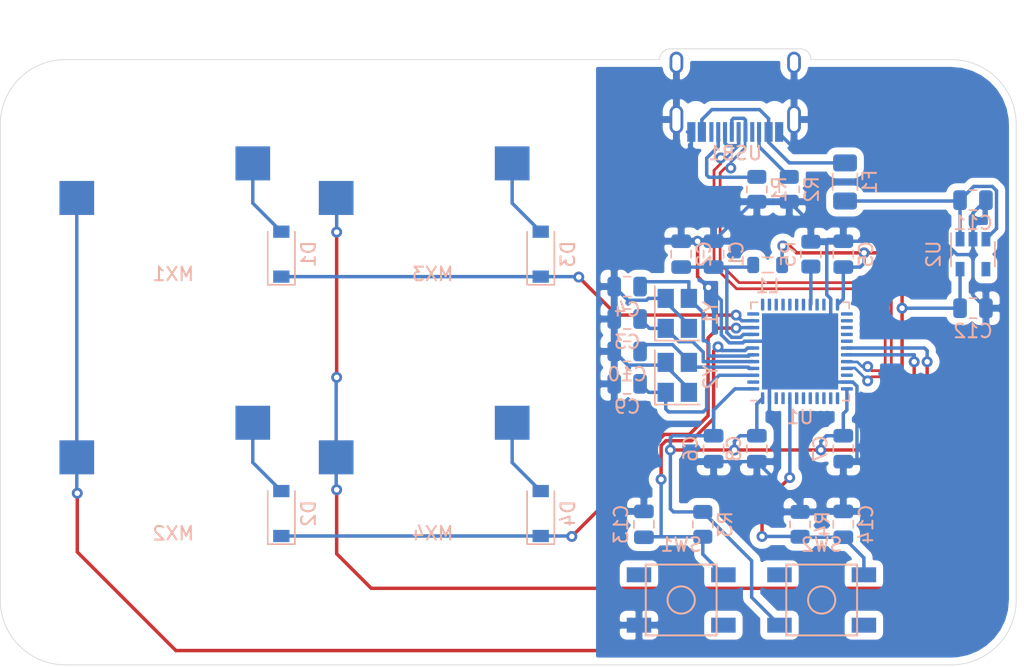
<source format=kicad_pcb>
(kicad_pcb (version 20171130) (host pcbnew "(5.1.10-1-10_14)")

  (general
    (thickness 1.6)
    (drawings 12)
    (tracks 374)
    (zones 0)
    (modules 36)
    (nets 25)
  )

  (page A4)
  (layers
    (0 F.Cu signal)
    (31 B.Cu signal)
    (32 B.Adhes user)
    (33 F.Adhes user)
    (34 B.Paste user)
    (35 F.Paste user)
    (36 B.SilkS user)
    (37 F.SilkS user)
    (38 B.Mask user)
    (39 F.Mask user)
    (40 Dwgs.User user)
    (41 Cmts.User user)
    (42 Eco1.User user)
    (43 Eco2.User user)
    (44 Edge.Cuts user)
    (45 Margin user)
    (46 B.CrtYd user)
    (47 F.CrtYd user)
    (48 B.Fab user)
    (49 F.Fab user)
  )

  (setup
    (last_trace_width 0.254)
    (trace_clearance 0.1524)
    (zone_clearance 0.508)
    (zone_45_only no)
    (trace_min 0.2)
    (via_size 0.8)
    (via_drill 0.4)
    (via_min_size 0.4)
    (via_min_drill 0.3)
    (uvia_size 0.3)
    (uvia_drill 0.1)
    (uvias_allowed no)
    (uvia_min_size 0.2)
    (uvia_min_drill 0.1)
    (edge_width 0.05)
    (segment_width 0.2)
    (pcb_text_width 0.3)
    (pcb_text_size 1.5 1.5)
    (mod_edge_width 0.12)
    (mod_text_size 1 1)
    (mod_text_width 0.15)
    (pad_size 1.524 1.524)
    (pad_drill 0.762)
    (pad_to_mask_clearance 0)
    (aux_axis_origin 0 0)
    (visible_elements FFFFFF7F)
    (pcbplotparams
      (layerselection 0x010f0_ffffffff)
      (usegerberextensions true)
      (usegerberattributes true)
      (usegerberadvancedattributes true)
      (creategerberjobfile false)
      (excludeedgelayer true)
      (linewidth 0.100000)
      (plotframeref false)
      (viasonmask false)
      (mode 1)
      (useauxorigin false)
      (hpglpennumber 1)
      (hpglpenspeed 20)
      (hpglpendiameter 15.000000)
      (psnegative false)
      (psa4output false)
      (plotreference true)
      (plotvalue true)
      (plotinvisibletext false)
      (padsonsilk false)
      (subtractmaskfromsilk false)
      (outputformat 1)
      (mirror false)
      (drillshape 0)
      (scaleselection 1)
      (outputdirectory "gerber/"))
  )

  (net 0 "")
  (net 1 GND)
  (net 2 VDDA)
  (net 3 OSC_IN)
  (net 4 OSC_OUT)
  (net 5 VDD)
  (net 6 OSC32_IN)
  (net 7 OSC32_OUT)
  (net 8 +5V)
  (net 9 NRST)
  (net 10 BOOT0)
  (net 11 "Net-(D1-Pad2)")
  (net 12 "Net-(D2-Pad2)")
  (net 13 "Net-(D3-Pad2)")
  (net 14 "Net-(D4-Pad2)")
  (net 15 "Net-(F1-Pad2)")
  (net 16 "Net-(R1-Pad2)")
  (net 17 "Net-(R2-Pad2)")
  (net 18 USB_DP)
  (net 19 USB_DN)
  (net 20 ROW0)
  (net 21 ROW1)
  (net 22 COL0)
  (net 23 COL1)
  (net 24 BOOT1)

  (net_class Default "This is the default net class."
    (clearance 0.1524)
    (trace_width 0.254)
    (via_dia 0.8)
    (via_drill 0.4)
    (uvia_dia 0.3)
    (uvia_drill 0.1)
    (add_net +5V)
    (add_net BOOT0)
    (add_net BOOT1)
    (add_net COL0)
    (add_net COL1)
    (add_net GND)
    (add_net NRST)
    (add_net "Net-(D1-Pad2)")
    (add_net "Net-(D2-Pad2)")
    (add_net "Net-(D3-Pad2)")
    (add_net "Net-(D4-Pad2)")
    (add_net "Net-(F1-Pad2)")
    (add_net "Net-(R1-Pad2)")
    (add_net "Net-(R2-Pad2)")
    (add_net "Net-(U1-Pad12)")
    (add_net "Net-(U1-Pad13)")
    (add_net "Net-(U1-Pad14)")
    (add_net "Net-(U1-Pad15)")
    (add_net "Net-(U1-Pad16)")
    (add_net "Net-(U1-Pad17)")
    (add_net "Net-(U1-Pad18)")
    (add_net "Net-(U1-Pad19)")
    (add_net "Net-(U1-Pad2)")
    (add_net "Net-(U1-Pad21)")
    (add_net "Net-(U1-Pad25)")
    (add_net "Net-(U1-Pad26)")
    (add_net "Net-(U1-Pad27)")
    (add_net "Net-(U1-Pad28)")
    (add_net "Net-(U1-Pad29)")
    (add_net "Net-(U1-Pad34)")
    (add_net "Net-(U1-Pad37)")
    (add_net "Net-(U1-Pad38)")
    (add_net "Net-(U1-Pad39)")
    (add_net "Net-(U1-Pad40)")
    (add_net "Net-(U1-Pad41)")
    (add_net "Net-(U1-Pad42)")
    (add_net "Net-(U1-Pad43)")
    (add_net "Net-(U1-Pad45)")
    (add_net "Net-(U1-Pad46)")
    (add_net "Net-(U2-Pad4)")
    (add_net "Net-(USB1-Pad3)")
    (add_net "Net-(USB1-Pad9)")
    (add_net OSC32_IN)
    (add_net OSC32_OUT)
    (add_net OSC_IN)
    (add_net OSC_OUT)
    (add_net ROW0)
    (add_net ROW1)
    (add_net USB_DN)
    (add_net USB_DP)
    (add_net VCAP1)
    (add_net VDD)
    (add_net VDDA)
  )

  (module Crystal:Crystal_SMD_3225-4Pin_3.2x2.5mm (layer B.Cu) (tedit 5A0FD1B2) (tstamp 60A2DE7E)
    (at 70.358 43.18 90)
    (descr "SMD Crystal SERIES SMD3225/4 http://www.txccrystal.com/images/pdf/7m-accuracy.pdf, 3.2x2.5mm^2 package")
    (tags "SMD SMT crystal")
    (path /60A67B12/60A707B9)
    (attr smd)
    (fp_text reference Y2 (at 0 2.45 90) (layer B.SilkS)
      (effects (font (size 1 1) (thickness 0.15)) (justify mirror))
    )
    (fp_text value 25MHZ (at 0 -2.45 90) (layer B.Fab)
      (effects (font (size 1 1) (thickness 0.15)) (justify mirror))
    )
    (fp_line (start -1.6 1.25) (end -1.6 -1.25) (layer B.Fab) (width 0.1))
    (fp_line (start -1.6 -1.25) (end 1.6 -1.25) (layer B.Fab) (width 0.1))
    (fp_line (start 1.6 -1.25) (end 1.6 1.25) (layer B.Fab) (width 0.1))
    (fp_line (start 1.6 1.25) (end -1.6 1.25) (layer B.Fab) (width 0.1))
    (fp_line (start -1.6 -0.25) (end -0.6 -1.25) (layer B.Fab) (width 0.1))
    (fp_line (start -2 1.65) (end -2 -1.65) (layer B.SilkS) (width 0.12))
    (fp_line (start -2 -1.65) (end 2 -1.65) (layer B.SilkS) (width 0.12))
    (fp_line (start -2.1 1.7) (end -2.1 -1.7) (layer B.CrtYd) (width 0.05))
    (fp_line (start -2.1 -1.7) (end 2.1 -1.7) (layer B.CrtYd) (width 0.05))
    (fp_line (start 2.1 -1.7) (end 2.1 1.7) (layer B.CrtYd) (width 0.05))
    (fp_line (start 2.1 1.7) (end -2.1 1.7) (layer B.CrtYd) (width 0.05))
    (fp_text user %R (at 0 0 90) (layer B.Fab)
      (effects (font (size 0.7 0.7) (thickness 0.105)) (justify mirror))
    )
    (pad 4 smd rect (at -1.1 0.85 90) (size 1.4 1.2) (layers B.Cu B.Paste B.Mask)
      (net 1 GND))
    (pad 3 smd rect (at 1.1 0.85 90) (size 1.4 1.2) (layers B.Cu B.Paste B.Mask)
      (net 7 OSC32_OUT))
    (pad 2 smd rect (at 1.1 -0.85 90) (size 1.4 1.2) (layers B.Cu B.Paste B.Mask)
      (net 1 GND))
    (pad 1 smd rect (at -1.1 -0.85 90) (size 1.4 1.2) (layers B.Cu B.Paste B.Mask)
      (net 6 OSC32_IN))
    (model ${KISYS3DMOD}/Crystal.3dshapes/Crystal_SMD_3225-4Pin_3.2x2.5mm.wrl
      (at (xyz 0 0 0))
      (scale (xyz 1 1 1))
      (rotate (xyz 0 0 0))
    )
  )

  (module Crystal:Crystal_SMD_3225-4Pin_3.2x2.5mm (layer B.Cu) (tedit 5A0FD1B2) (tstamp 60A313B2)
    (at 70.358 38.481 90)
    (descr "SMD Crystal SERIES SMD3225/4 http://www.txccrystal.com/images/pdf/7m-accuracy.pdf, 3.2x2.5mm^2 package")
    (tags "SMD SMT crystal")
    (path /60A67B12/60A70793)
    (attr smd)
    (fp_text reference Y1 (at 0 2.45 90) (layer B.SilkS)
      (effects (font (size 1 1) (thickness 0.15)) (justify mirror))
    )
    (fp_text value 32.768KHZ (at 0 -2.45 90) (layer B.Fab)
      (effects (font (size 1 1) (thickness 0.15)) (justify mirror))
    )
    (fp_line (start -1.6 1.25) (end -1.6 -1.25) (layer B.Fab) (width 0.1))
    (fp_line (start -1.6 -1.25) (end 1.6 -1.25) (layer B.Fab) (width 0.1))
    (fp_line (start 1.6 -1.25) (end 1.6 1.25) (layer B.Fab) (width 0.1))
    (fp_line (start 1.6 1.25) (end -1.6 1.25) (layer B.Fab) (width 0.1))
    (fp_line (start -1.6 -0.25) (end -0.6 -1.25) (layer B.Fab) (width 0.1))
    (fp_line (start -2 1.65) (end -2 -1.65) (layer B.SilkS) (width 0.12))
    (fp_line (start -2 -1.65) (end 2 -1.65) (layer B.SilkS) (width 0.12))
    (fp_line (start -2.1 1.7) (end -2.1 -1.7) (layer B.CrtYd) (width 0.05))
    (fp_line (start -2.1 -1.7) (end 2.1 -1.7) (layer B.CrtYd) (width 0.05))
    (fp_line (start 2.1 -1.7) (end 2.1 1.7) (layer B.CrtYd) (width 0.05))
    (fp_line (start 2.1 1.7) (end -2.1 1.7) (layer B.CrtYd) (width 0.05))
    (fp_text user %R (at 0 0 90) (layer B.Fab)
      (effects (font (size 0.7 0.7) (thickness 0.105)) (justify mirror))
    )
    (pad 4 smd rect (at -1.1 0.85 90) (size 1.4 1.2) (layers B.Cu B.Paste B.Mask)
      (net 1 GND))
    (pad 3 smd rect (at 1.1 0.85 90) (size 1.4 1.2) (layers B.Cu B.Paste B.Mask)
      (net 4 OSC_OUT))
    (pad 2 smd rect (at 1.1 -0.85 90) (size 1.4 1.2) (layers B.Cu B.Paste B.Mask)
      (net 1 GND))
    (pad 1 smd rect (at -1.1 -0.85 90) (size 1.4 1.2) (layers B.Cu B.Paste B.Mask)
      (net 3 OSC_IN))
    (model ${KISYS3DMOD}/Crystal.3dshapes/Crystal_SMD_3225-4Pin_3.2x2.5mm.wrl
      (at (xyz 0 0 0))
      (scale (xyz 1 1 1))
      (rotate (xyz 0 0 0))
    )
  )

  (module MX_Only:MXOnly-1U-Hotswap (layer F.Cu) (tedit 5BFF7B40) (tstamp 60A34865)
    (at 52.3875 51.59375)
    (path /60A0A86D/60A4334B)
    (attr smd)
    (fp_text reference MX4 (at 0 3.048) (layer B.CrtYd)
      (effects (font (size 1 1) (thickness 0.15)) (justify mirror))
    )
    (fp_text value MX-NoLED (at 0 -7.9375) (layer Dwgs.User)
      (effects (font (size 1 1) (thickness 0.15)))
    )
    (fp_line (start 5 -7) (end 7 -7) (layer Dwgs.User) (width 0.15))
    (fp_line (start 7 -7) (end 7 -5) (layer Dwgs.User) (width 0.15))
    (fp_line (start 5 7) (end 7 7) (layer Dwgs.User) (width 0.15))
    (fp_line (start 7 7) (end 7 5) (layer Dwgs.User) (width 0.15))
    (fp_line (start -7 5) (end -7 7) (layer Dwgs.User) (width 0.15))
    (fp_line (start -7 7) (end -5 7) (layer Dwgs.User) (width 0.15))
    (fp_line (start -5 -7) (end -7 -7) (layer Dwgs.User) (width 0.15))
    (fp_line (start -7 -7) (end -7 -5) (layer Dwgs.User) (width 0.15))
    (fp_line (start -9.525 -9.525) (end 9.525 -9.525) (layer Dwgs.User) (width 0.15))
    (fp_line (start 9.525 -9.525) (end 9.525 9.525) (layer Dwgs.User) (width 0.15))
    (fp_line (start 9.525 9.525) (end -9.525 9.525) (layer Dwgs.User) (width 0.15))
    (fp_line (start -9.525 9.525) (end -9.525 -9.525) (layer Dwgs.User) (width 0.15))
    (fp_circle (center 2.54 -5.08) (end 2.54 -6.604) (layer B.CrtYd) (width 0.15))
    (fp_circle (center -3.81 -2.54) (end -3.81 -4.064) (layer B.CrtYd) (width 0.15))
    (fp_line (start 4.572 -6.35) (end 7.112 -6.35) (layer B.CrtYd) (width 0.15))
    (fp_line (start 7.112 -6.35) (end 7.112 -3.81) (layer B.CrtYd) (width 0.15))
    (fp_line (start 7.112 -3.81) (end 4.572 -3.81) (layer B.CrtYd) (width 0.15))
    (fp_line (start 4.572 -3.81) (end 4.572 -6.35) (layer B.CrtYd) (width 0.15))
    (fp_line (start -5.842 -3.81) (end -8.382 -3.81) (layer B.CrtYd) (width 0.15))
    (fp_line (start -8.382 -3.81) (end -8.382 -1.27) (layer B.CrtYd) (width 0.15))
    (fp_line (start -8.382 -1.27) (end -5.842 -1.27) (layer B.CrtYd) (width 0.15))
    (fp_line (start -5.842 -1.27) (end -5.842 -3.81) (layer B.CrtYd) (width 0.15))
    (fp_text user %R (at 0 3.048) (layer B.SilkS)
      (effects (font (size 1 1) (thickness 0.15)) (justify mirror))
    )
    (pad 2 smd rect (at 5.842 -5.08) (size 2.55 2.5) (layers B.Cu B.Paste B.Mask)
      (net 14 "Net-(D4-Pad2)"))
    (pad 1 smd rect (at -7.085 -2.54) (size 2.55 2.5) (layers B.Cu B.Paste B.Mask)
      (net 23 COL1))
    (pad "" np_thru_hole circle (at 5.08 0 48.0996) (size 1.75 1.75) (drill 1.75) (layers *.Cu *.Mask))
    (pad "" np_thru_hole circle (at -5.08 0 48.0996) (size 1.75 1.75) (drill 1.75) (layers *.Cu *.Mask))
    (pad "" np_thru_hole circle (at -3.81 -2.54) (size 3 3) (drill 3) (layers *.Cu *.Mask))
    (pad "" np_thru_hole circle (at 0 0) (size 3.9878 3.9878) (drill 3.9878) (layers *.Cu *.Mask))
    (pad "" np_thru_hole circle (at 2.54 -5.08) (size 3 3) (drill 3) (layers *.Cu *.Mask))
  )

  (module MX_Only:MXOnly-1U-Hotswap (layer F.Cu) (tedit 5BFF7B40) (tstamp 60A34802)
    (at 52.3875 32.54375)
    (path /60A0A86D/60A356B9)
    (attr smd)
    (fp_text reference MX3 (at 0 3.048) (layer B.CrtYd)
      (effects (font (size 1 1) (thickness 0.15)) (justify mirror))
    )
    (fp_text value MX-NoLED (at 0 -7.9375) (layer Dwgs.User)
      (effects (font (size 1 1) (thickness 0.15)))
    )
    (fp_line (start 5 -7) (end 7 -7) (layer Dwgs.User) (width 0.15))
    (fp_line (start 7 -7) (end 7 -5) (layer Dwgs.User) (width 0.15))
    (fp_line (start 5 7) (end 7 7) (layer Dwgs.User) (width 0.15))
    (fp_line (start 7 7) (end 7 5) (layer Dwgs.User) (width 0.15))
    (fp_line (start -7 5) (end -7 7) (layer Dwgs.User) (width 0.15))
    (fp_line (start -7 7) (end -5 7) (layer Dwgs.User) (width 0.15))
    (fp_line (start -5 -7) (end -7 -7) (layer Dwgs.User) (width 0.15))
    (fp_line (start -7 -7) (end -7 -5) (layer Dwgs.User) (width 0.15))
    (fp_line (start -9.525 -9.525) (end 9.525 -9.525) (layer Dwgs.User) (width 0.15))
    (fp_line (start 9.525 -9.525) (end 9.525 9.525) (layer Dwgs.User) (width 0.15))
    (fp_line (start 9.525 9.525) (end -9.525 9.525) (layer Dwgs.User) (width 0.15))
    (fp_line (start -9.525 9.525) (end -9.525 -9.525) (layer Dwgs.User) (width 0.15))
    (fp_circle (center 2.54 -5.08) (end 2.54 -6.604) (layer B.CrtYd) (width 0.15))
    (fp_circle (center -3.81 -2.54) (end -3.81 -4.064) (layer B.CrtYd) (width 0.15))
    (fp_line (start 4.572 -6.35) (end 7.112 -6.35) (layer B.CrtYd) (width 0.15))
    (fp_line (start 7.112 -6.35) (end 7.112 -3.81) (layer B.CrtYd) (width 0.15))
    (fp_line (start 7.112 -3.81) (end 4.572 -3.81) (layer B.CrtYd) (width 0.15))
    (fp_line (start 4.572 -3.81) (end 4.572 -6.35) (layer B.CrtYd) (width 0.15))
    (fp_line (start -5.842 -3.81) (end -8.382 -3.81) (layer B.CrtYd) (width 0.15))
    (fp_line (start -8.382 -3.81) (end -8.382 -1.27) (layer B.CrtYd) (width 0.15))
    (fp_line (start -8.382 -1.27) (end -5.842 -1.27) (layer B.CrtYd) (width 0.15))
    (fp_line (start -5.842 -1.27) (end -5.842 -3.81) (layer B.CrtYd) (width 0.15))
    (fp_text user %R (at 0 3.048) (layer B.SilkS)
      (effects (font (size 1 1) (thickness 0.15)) (justify mirror))
    )
    (pad 2 smd rect (at 5.842 -5.08) (size 2.55 2.5) (layers B.Cu B.Paste B.Mask)
      (net 13 "Net-(D3-Pad2)"))
    (pad 1 smd rect (at -7.085 -2.54) (size 2.55 2.5) (layers B.Cu B.Paste B.Mask)
      (net 23 COL1))
    (pad "" np_thru_hole circle (at 5.08 0 48.0996) (size 1.75 1.75) (drill 1.75) (layers *.Cu *.Mask))
    (pad "" np_thru_hole circle (at -5.08 0 48.0996) (size 1.75 1.75) (drill 1.75) (layers *.Cu *.Mask))
    (pad "" np_thru_hole circle (at -3.81 -2.54) (size 3 3) (drill 3) (layers *.Cu *.Mask))
    (pad "" np_thru_hole circle (at 0 0) (size 3.9878 3.9878) (drill 3.9878) (layers *.Cu *.Mask))
    (pad "" np_thru_hole circle (at 2.54 -5.08) (size 3 3) (drill 3) (layers *.Cu *.Mask))
  )

  (module MX_Only:MXOnly-1U-Hotswap (layer F.Cu) (tedit 5BFF7B40) (tstamp 60A3479F)
    (at 33.3375 51.59375)
    (path /60A0A86D/60A381C1)
    (attr smd)
    (fp_text reference MX2 (at 0 3.048) (layer B.CrtYd)
      (effects (font (size 1 1) (thickness 0.15)) (justify mirror))
    )
    (fp_text value MX-NoLED (at 0 -7.9375) (layer Dwgs.User)
      (effects (font (size 1 1) (thickness 0.15)))
    )
    (fp_line (start 5 -7) (end 7 -7) (layer Dwgs.User) (width 0.15))
    (fp_line (start 7 -7) (end 7 -5) (layer Dwgs.User) (width 0.15))
    (fp_line (start 5 7) (end 7 7) (layer Dwgs.User) (width 0.15))
    (fp_line (start 7 7) (end 7 5) (layer Dwgs.User) (width 0.15))
    (fp_line (start -7 5) (end -7 7) (layer Dwgs.User) (width 0.15))
    (fp_line (start -7 7) (end -5 7) (layer Dwgs.User) (width 0.15))
    (fp_line (start -5 -7) (end -7 -7) (layer Dwgs.User) (width 0.15))
    (fp_line (start -7 -7) (end -7 -5) (layer Dwgs.User) (width 0.15))
    (fp_line (start -9.525 -9.525) (end 9.525 -9.525) (layer Dwgs.User) (width 0.15))
    (fp_line (start 9.525 -9.525) (end 9.525 9.525) (layer Dwgs.User) (width 0.15))
    (fp_line (start 9.525 9.525) (end -9.525 9.525) (layer Dwgs.User) (width 0.15))
    (fp_line (start -9.525 9.525) (end -9.525 -9.525) (layer Dwgs.User) (width 0.15))
    (fp_circle (center 2.54 -5.08) (end 2.54 -6.604) (layer B.CrtYd) (width 0.15))
    (fp_circle (center -3.81 -2.54) (end -3.81 -4.064) (layer B.CrtYd) (width 0.15))
    (fp_line (start 4.572 -6.35) (end 7.112 -6.35) (layer B.CrtYd) (width 0.15))
    (fp_line (start 7.112 -6.35) (end 7.112 -3.81) (layer B.CrtYd) (width 0.15))
    (fp_line (start 7.112 -3.81) (end 4.572 -3.81) (layer B.CrtYd) (width 0.15))
    (fp_line (start 4.572 -3.81) (end 4.572 -6.35) (layer B.CrtYd) (width 0.15))
    (fp_line (start -5.842 -3.81) (end -8.382 -3.81) (layer B.CrtYd) (width 0.15))
    (fp_line (start -8.382 -3.81) (end -8.382 -1.27) (layer B.CrtYd) (width 0.15))
    (fp_line (start -8.382 -1.27) (end -5.842 -1.27) (layer B.CrtYd) (width 0.15))
    (fp_line (start -5.842 -1.27) (end -5.842 -3.81) (layer B.CrtYd) (width 0.15))
    (fp_text user %R (at 0 3.048) (layer B.SilkS)
      (effects (font (size 1 1) (thickness 0.15)) (justify mirror))
    )
    (pad 2 smd rect (at 5.842 -5.08) (size 2.55 2.5) (layers B.Cu B.Paste B.Mask)
      (net 12 "Net-(D2-Pad2)"))
    (pad 1 smd rect (at -7.085 -2.54) (size 2.55 2.5) (layers B.Cu B.Paste B.Mask)
      (net 22 COL0))
    (pad "" np_thru_hole circle (at 5.08 0 48.0996) (size 1.75 1.75) (drill 1.75) (layers *.Cu *.Mask))
    (pad "" np_thru_hole circle (at -5.08 0 48.0996) (size 1.75 1.75) (drill 1.75) (layers *.Cu *.Mask))
    (pad "" np_thru_hole circle (at -3.81 -2.54) (size 3 3) (drill 3) (layers *.Cu *.Mask))
    (pad "" np_thru_hole circle (at 0 0) (size 3.9878 3.9878) (drill 3.9878) (layers *.Cu *.Mask))
    (pad "" np_thru_hole circle (at 2.54 -5.08) (size 3 3) (drill 3) (layers *.Cu *.Mask))
  )

  (module MX_Only:MXOnly-1U-Hotswap (layer F.Cu) (tedit 5BFF7B40) (tstamp 60A3473C)
    (at 33.3375 32.54375)
    (path /60A0A86D/60A2ADAD)
    (attr smd)
    (fp_text reference MX1 (at 0 3.048) (layer B.CrtYd)
      (effects (font (size 1 1) (thickness 0.15)) (justify mirror))
    )
    (fp_text value MX-NoLED (at 0 -7.9375) (layer Dwgs.User)
      (effects (font (size 1 1) (thickness 0.15)))
    )
    (fp_line (start 5 -7) (end 7 -7) (layer Dwgs.User) (width 0.15))
    (fp_line (start 7 -7) (end 7 -5) (layer Dwgs.User) (width 0.15))
    (fp_line (start 5 7) (end 7 7) (layer Dwgs.User) (width 0.15))
    (fp_line (start 7 7) (end 7 5) (layer Dwgs.User) (width 0.15))
    (fp_line (start -7 5) (end -7 7) (layer Dwgs.User) (width 0.15))
    (fp_line (start -7 7) (end -5 7) (layer Dwgs.User) (width 0.15))
    (fp_line (start -5 -7) (end -7 -7) (layer Dwgs.User) (width 0.15))
    (fp_line (start -7 -7) (end -7 -5) (layer Dwgs.User) (width 0.15))
    (fp_line (start -9.525 -9.525) (end 9.525 -9.525) (layer Dwgs.User) (width 0.15))
    (fp_line (start 9.525 -9.525) (end 9.525 9.525) (layer Dwgs.User) (width 0.15))
    (fp_line (start 9.525 9.525) (end -9.525 9.525) (layer Dwgs.User) (width 0.15))
    (fp_line (start -9.525 9.525) (end -9.525 -9.525) (layer Dwgs.User) (width 0.15))
    (fp_circle (center 2.54 -5.08) (end 2.54 -6.604) (layer B.CrtYd) (width 0.15))
    (fp_circle (center -3.81 -2.54) (end -3.81 -4.064) (layer B.CrtYd) (width 0.15))
    (fp_line (start 4.572 -6.35) (end 7.112 -6.35) (layer B.CrtYd) (width 0.15))
    (fp_line (start 7.112 -6.35) (end 7.112 -3.81) (layer B.CrtYd) (width 0.15))
    (fp_line (start 7.112 -3.81) (end 4.572 -3.81) (layer B.CrtYd) (width 0.15))
    (fp_line (start 4.572 -3.81) (end 4.572 -6.35) (layer B.CrtYd) (width 0.15))
    (fp_line (start -5.842 -3.81) (end -8.382 -3.81) (layer B.CrtYd) (width 0.15))
    (fp_line (start -8.382 -3.81) (end -8.382 -1.27) (layer B.CrtYd) (width 0.15))
    (fp_line (start -8.382 -1.27) (end -5.842 -1.27) (layer B.CrtYd) (width 0.15))
    (fp_line (start -5.842 -1.27) (end -5.842 -3.81) (layer B.CrtYd) (width 0.15))
    (fp_text user %R (at 0 3.048) (layer B.SilkS)
      (effects (font (size 1 1) (thickness 0.15)) (justify mirror))
    )
    (pad 2 smd rect (at 5.842 -5.08) (size 2.55 2.5) (layers B.Cu B.Paste B.Mask)
      (net 11 "Net-(D1-Pad2)"))
    (pad 1 smd rect (at -7.085 -2.54) (size 2.55 2.5) (layers B.Cu B.Paste B.Mask)
      (net 22 COL0))
    (pad "" np_thru_hole circle (at 5.08 0 48.0996) (size 1.75 1.75) (drill 1.75) (layers *.Cu *.Mask))
    (pad "" np_thru_hole circle (at -5.08 0 48.0996) (size 1.75 1.75) (drill 1.75) (layers *.Cu *.Mask))
    (pad "" np_thru_hole circle (at -3.81 -2.54) (size 3 3) (drill 3) (layers *.Cu *.Mask))
    (pad "" np_thru_hole circle (at 0 0) (size 3.9878 3.9878) (drill 3.9878) (layers *.Cu *.Mask))
    (pad "" np_thru_hole circle (at 2.54 -5.08) (size 3 3) (drill 3) (layers *.Cu *.Mask))
  )

  (module Type-C:HRO-TYPE-C-31-M-12 (layer B.Cu) (tedit 5C42C658) (tstamp 60A3139B)
    (at 74.6125 17.4625)
    (path /60A67B12/60A788BF)
    (attr smd)
    (fp_text reference USB1 (at 0 9.25) (layer B.SilkS)
      (effects (font (size 1 1) (thickness 0.15)) (justify mirror))
    )
    (fp_text value HRO-TYPE-C-31-M-12 (at 0 -1.15) (layer Dwgs.User)
      (effects (font (size 1 1) (thickness 0.15)))
    )
    (fp_line (start -4.47 0) (end 4.47 0) (layer Dwgs.User) (width 0.15))
    (fp_line (start -4.47 0) (end -4.47 7.3) (layer Dwgs.User) (width 0.15))
    (fp_line (start 4.47 0) (end 4.47 7.3) (layer Dwgs.User) (width 0.15))
    (fp_line (start -4.47 7.3) (end 4.47 7.3) (layer Dwgs.User) (width 0.15))
    (pad 12 smd rect (at 3.225 7.695) (size 0.6 1.45) (layers B.Cu B.Paste B.Mask)
      (net 1 GND))
    (pad 1 smd rect (at -3.225 7.695) (size 0.6 1.45) (layers B.Cu B.Paste B.Mask)
      (net 1 GND))
    (pad 11 smd rect (at 2.45 7.695) (size 0.6 1.45) (layers B.Cu B.Paste B.Mask)
      (net 15 "Net-(F1-Pad2)"))
    (pad 2 smd rect (at -2.45 7.695) (size 0.6 1.45) (layers B.Cu B.Paste B.Mask)
      (net 15 "Net-(F1-Pad2)"))
    (pad 3 smd rect (at -1.75 7.695) (size 0.3 1.45) (layers B.Cu B.Paste B.Mask))
    (pad 10 smd rect (at 1.75 7.695) (size 0.3 1.45) (layers B.Cu B.Paste B.Mask)
      (net 17 "Net-(R2-Pad2)"))
    (pad 4 smd rect (at -1.25 7.695) (size 0.3 1.45) (layers B.Cu B.Paste B.Mask)
      (net 16 "Net-(R1-Pad2)"))
    (pad 9 smd rect (at 1.25 7.695) (size 0.3 1.45) (layers B.Cu B.Paste B.Mask))
    (pad 5 smd rect (at -0.75 7.695) (size 0.3 1.45) (layers B.Cu B.Paste B.Mask)
      (net 19 USB_DN))
    (pad 8 smd rect (at 0.75 7.695) (size 0.3 1.45) (layers B.Cu B.Paste B.Mask)
      (net 18 USB_DP))
    (pad 7 smd rect (at 0.25 7.695) (size 0.3 1.45) (layers B.Cu B.Paste B.Mask)
      (net 19 USB_DN))
    (pad 6 smd rect (at -0.25 7.695) (size 0.3 1.45) (layers B.Cu B.Paste B.Mask)
      (net 18 USB_DP))
    (pad "" np_thru_hole circle (at 2.89 6.25) (size 0.65 0.65) (drill 0.65) (layers *.Cu *.Mask))
    (pad "" np_thru_hole circle (at -2.89 6.25) (size 0.65 0.65) (drill 0.65) (layers *.Cu *.Mask))
    (pad 13 thru_hole oval (at -4.32 6.78) (size 1 2.1) (drill oval 0.6 1.7) (layers *.Cu F.Mask)
      (net 1 GND))
    (pad 13 thru_hole oval (at 4.32 6.78) (size 1 2.1) (drill oval 0.6 1.7) (layers *.Cu F.Mask)
      (net 1 GND))
    (pad 13 thru_hole oval (at -4.32 2.6) (size 1 1.6) (drill oval 0.6 1.2) (layers *.Cu F.Mask)
      (net 1 GND))
    (pad 13 thru_hole oval (at 4.32 2.6) (size 1 1.6) (drill oval 0.6 1.2) (layers *.Cu F.Mask)
      (net 1 GND))
  )

  (module Package_TO_SOT_SMD:SOT-23-5 (layer B.Cu) (tedit 5A02FF57) (tstamp 60A31381)
    (at 92.075 34.13125 270)
    (descr "5-pin SOT23 package")
    (tags SOT-23-5)
    (path /60A67B12/60A707E3)
    (attr smd)
    (fp_text reference U2 (at 0 2.9 90) (layer B.SilkS)
      (effects (font (size 1 1) (thickness 0.15)) (justify mirror))
    )
    (fp_text value TLV70233_SOT23-5 (at 0 -2.9 90) (layer B.Fab)
      (effects (font (size 1 1) (thickness 0.15)) (justify mirror))
    )
    (fp_line (start 0.9 1.55) (end 0.9 -1.55) (layer B.Fab) (width 0.1))
    (fp_line (start 0.9 -1.55) (end -0.9 -1.55) (layer B.Fab) (width 0.1))
    (fp_line (start -0.9 0.9) (end -0.9 -1.55) (layer B.Fab) (width 0.1))
    (fp_line (start 0.9 1.55) (end -0.25 1.55) (layer B.Fab) (width 0.1))
    (fp_line (start -0.9 0.9) (end -0.25 1.55) (layer B.Fab) (width 0.1))
    (fp_line (start -1.9 -1.8) (end -1.9 1.8) (layer B.CrtYd) (width 0.05))
    (fp_line (start 1.9 -1.8) (end -1.9 -1.8) (layer B.CrtYd) (width 0.05))
    (fp_line (start 1.9 1.8) (end 1.9 -1.8) (layer B.CrtYd) (width 0.05))
    (fp_line (start -1.9 1.8) (end 1.9 1.8) (layer B.CrtYd) (width 0.05))
    (fp_line (start 0.9 1.61) (end -1.55 1.61) (layer B.SilkS) (width 0.12))
    (fp_line (start -0.9 -1.61) (end 0.9 -1.61) (layer B.SilkS) (width 0.12))
    (fp_text user %R (at 0 0 180) (layer B.Fab)
      (effects (font (size 0.5 0.5) (thickness 0.075)) (justify mirror))
    )
    (pad 5 smd rect (at 1.1 0.95 270) (size 1.06 0.65) (layers B.Cu B.Paste B.Mask)
      (net 5 VDD))
    (pad 4 smd rect (at 1.1 -0.95 270) (size 1.06 0.65) (layers B.Cu B.Paste B.Mask))
    (pad 3 smd rect (at -1.1 -0.95 270) (size 1.06 0.65) (layers B.Cu B.Paste B.Mask)
      (net 8 +5V))
    (pad 2 smd rect (at -1.1 0 270) (size 1.06 0.65) (layers B.Cu B.Paste B.Mask)
      (net 1 GND))
    (pad 1 smd rect (at -1.1 0.95 270) (size 1.06 0.65) (layers B.Cu B.Paste B.Mask)
      (net 8 +5V))
    (model ${KISYS3DMOD}/Package_TO_SOT_SMD.3dshapes/SOT-23-5.wrl
      (at (xyz 0 0 0))
      (scale (xyz 1 1 1))
      (rotate (xyz 0 0 0))
    )
  )

  (module Package_DFN_QFN:QFN-48-1EP_7x7mm_P0.5mm_EP5.6x5.6mm (layer B.Cu) (tedit 5DC5F6A5) (tstamp 60A3136C)
    (at 79.375 41.275)
    (descr "QFN, 48 Pin (http://www.st.com/resource/en/datasheet/stm32f042k6.pdf#page=94), generated with kicad-footprint-generator ipc_noLead_generator.py")
    (tags "QFN NoLead")
    (path /6099ACBD)
    (attr smd)
    (fp_text reference U1 (at 0 4.82) (layer B.SilkS)
      (effects (font (size 1 1) (thickness 0.15)) (justify mirror))
    )
    (fp_text value STM32F411CEUx (at 0 -4.82) (layer B.Fab)
      (effects (font (size 1 1) (thickness 0.15)) (justify mirror))
    )
    (fp_line (start 4.12 4.12) (end -4.12 4.12) (layer B.CrtYd) (width 0.05))
    (fp_line (start 4.12 -4.12) (end 4.12 4.12) (layer B.CrtYd) (width 0.05))
    (fp_line (start -4.12 -4.12) (end 4.12 -4.12) (layer B.CrtYd) (width 0.05))
    (fp_line (start -4.12 4.12) (end -4.12 -4.12) (layer B.CrtYd) (width 0.05))
    (fp_line (start -3.5 2.5) (end -2.5 3.5) (layer B.Fab) (width 0.1))
    (fp_line (start -3.5 -3.5) (end -3.5 2.5) (layer B.Fab) (width 0.1))
    (fp_line (start 3.5 -3.5) (end -3.5 -3.5) (layer B.Fab) (width 0.1))
    (fp_line (start 3.5 3.5) (end 3.5 -3.5) (layer B.Fab) (width 0.1))
    (fp_line (start -2.5 3.5) (end 3.5 3.5) (layer B.Fab) (width 0.1))
    (fp_line (start -3.135 3.61) (end -3.61 3.61) (layer B.SilkS) (width 0.12))
    (fp_line (start 3.61 -3.61) (end 3.61 -3.135) (layer B.SilkS) (width 0.12))
    (fp_line (start 3.135 -3.61) (end 3.61 -3.61) (layer B.SilkS) (width 0.12))
    (fp_line (start -3.61 -3.61) (end -3.61 -3.135) (layer B.SilkS) (width 0.12))
    (fp_line (start -3.135 -3.61) (end -3.61 -3.61) (layer B.SilkS) (width 0.12))
    (fp_line (start 3.61 3.61) (end 3.61 3.135) (layer B.SilkS) (width 0.12))
    (fp_line (start 3.135 3.61) (end 3.61 3.61) (layer B.SilkS) (width 0.12))
    (fp_text user %R (at 0 0) (layer B.Fab)
      (effects (font (size 1 1) (thickness 0.15)) (justify mirror))
    )
    (pad "" smd roundrect (at 2.1 -2.1) (size 1.13 1.13) (layers B.Paste) (roundrect_rratio 0.221239))
    (pad "" smd roundrect (at 2.1 -0.7) (size 1.13 1.13) (layers B.Paste) (roundrect_rratio 0.221239))
    (pad "" smd roundrect (at 2.1 0.7) (size 1.13 1.13) (layers B.Paste) (roundrect_rratio 0.221239))
    (pad "" smd roundrect (at 2.1 2.1) (size 1.13 1.13) (layers B.Paste) (roundrect_rratio 0.221239))
    (pad "" smd roundrect (at 0.7 -2.1) (size 1.13 1.13) (layers B.Paste) (roundrect_rratio 0.221239))
    (pad "" smd roundrect (at 0.7 -0.7) (size 1.13 1.13) (layers B.Paste) (roundrect_rratio 0.221239))
    (pad "" smd roundrect (at 0.7 0.7) (size 1.13 1.13) (layers B.Paste) (roundrect_rratio 0.221239))
    (pad "" smd roundrect (at 0.7 2.1) (size 1.13 1.13) (layers B.Paste) (roundrect_rratio 0.221239))
    (pad "" smd roundrect (at -0.7 -2.1) (size 1.13 1.13) (layers B.Paste) (roundrect_rratio 0.221239))
    (pad "" smd roundrect (at -0.7 -0.7) (size 1.13 1.13) (layers B.Paste) (roundrect_rratio 0.221239))
    (pad "" smd roundrect (at -0.7 0.7) (size 1.13 1.13) (layers B.Paste) (roundrect_rratio 0.221239))
    (pad "" smd roundrect (at -0.7 2.1) (size 1.13 1.13) (layers B.Paste) (roundrect_rratio 0.221239))
    (pad "" smd roundrect (at -2.1 -2.1) (size 1.13 1.13) (layers B.Paste) (roundrect_rratio 0.221239))
    (pad "" smd roundrect (at -2.1 -0.7) (size 1.13 1.13) (layers B.Paste) (roundrect_rratio 0.221239))
    (pad "" smd roundrect (at -2.1 0.7) (size 1.13 1.13) (layers B.Paste) (roundrect_rratio 0.221239))
    (pad "" smd roundrect (at -2.1 2.1) (size 1.13 1.13) (layers B.Paste) (roundrect_rratio 0.221239))
    (pad 49 smd rect (at 0 0) (size 5.6 5.6) (layers B.Cu B.Mask)
      (net 1 GND))
    (pad 48 smd roundrect (at -2.75 3.4375) (size 0.25 0.875) (layers B.Cu B.Paste B.Mask) (roundrect_rratio 0.25)
      (net 5 VDD))
    (pad 47 smd roundrect (at -2.25 3.4375) (size 0.25 0.875) (layers B.Cu B.Paste B.Mask) (roundrect_rratio 0.25)
      (net 1 GND))
    (pad 46 smd roundrect (at -1.75 3.4375) (size 0.25 0.875) (layers B.Cu B.Paste B.Mask) (roundrect_rratio 0.25))
    (pad 45 smd roundrect (at -1.25 3.4375) (size 0.25 0.875) (layers B.Cu B.Paste B.Mask) (roundrect_rratio 0.25))
    (pad 44 smd roundrect (at -0.75 3.4375) (size 0.25 0.875) (layers B.Cu B.Paste B.Mask) (roundrect_rratio 0.25)
      (net 10 BOOT0))
    (pad 43 smd roundrect (at -0.25 3.4375) (size 0.25 0.875) (layers B.Cu B.Paste B.Mask) (roundrect_rratio 0.25))
    (pad 42 smd roundrect (at 0.25 3.4375) (size 0.25 0.875) (layers B.Cu B.Paste B.Mask) (roundrect_rratio 0.25))
    (pad 41 smd roundrect (at 0.75 3.4375) (size 0.25 0.875) (layers B.Cu B.Paste B.Mask) (roundrect_rratio 0.25))
    (pad 40 smd roundrect (at 1.25 3.4375) (size 0.25 0.875) (layers B.Cu B.Paste B.Mask) (roundrect_rratio 0.25))
    (pad 39 smd roundrect (at 1.75 3.4375) (size 0.25 0.875) (layers B.Cu B.Paste B.Mask) (roundrect_rratio 0.25))
    (pad 38 smd roundrect (at 2.25 3.4375) (size 0.25 0.875) (layers B.Cu B.Paste B.Mask) (roundrect_rratio 0.25))
    (pad 37 smd roundrect (at 2.75 3.4375) (size 0.25 0.875) (layers B.Cu B.Paste B.Mask) (roundrect_rratio 0.25))
    (pad 36 smd roundrect (at 3.4375 2.75) (size 0.875 0.25) (layers B.Cu B.Paste B.Mask) (roundrect_rratio 0.25)
      (net 5 VDD))
    (pad 35 smd roundrect (at 3.4375 2.25) (size 0.875 0.25) (layers B.Cu B.Paste B.Mask) (roundrect_rratio 0.25)
      (net 1 GND))
    (pad 34 smd roundrect (at 3.4375 1.75) (size 0.875 0.25) (layers B.Cu B.Paste B.Mask) (roundrect_rratio 0.25))
    (pad 33 smd roundrect (at 3.4375 1.25) (size 0.875 0.25) (layers B.Cu B.Paste B.Mask) (roundrect_rratio 0.25)
      (net 18 USB_DP))
    (pad 32 smd roundrect (at 3.4375 0.75) (size 0.875 0.25) (layers B.Cu B.Paste B.Mask) (roundrect_rratio 0.25)
      (net 19 USB_DN))
    (pad 31 smd roundrect (at 3.4375 0.25) (size 0.875 0.25) (layers B.Cu B.Paste B.Mask) (roundrect_rratio 0.25)
      (net 23 COL1))
    (pad 30 smd roundrect (at 3.4375 -0.25) (size 0.875 0.25) (layers B.Cu B.Paste B.Mask) (roundrect_rratio 0.25)
      (net 22 COL0))
    (pad 29 smd roundrect (at 3.4375 -0.75) (size 0.875 0.25) (layers B.Cu B.Paste B.Mask) (roundrect_rratio 0.25))
    (pad 28 smd roundrect (at 3.4375 -1.25) (size 0.875 0.25) (layers B.Cu B.Paste B.Mask) (roundrect_rratio 0.25))
    (pad 27 smd roundrect (at 3.4375 -1.75) (size 0.875 0.25) (layers B.Cu B.Paste B.Mask) (roundrect_rratio 0.25))
    (pad 26 smd roundrect (at 3.4375 -2.25) (size 0.875 0.25) (layers B.Cu B.Paste B.Mask) (roundrect_rratio 0.25))
    (pad 25 smd roundrect (at 3.4375 -2.75) (size 0.875 0.25) (layers B.Cu B.Paste B.Mask) (roundrect_rratio 0.25))
    (pad 24 smd roundrect (at 2.75 -3.4375) (size 0.25 0.875) (layers B.Cu B.Paste B.Mask) (roundrect_rratio 0.25)
      (net 5 VDD))
    (pad 23 smd roundrect (at 2.25 -3.4375) (size 0.25 0.875) (layers B.Cu B.Paste B.Mask) (roundrect_rratio 0.25)
      (net 1 GND))
    (pad 22 smd roundrect (at 1.75 -3.4375) (size 0.25 0.875) (layers B.Cu B.Paste B.Mask) (roundrect_rratio 0.25))
    (pad 21 smd roundrect (at 1.25 -3.4375) (size 0.25 0.875) (layers B.Cu B.Paste B.Mask) (roundrect_rratio 0.25))
    (pad 20 smd roundrect (at 0.75 -3.4375) (size 0.25 0.875) (layers B.Cu B.Paste B.Mask) (roundrect_rratio 0.25)
      (net 24 BOOT1))
    (pad 19 smd roundrect (at 0.25 -3.4375) (size 0.25 0.875) (layers B.Cu B.Paste B.Mask) (roundrect_rratio 0.25))
    (pad 18 smd roundrect (at -0.25 -3.4375) (size 0.25 0.875) (layers B.Cu B.Paste B.Mask) (roundrect_rratio 0.25))
    (pad 17 smd roundrect (at -0.75 -3.4375) (size 0.25 0.875) (layers B.Cu B.Paste B.Mask) (roundrect_rratio 0.25))
    (pad 16 smd roundrect (at -1.25 -3.4375) (size 0.25 0.875) (layers B.Cu B.Paste B.Mask) (roundrect_rratio 0.25))
    (pad 15 smd roundrect (at -1.75 -3.4375) (size 0.25 0.875) (layers B.Cu B.Paste B.Mask) (roundrect_rratio 0.25))
    (pad 14 smd roundrect (at -2.25 -3.4375) (size 0.25 0.875) (layers B.Cu B.Paste B.Mask) (roundrect_rratio 0.25))
    (pad 13 smd roundrect (at -2.75 -3.4375) (size 0.25 0.875) (layers B.Cu B.Paste B.Mask) (roundrect_rratio 0.25))
    (pad 12 smd roundrect (at -3.4375 -2.75) (size 0.875 0.25) (layers B.Cu B.Paste B.Mask) (roundrect_rratio 0.25))
    (pad 11 smd roundrect (at -3.4375 -2.25) (size 0.875 0.25) (layers B.Cu B.Paste B.Mask) (roundrect_rratio 0.25)
      (net 20 ROW0))
    (pad 10 smd roundrect (at -3.4375 -1.75) (size 0.875 0.25) (layers B.Cu B.Paste B.Mask) (roundrect_rratio 0.25)
      (net 21 ROW1))
    (pad 9 smd roundrect (at -3.4375 -1.25) (size 0.875 0.25) (layers B.Cu B.Paste B.Mask) (roundrect_rratio 0.25)
      (net 2 VDDA))
    (pad 8 smd roundrect (at -3.4375 -0.75) (size 0.875 0.25) (layers B.Cu B.Paste B.Mask) (roundrect_rratio 0.25)
      (net 1 GND))
    (pad 7 smd roundrect (at -3.4375 -0.25) (size 0.875 0.25) (layers B.Cu B.Paste B.Mask) (roundrect_rratio 0.25)
      (net 9 NRST))
    (pad 6 smd roundrect (at -3.4375 0.25) (size 0.875 0.25) (layers B.Cu B.Paste B.Mask) (roundrect_rratio 0.25)
      (net 4 OSC_OUT))
    (pad 5 smd roundrect (at -3.4375 0.75) (size 0.875 0.25) (layers B.Cu B.Paste B.Mask) (roundrect_rratio 0.25)
      (net 3 OSC_IN))
    (pad 4 smd roundrect (at -3.4375 1.25) (size 0.875 0.25) (layers B.Cu B.Paste B.Mask) (roundrect_rratio 0.25)
      (net 7 OSC32_OUT))
    (pad 3 smd roundrect (at -3.4375 1.75) (size 0.875 0.25) (layers B.Cu B.Paste B.Mask) (roundrect_rratio 0.25)
      (net 6 OSC32_IN))
    (pad 2 smd roundrect (at -3.4375 2.25) (size 0.875 0.25) (layers B.Cu B.Paste B.Mask) (roundrect_rratio 0.25))
    (pad 1 smd roundrect (at -3.4375 2.75) (size 0.875 0.25) (layers B.Cu B.Paste B.Mask) (roundrect_rratio 0.25)
      (net 5 VDD))
    (model ${KISYS3DMOD}/Package_DFN_QFN.3dshapes/QFN-48-1EP_7x7mm_P0.5mm_EP5.6x5.6mm.wrl
      (at (xyz 0 0 0))
      (scale (xyz 1 1 1))
      (rotate (xyz 0 0 0))
    )
  )

  (module random-keyboard-parts:SKQG-1155865 (layer B.Cu) (tedit 5E62B398) (tstamp 60A31316)
    (at 80.9625 59.53125)
    (path /60A67B12/60AFC53E)
    (attr smd)
    (fp_text reference SW2 (at 0 -4.064) (layer B.SilkS)
      (effects (font (size 1 1) (thickness 0.15)) (justify mirror))
    )
    (fp_text value SW_Push (at 0 4.064) (layer B.Fab)
      (effects (font (size 1 1) (thickness 0.15)) (justify mirror))
    )
    (fp_line (start -2.6 2.6) (end 2.6 2.6) (layer B.SilkS) (width 0.15))
    (fp_line (start 2.6 2.6) (end 2.6 -2.6) (layer B.SilkS) (width 0.15))
    (fp_line (start 2.6 -2.6) (end -2.6 -2.6) (layer B.SilkS) (width 0.15))
    (fp_line (start -2.6 -2.6) (end -2.6 2.6) (layer B.SilkS) (width 0.15))
    (fp_circle (center 0 0) (end 1 0) (layer B.SilkS) (width 0.15))
    (fp_line (start -4.2 2.6) (end 4.2 2.6) (layer B.Fab) (width 0.15))
    (fp_line (start 4.2 2.6) (end 4.2 1.2) (layer B.Fab) (width 0.15))
    (fp_line (start 4.2 1.1) (end 2.6 1.1) (layer B.Fab) (width 0.15))
    (fp_line (start 2.6 1.1) (end 2.6 -1.1) (layer B.Fab) (width 0.15))
    (fp_line (start 2.6 -1.1) (end 4.2 -1.1) (layer B.Fab) (width 0.15))
    (fp_line (start 4.2 -1.1) (end 4.2 -2.6) (layer B.Fab) (width 0.15))
    (fp_line (start 4.2 -2.6) (end -4.2 -2.6) (layer B.Fab) (width 0.15))
    (fp_line (start -4.2 -2.6) (end -4.2 -1.1) (layer B.Fab) (width 0.15))
    (fp_line (start -4.2 -1.1) (end -2.6 -1.1) (layer B.Fab) (width 0.15))
    (fp_line (start -2.6 -1.1) (end -2.6 1.1) (layer B.Fab) (width 0.15))
    (fp_line (start -2.6 1.1) (end -4.2 1.1) (layer B.Fab) (width 0.15))
    (fp_line (start -4.2 1.1) (end -4.2 2.6) (layer B.Fab) (width 0.15))
    (fp_circle (center 0 0) (end 1 0) (layer B.Fab) (width 0.15))
    (fp_line (start -2.6 1.1) (end -1.1 2.6) (layer B.Fab) (width 0.15))
    (fp_line (start 2.6 1.1) (end 1.1 2.6) (layer B.Fab) (width 0.15))
    (fp_line (start 2.6 -1.1) (end 1.1 -2.6) (layer B.Fab) (width 0.15))
    (fp_line (start -2.6 -1.1) (end -1.1 -2.6) (layer B.Fab) (width 0.15))
    (pad 4 smd rect (at -3.1 -1.85) (size 1.8 1.1) (layers B.Cu B.Paste B.Mask))
    (pad 3 smd rect (at 3.1 1.85) (size 1.8 1.1) (layers B.Cu B.Paste B.Mask))
    (pad 2 smd rect (at -3.1 1.85) (size 1.8 1.1) (layers B.Cu B.Paste B.Mask)
      (net 5 VDD))
    (pad 1 smd rect (at 3.1 -1.85) (size 1.8 1.1) (layers B.Cu B.Paste B.Mask)
      (net 10 BOOT0))
    (model ${KISYS3DMOD}/Button_Switch_SMD.3dshapes/SW_SPST_TL3342.step
      (at (xyz 0 0 0))
      (scale (xyz 1 1 1))
      (rotate (xyz 0 0 0))
    )
  )

  (module random-keyboard-parts:SKQG-1155865 (layer B.Cu) (tedit 5E62B398) (tstamp 60A312F8)
    (at 70.64375 59.53125)
    (path /60A67B12/60ABB022)
    (attr smd)
    (fp_text reference SW1 (at 0 -4.064) (layer B.SilkS)
      (effects (font (size 1 1) (thickness 0.15)) (justify mirror))
    )
    (fp_text value SW_Push (at 0 4.064) (layer B.Fab)
      (effects (font (size 1 1) (thickness 0.15)) (justify mirror))
    )
    (fp_line (start -2.6 2.6) (end 2.6 2.6) (layer B.SilkS) (width 0.15))
    (fp_line (start 2.6 2.6) (end 2.6 -2.6) (layer B.SilkS) (width 0.15))
    (fp_line (start 2.6 -2.6) (end -2.6 -2.6) (layer B.SilkS) (width 0.15))
    (fp_line (start -2.6 -2.6) (end -2.6 2.6) (layer B.SilkS) (width 0.15))
    (fp_circle (center 0 0) (end 1 0) (layer B.SilkS) (width 0.15))
    (fp_line (start -4.2 2.6) (end 4.2 2.6) (layer B.Fab) (width 0.15))
    (fp_line (start 4.2 2.6) (end 4.2 1.2) (layer B.Fab) (width 0.15))
    (fp_line (start 4.2 1.1) (end 2.6 1.1) (layer B.Fab) (width 0.15))
    (fp_line (start 2.6 1.1) (end 2.6 -1.1) (layer B.Fab) (width 0.15))
    (fp_line (start 2.6 -1.1) (end 4.2 -1.1) (layer B.Fab) (width 0.15))
    (fp_line (start 4.2 -1.1) (end 4.2 -2.6) (layer B.Fab) (width 0.15))
    (fp_line (start 4.2 -2.6) (end -4.2 -2.6) (layer B.Fab) (width 0.15))
    (fp_line (start -4.2 -2.6) (end -4.2 -1.1) (layer B.Fab) (width 0.15))
    (fp_line (start -4.2 -1.1) (end -2.6 -1.1) (layer B.Fab) (width 0.15))
    (fp_line (start -2.6 -1.1) (end -2.6 1.1) (layer B.Fab) (width 0.15))
    (fp_line (start -2.6 1.1) (end -4.2 1.1) (layer B.Fab) (width 0.15))
    (fp_line (start -4.2 1.1) (end -4.2 2.6) (layer B.Fab) (width 0.15))
    (fp_circle (center 0 0) (end 1 0) (layer B.Fab) (width 0.15))
    (fp_line (start -2.6 1.1) (end -1.1 2.6) (layer B.Fab) (width 0.15))
    (fp_line (start 2.6 1.1) (end 1.1 2.6) (layer B.Fab) (width 0.15))
    (fp_line (start 2.6 -1.1) (end 1.1 -2.6) (layer B.Fab) (width 0.15))
    (fp_line (start -2.6 -1.1) (end -1.1 -2.6) (layer B.Fab) (width 0.15))
    (pad 4 smd rect (at -3.1 -1.85) (size 1.8 1.1) (layers B.Cu B.Paste B.Mask))
    (pad 3 smd rect (at 3.1 1.85) (size 1.8 1.1) (layers B.Cu B.Paste B.Mask))
    (pad 2 smd rect (at -3.1 1.85) (size 1.8 1.1) (layers B.Cu B.Paste B.Mask)
      (net 1 GND))
    (pad 1 smd rect (at 3.1 -1.85) (size 1.8 1.1) (layers B.Cu B.Paste B.Mask)
      (net 9 NRST))
    (model ${KISYS3DMOD}/Button_Switch_SMD.3dshapes/SW_SPST_TL3342.step
      (at (xyz 0 0 0))
      (scale (xyz 1 1 1))
      (rotate (xyz 0 0 0))
    )
  )

  (module Resistor_SMD:R_0805_2012Metric (layer B.Cu) (tedit 5F68FEEE) (tstamp 60A312DA)
    (at 80.16875 34.13125 270)
    (descr "Resistor SMD 0805 (2012 Metric), square (rectangular) end terminal, IPC_7351 nominal, (Body size source: IPC-SM-782 page 72, https://www.pcb-3d.com/wordpress/wp-content/uploads/ipc-sm-782a_amendment_1_and_2.pdf), generated with kicad-footprint-generator")
    (tags resistor)
    (path /60A67B12/60B01724)
    (attr smd)
    (fp_text reference R5 (at 0 1.65 90) (layer B.SilkS)
      (effects (font (size 1 1) (thickness 0.15)) (justify mirror))
    )
    (fp_text value 10K (at 0 -1.65 90) (layer B.Fab)
      (effects (font (size 1 1) (thickness 0.15)) (justify mirror))
    )
    (fp_line (start 1.68 -0.95) (end -1.68 -0.95) (layer B.CrtYd) (width 0.05))
    (fp_line (start 1.68 0.95) (end 1.68 -0.95) (layer B.CrtYd) (width 0.05))
    (fp_line (start -1.68 0.95) (end 1.68 0.95) (layer B.CrtYd) (width 0.05))
    (fp_line (start -1.68 -0.95) (end -1.68 0.95) (layer B.CrtYd) (width 0.05))
    (fp_line (start -0.227064 -0.735) (end 0.227064 -0.735) (layer B.SilkS) (width 0.12))
    (fp_line (start -0.227064 0.735) (end 0.227064 0.735) (layer B.SilkS) (width 0.12))
    (fp_line (start 1 -0.625) (end -1 -0.625) (layer B.Fab) (width 0.1))
    (fp_line (start 1 0.625) (end 1 -0.625) (layer B.Fab) (width 0.1))
    (fp_line (start -1 0.625) (end 1 0.625) (layer B.Fab) (width 0.1))
    (fp_line (start -1 -0.625) (end -1 0.625) (layer B.Fab) (width 0.1))
    (fp_text user %R (at 0 0 90) (layer B.Fab)
      (effects (font (size 0.5 0.5) (thickness 0.08)) (justify mirror))
    )
    (pad 2 smd roundrect (at 0.9125 0 270) (size 1.025 1.4) (layers B.Cu B.Paste B.Mask) (roundrect_rratio 0.2439004878048781)
      (net 24 BOOT1))
    (pad 1 smd roundrect (at -0.9125 0 270) (size 1.025 1.4) (layers B.Cu B.Paste B.Mask) (roundrect_rratio 0.2439004878048781)
      (net 1 GND))
    (model ${KISYS3DMOD}/Resistor_SMD.3dshapes/R_0805_2012Metric.wrl
      (at (xyz 0 0 0))
      (scale (xyz 1 1 1))
      (rotate (xyz 0 0 0))
    )
  )

  (module Resistor_SMD:R_0805_2012Metric (layer B.Cu) (tedit 5F68FEEE) (tstamp 60A312C9)
    (at 79.375 53.975 90)
    (descr "Resistor SMD 0805 (2012 Metric), square (rectangular) end terminal, IPC_7351 nominal, (Body size source: IPC-SM-782 page 72, https://www.pcb-3d.com/wordpress/wp-content/uploads/ipc-sm-782a_amendment_1_and_2.pdf), generated with kicad-footprint-generator")
    (tags resistor)
    (path /60A67B12/60AFB257)
    (attr smd)
    (fp_text reference R4 (at 0 1.65 90) (layer B.SilkS)
      (effects (font (size 1 1) (thickness 0.15)) (justify mirror))
    )
    (fp_text value 10K (at 0 -1.65 90) (layer B.Fab)
      (effects (font (size 1 1) (thickness 0.15)) (justify mirror))
    )
    (fp_line (start 1.68 -0.95) (end -1.68 -0.95) (layer B.CrtYd) (width 0.05))
    (fp_line (start 1.68 0.95) (end 1.68 -0.95) (layer B.CrtYd) (width 0.05))
    (fp_line (start -1.68 0.95) (end 1.68 0.95) (layer B.CrtYd) (width 0.05))
    (fp_line (start -1.68 -0.95) (end -1.68 0.95) (layer B.CrtYd) (width 0.05))
    (fp_line (start -0.227064 -0.735) (end 0.227064 -0.735) (layer B.SilkS) (width 0.12))
    (fp_line (start -0.227064 0.735) (end 0.227064 0.735) (layer B.SilkS) (width 0.12))
    (fp_line (start 1 -0.625) (end -1 -0.625) (layer B.Fab) (width 0.1))
    (fp_line (start 1 0.625) (end 1 -0.625) (layer B.Fab) (width 0.1))
    (fp_line (start -1 0.625) (end 1 0.625) (layer B.Fab) (width 0.1))
    (fp_line (start -1 -0.625) (end -1 0.625) (layer B.Fab) (width 0.1))
    (fp_text user %R (at 0 0 90) (layer B.Fab)
      (effects (font (size 0.5 0.5) (thickness 0.08)) (justify mirror))
    )
    (pad 2 smd roundrect (at 0.9125 0 90) (size 1.025 1.4) (layers B.Cu B.Paste B.Mask) (roundrect_rratio 0.2439004878048781)
      (net 1 GND))
    (pad 1 smd roundrect (at -0.9125 0 90) (size 1.025 1.4) (layers B.Cu B.Paste B.Mask) (roundrect_rratio 0.2439004878048781)
      (net 10 BOOT0))
    (model ${KISYS3DMOD}/Resistor_SMD.3dshapes/R_0805_2012Metric.wrl
      (at (xyz 0 0 0))
      (scale (xyz 1 1 1))
      (rotate (xyz 0 0 0))
    )
  )

  (module Resistor_SMD:R_0805_2012Metric (layer B.Cu) (tedit 5F68FEEE) (tstamp 60A312B8)
    (at 72.23125 53.975 90)
    (descr "Resistor SMD 0805 (2012 Metric), square (rectangular) end terminal, IPC_7351 nominal, (Body size source: IPC-SM-782 page 72, https://www.pcb-3d.com/wordpress/wp-content/uploads/ipc-sm-782a_amendment_1_and_2.pdf), generated with kicad-footprint-generator")
    (tags resistor)
    (path /60A67B12/60ABD4F9)
    (attr smd)
    (fp_text reference R3 (at 0 1.65 90) (layer B.SilkS)
      (effects (font (size 1 1) (thickness 0.15)) (justify mirror))
    )
    (fp_text value 10K (at 0 -1.65 90) (layer B.Fab)
      (effects (font (size 1 1) (thickness 0.15)) (justify mirror))
    )
    (fp_line (start 1.68 -0.95) (end -1.68 -0.95) (layer B.CrtYd) (width 0.05))
    (fp_line (start 1.68 0.95) (end 1.68 -0.95) (layer B.CrtYd) (width 0.05))
    (fp_line (start -1.68 0.95) (end 1.68 0.95) (layer B.CrtYd) (width 0.05))
    (fp_line (start -1.68 -0.95) (end -1.68 0.95) (layer B.CrtYd) (width 0.05))
    (fp_line (start -0.227064 -0.735) (end 0.227064 -0.735) (layer B.SilkS) (width 0.12))
    (fp_line (start -0.227064 0.735) (end 0.227064 0.735) (layer B.SilkS) (width 0.12))
    (fp_line (start 1 -0.625) (end -1 -0.625) (layer B.Fab) (width 0.1))
    (fp_line (start 1 0.625) (end 1 -0.625) (layer B.Fab) (width 0.1))
    (fp_line (start -1 0.625) (end 1 0.625) (layer B.Fab) (width 0.1))
    (fp_line (start -1 -0.625) (end -1 0.625) (layer B.Fab) (width 0.1))
    (fp_text user %R (at 0 0 90) (layer B.Fab)
      (effects (font (size 0.5 0.5) (thickness 0.08)) (justify mirror))
    )
    (pad 2 smd roundrect (at 0.9125 0 90) (size 1.025 1.4) (layers B.Cu B.Paste B.Mask) (roundrect_rratio 0.2439004878048781)
      (net 5 VDD))
    (pad 1 smd roundrect (at -0.9125 0 90) (size 1.025 1.4) (layers B.Cu B.Paste B.Mask) (roundrect_rratio 0.2439004878048781)
      (net 9 NRST))
    (model ${KISYS3DMOD}/Resistor_SMD.3dshapes/R_0805_2012Metric.wrl
      (at (xyz 0 0 0))
      (scale (xyz 1 1 1))
      (rotate (xyz 0 0 0))
    )
  )

  (module Resistor_SMD:R_0805_2012Metric (layer B.Cu) (tedit 5F68FEEE) (tstamp 60A312A7)
    (at 78.58125 29.36875 90)
    (descr "Resistor SMD 0805 (2012 Metric), square (rectangular) end terminal, IPC_7351 nominal, (Body size source: IPC-SM-782 page 72, https://www.pcb-3d.com/wordpress/wp-content/uploads/ipc-sm-782a_amendment_1_and_2.pdf), generated with kicad-footprint-generator")
    (tags resistor)
    (path /60A67B12/60A788DC)
    (attr smd)
    (fp_text reference R2 (at 0 1.65 90) (layer B.SilkS)
      (effects (font (size 1 1) (thickness 0.15)) (justify mirror))
    )
    (fp_text value 5.1K (at 0 -1.65 90) (layer B.Fab)
      (effects (font (size 1 1) (thickness 0.15)) (justify mirror))
    )
    (fp_line (start 1.68 -0.95) (end -1.68 -0.95) (layer B.CrtYd) (width 0.05))
    (fp_line (start 1.68 0.95) (end 1.68 -0.95) (layer B.CrtYd) (width 0.05))
    (fp_line (start -1.68 0.95) (end 1.68 0.95) (layer B.CrtYd) (width 0.05))
    (fp_line (start -1.68 -0.95) (end -1.68 0.95) (layer B.CrtYd) (width 0.05))
    (fp_line (start -0.227064 -0.735) (end 0.227064 -0.735) (layer B.SilkS) (width 0.12))
    (fp_line (start -0.227064 0.735) (end 0.227064 0.735) (layer B.SilkS) (width 0.12))
    (fp_line (start 1 -0.625) (end -1 -0.625) (layer B.Fab) (width 0.1))
    (fp_line (start 1 0.625) (end 1 -0.625) (layer B.Fab) (width 0.1))
    (fp_line (start -1 0.625) (end 1 0.625) (layer B.Fab) (width 0.1))
    (fp_line (start -1 -0.625) (end -1 0.625) (layer B.Fab) (width 0.1))
    (fp_text user %R (at 0 0 90) (layer B.Fab)
      (effects (font (size 0.5 0.5) (thickness 0.08)) (justify mirror))
    )
    (pad 2 smd roundrect (at 0.9125 0 90) (size 1.025 1.4) (layers B.Cu B.Paste B.Mask) (roundrect_rratio 0.2439004878048781)
      (net 17 "Net-(R2-Pad2)"))
    (pad 1 smd roundrect (at -0.9125 0 90) (size 1.025 1.4) (layers B.Cu B.Paste B.Mask) (roundrect_rratio 0.2439004878048781)
      (net 1 GND))
    (model ${KISYS3DMOD}/Resistor_SMD.3dshapes/R_0805_2012Metric.wrl
      (at (xyz 0 0 0))
      (scale (xyz 1 1 1))
      (rotate (xyz 0 0 0))
    )
  )

  (module Resistor_SMD:R_0805_2012Metric (layer B.Cu) (tedit 5F68FEEE) (tstamp 60A31296)
    (at 76.2 29.36875 90)
    (descr "Resistor SMD 0805 (2012 Metric), square (rectangular) end terminal, IPC_7351 nominal, (Body size source: IPC-SM-782 page 72, https://www.pcb-3d.com/wordpress/wp-content/uploads/ipc-sm-782a_amendment_1_and_2.pdf), generated with kicad-footprint-generator")
    (tags resistor)
    (path /60A67B12/60A788D6)
    (attr smd)
    (fp_text reference R1 (at 0 1.65 90) (layer B.SilkS)
      (effects (font (size 1 1) (thickness 0.15)) (justify mirror))
    )
    (fp_text value 5.1K (at 0 -1.65 90) (layer B.Fab)
      (effects (font (size 1 1) (thickness 0.15)) (justify mirror))
    )
    (fp_line (start 1.68 -0.95) (end -1.68 -0.95) (layer B.CrtYd) (width 0.05))
    (fp_line (start 1.68 0.95) (end 1.68 -0.95) (layer B.CrtYd) (width 0.05))
    (fp_line (start -1.68 0.95) (end 1.68 0.95) (layer B.CrtYd) (width 0.05))
    (fp_line (start -1.68 -0.95) (end -1.68 0.95) (layer B.CrtYd) (width 0.05))
    (fp_line (start -0.227064 -0.735) (end 0.227064 -0.735) (layer B.SilkS) (width 0.12))
    (fp_line (start -0.227064 0.735) (end 0.227064 0.735) (layer B.SilkS) (width 0.12))
    (fp_line (start 1 -0.625) (end -1 -0.625) (layer B.Fab) (width 0.1))
    (fp_line (start 1 0.625) (end 1 -0.625) (layer B.Fab) (width 0.1))
    (fp_line (start -1 0.625) (end 1 0.625) (layer B.Fab) (width 0.1))
    (fp_line (start -1 -0.625) (end -1 0.625) (layer B.Fab) (width 0.1))
    (fp_text user %R (at 0 0 90) (layer B.Fab)
      (effects (font (size 0.5 0.5) (thickness 0.08)) (justify mirror))
    )
    (pad 2 smd roundrect (at 0.9125 0 90) (size 1.025 1.4) (layers B.Cu B.Paste B.Mask) (roundrect_rratio 0.2439004878048781)
      (net 16 "Net-(R1-Pad2)"))
    (pad 1 smd roundrect (at -0.9125 0 90) (size 1.025 1.4) (layers B.Cu B.Paste B.Mask) (roundrect_rratio 0.2439004878048781)
      (net 1 GND))
    (model ${KISYS3DMOD}/Resistor_SMD.3dshapes/R_0805_2012Metric.wrl
      (at (xyz 0 0 0))
      (scale (xyz 1 1 1))
      (rotate (xyz 0 0 0))
    )
  )

  (module Inductor_SMD:L_0805_2012Metric (layer B.Cu) (tedit 5F68FEF0) (tstamp 60A31229)
    (at 76.99375 34.925)
    (descr "Inductor SMD 0805 (2012 Metric), square (rectangular) end terminal, IPC_7351 nominal, (Body size source: IPC-SM-782 page 80, https://www.pcb-3d.com/wordpress/wp-content/uploads/ipc-sm-782a_amendment_1_and_2.pdf), generated with kicad-footprint-generator")
    (tags inductor)
    (path /60A67B12/60A78918)
    (attr smd)
    (fp_text reference L1 (at 0 1.55) (layer B.SilkS)
      (effects (font (size 1 1) (thickness 0.15)) (justify mirror))
    )
    (fp_text value "WE-CBF Ferrite Bead" (at 0 -1.55) (layer B.Fab)
      (effects (font (size 1 1) (thickness 0.15)) (justify mirror))
    )
    (fp_line (start 1.75 -0.85) (end -1.75 -0.85) (layer B.CrtYd) (width 0.05))
    (fp_line (start 1.75 0.85) (end 1.75 -0.85) (layer B.CrtYd) (width 0.05))
    (fp_line (start -1.75 0.85) (end 1.75 0.85) (layer B.CrtYd) (width 0.05))
    (fp_line (start -1.75 -0.85) (end -1.75 0.85) (layer B.CrtYd) (width 0.05))
    (fp_line (start -0.399622 -0.56) (end 0.399622 -0.56) (layer B.SilkS) (width 0.12))
    (fp_line (start -0.399622 0.56) (end 0.399622 0.56) (layer B.SilkS) (width 0.12))
    (fp_line (start 1 -0.45) (end -1 -0.45) (layer B.Fab) (width 0.1))
    (fp_line (start 1 0.45) (end 1 -0.45) (layer B.Fab) (width 0.1))
    (fp_line (start -1 0.45) (end 1 0.45) (layer B.Fab) (width 0.1))
    (fp_line (start -1 -0.45) (end -1 0.45) (layer B.Fab) (width 0.1))
    (fp_text user %R (at 0 0) (layer B.Fab)
      (effects (font (size 0.5 0.5) (thickness 0.08)) (justify mirror))
    )
    (pad 2 smd roundrect (at 1.0625 0) (size 0.875 1.2) (layers B.Cu B.Paste B.Mask) (roundrect_rratio 0.25)
      (net 5 VDD))
    (pad 1 smd roundrect (at -1.0625 0) (size 0.875 1.2) (layers B.Cu B.Paste B.Mask) (roundrect_rratio 0.25)
      (net 2 VDDA))
    (model ${KISYS3DMOD}/Inductor_SMD.3dshapes/L_0805_2012Metric.wrl
      (at (xyz 0 0 0))
      (scale (xyz 1 1 1))
      (rotate (xyz 0 0 0))
    )
  )

  (module Fuse:Fuse_1206_3216Metric (layer B.Cu) (tedit 5F68FEF1) (tstamp 60A31218)
    (at 82.677 28.829 90)
    (descr "Fuse SMD 1206 (3216 Metric), square (rectangular) end terminal, IPC_7351 nominal, (Body size source: http://www.tortai-tech.com/upload/download/2011102023233369053.pdf), generated with kicad-footprint-generator")
    (tags fuse)
    (path /60A67B12/60A788C5)
    (attr smd)
    (fp_text reference F1 (at 0 1.82 90) (layer B.SilkS)
      (effects (font (size 1 1) (thickness 0.15)) (justify mirror))
    )
    (fp_text value 500mA (at 0 -1.82 90) (layer B.Fab)
      (effects (font (size 1 1) (thickness 0.15)) (justify mirror))
    )
    (fp_line (start 2.28 -1.12) (end -2.28 -1.12) (layer B.CrtYd) (width 0.05))
    (fp_line (start 2.28 1.12) (end 2.28 -1.12) (layer B.CrtYd) (width 0.05))
    (fp_line (start -2.28 1.12) (end 2.28 1.12) (layer B.CrtYd) (width 0.05))
    (fp_line (start -2.28 -1.12) (end -2.28 1.12) (layer B.CrtYd) (width 0.05))
    (fp_line (start -0.602064 -0.91) (end 0.602064 -0.91) (layer B.SilkS) (width 0.12))
    (fp_line (start -0.602064 0.91) (end 0.602064 0.91) (layer B.SilkS) (width 0.12))
    (fp_line (start 1.6 -0.8) (end -1.6 -0.8) (layer B.Fab) (width 0.1))
    (fp_line (start 1.6 0.8) (end 1.6 -0.8) (layer B.Fab) (width 0.1))
    (fp_line (start -1.6 0.8) (end 1.6 0.8) (layer B.Fab) (width 0.1))
    (fp_line (start -1.6 -0.8) (end -1.6 0.8) (layer B.Fab) (width 0.1))
    (fp_text user %R (at 0 0 90) (layer B.Fab)
      (effects (font (size 0.8 0.8) (thickness 0.12)) (justify mirror))
    )
    (pad 2 smd roundrect (at 1.4 0 90) (size 1.25 1.75) (layers B.Cu B.Paste B.Mask) (roundrect_rratio 0.2)
      (net 15 "Net-(F1-Pad2)"))
    (pad 1 smd roundrect (at -1.4 0 90) (size 1.25 1.75) (layers B.Cu B.Paste B.Mask) (roundrect_rratio 0.2)
      (net 8 +5V))
    (model ${KISYS3DMOD}/Fuse.3dshapes/Fuse_1206_3216Metric.wrl
      (at (xyz 0 0 0))
      (scale (xyz 1 1 1))
      (rotate (xyz 0 0 0))
    )
  )

  (module Diode_SMD:D_SOD-123 (layer B.Cu) (tedit 58645DC7) (tstamp 60A346EB)
    (at 60.325 53.18125 90)
    (descr SOD-123)
    (tags SOD-123)
    (path /60A0A86D/60A43351)
    (attr smd)
    (fp_text reference D4 (at 0 2 270) (layer B.SilkS)
      (effects (font (size 1 1) (thickness 0.15)) (justify mirror))
    )
    (fp_text value D_Small (at 0 -2.1 270) (layer B.Fab)
      (effects (font (size 1 1) (thickness 0.15)) (justify mirror))
    )
    (fp_line (start -2.25 1) (end 1.65 1) (layer B.SilkS) (width 0.12))
    (fp_line (start -2.25 -1) (end 1.65 -1) (layer B.SilkS) (width 0.12))
    (fp_line (start -2.35 1.15) (end -2.35 -1.15) (layer B.CrtYd) (width 0.05))
    (fp_line (start 2.35 -1.15) (end -2.35 -1.15) (layer B.CrtYd) (width 0.05))
    (fp_line (start 2.35 1.15) (end 2.35 -1.15) (layer B.CrtYd) (width 0.05))
    (fp_line (start -2.35 1.15) (end 2.35 1.15) (layer B.CrtYd) (width 0.05))
    (fp_line (start -1.4 0.9) (end 1.4 0.9) (layer B.Fab) (width 0.1))
    (fp_line (start 1.4 0.9) (end 1.4 -0.9) (layer B.Fab) (width 0.1))
    (fp_line (start 1.4 -0.9) (end -1.4 -0.9) (layer B.Fab) (width 0.1))
    (fp_line (start -1.4 -0.9) (end -1.4 0.9) (layer B.Fab) (width 0.1))
    (fp_line (start -0.75 0) (end -0.35 0) (layer B.Fab) (width 0.1))
    (fp_line (start -0.35 0) (end -0.35 0.55) (layer B.Fab) (width 0.1))
    (fp_line (start -0.35 0) (end -0.35 -0.55) (layer B.Fab) (width 0.1))
    (fp_line (start -0.35 0) (end 0.25 0.4) (layer B.Fab) (width 0.1))
    (fp_line (start 0.25 0.4) (end 0.25 -0.4) (layer B.Fab) (width 0.1))
    (fp_line (start 0.25 -0.4) (end -0.35 0) (layer B.Fab) (width 0.1))
    (fp_line (start 0.25 0) (end 0.75 0) (layer B.Fab) (width 0.1))
    (fp_line (start -2.25 1) (end -2.25 -1) (layer B.SilkS) (width 0.12))
    (fp_text user %R (at 0 2 270) (layer B.Fab)
      (effects (font (size 1 1) (thickness 0.15)) (justify mirror))
    )
    (pad 2 smd rect (at 1.65 0 90) (size 0.9 1.2) (layers B.Cu B.Paste B.Mask)
      (net 14 "Net-(D4-Pad2)"))
    (pad 1 smd rect (at -1.65 0 90) (size 0.9 1.2) (layers B.Cu B.Paste B.Mask)
      (net 21 ROW1))
    (model ${KISYS3DMOD}/Diode_SMD.3dshapes/D_SOD-123.wrl
      (at (xyz 0 0 0))
      (scale (xyz 1 1 1))
      (rotate (xyz 0 0 0))
    )
  )

  (module Diode_SMD:D_SOD-123 (layer B.Cu) (tedit 58645DC7) (tstamp 60A346A3)
    (at 60.325 34.13125 90)
    (descr SOD-123)
    (tags SOD-123)
    (path /60A0A86D/60A356BF)
    (attr smd)
    (fp_text reference D3 (at 0 2 270) (layer B.SilkS)
      (effects (font (size 1 1) (thickness 0.15)) (justify mirror))
    )
    (fp_text value D_Small (at 0 -2.1 270) (layer B.Fab)
      (effects (font (size 1 1) (thickness 0.15)) (justify mirror))
    )
    (fp_line (start -2.25 1) (end 1.65 1) (layer B.SilkS) (width 0.12))
    (fp_line (start -2.25 -1) (end 1.65 -1) (layer B.SilkS) (width 0.12))
    (fp_line (start -2.35 1.15) (end -2.35 -1.15) (layer B.CrtYd) (width 0.05))
    (fp_line (start 2.35 -1.15) (end -2.35 -1.15) (layer B.CrtYd) (width 0.05))
    (fp_line (start 2.35 1.15) (end 2.35 -1.15) (layer B.CrtYd) (width 0.05))
    (fp_line (start -2.35 1.15) (end 2.35 1.15) (layer B.CrtYd) (width 0.05))
    (fp_line (start -1.4 0.9) (end 1.4 0.9) (layer B.Fab) (width 0.1))
    (fp_line (start 1.4 0.9) (end 1.4 -0.9) (layer B.Fab) (width 0.1))
    (fp_line (start 1.4 -0.9) (end -1.4 -0.9) (layer B.Fab) (width 0.1))
    (fp_line (start -1.4 -0.9) (end -1.4 0.9) (layer B.Fab) (width 0.1))
    (fp_line (start -0.75 0) (end -0.35 0) (layer B.Fab) (width 0.1))
    (fp_line (start -0.35 0) (end -0.35 0.55) (layer B.Fab) (width 0.1))
    (fp_line (start -0.35 0) (end -0.35 -0.55) (layer B.Fab) (width 0.1))
    (fp_line (start -0.35 0) (end 0.25 0.4) (layer B.Fab) (width 0.1))
    (fp_line (start 0.25 0.4) (end 0.25 -0.4) (layer B.Fab) (width 0.1))
    (fp_line (start 0.25 -0.4) (end -0.35 0) (layer B.Fab) (width 0.1))
    (fp_line (start 0.25 0) (end 0.75 0) (layer B.Fab) (width 0.1))
    (fp_line (start -2.25 1) (end -2.25 -1) (layer B.SilkS) (width 0.12))
    (fp_text user %R (at 0 2 270) (layer B.Fab)
      (effects (font (size 1 1) (thickness 0.15)) (justify mirror))
    )
    (pad 2 smd rect (at 1.65 0 90) (size 0.9 1.2) (layers B.Cu B.Paste B.Mask)
      (net 13 "Net-(D3-Pad2)"))
    (pad 1 smd rect (at -1.65 0 90) (size 0.9 1.2) (layers B.Cu B.Paste B.Mask)
      (net 20 ROW0))
    (model ${KISYS3DMOD}/Diode_SMD.3dshapes/D_SOD-123.wrl
      (at (xyz 0 0 0))
      (scale (xyz 1 1 1))
      (rotate (xyz 0 0 0))
    )
  )

  (module Diode_SMD:D_SOD-123 (layer B.Cu) (tedit 58645DC7) (tstamp 60A3465B)
    (at 41.275 53.18125 90)
    (descr SOD-123)
    (tags SOD-123)
    (path /60A0A86D/60A381C7)
    (attr smd)
    (fp_text reference D2 (at 0 2 270) (layer B.SilkS)
      (effects (font (size 1 1) (thickness 0.15)) (justify mirror))
    )
    (fp_text value D_Small (at 0 -2.1 270) (layer B.Fab)
      (effects (font (size 1 1) (thickness 0.15)) (justify mirror))
    )
    (fp_line (start -2.25 1) (end 1.65 1) (layer B.SilkS) (width 0.12))
    (fp_line (start -2.25 -1) (end 1.65 -1) (layer B.SilkS) (width 0.12))
    (fp_line (start -2.35 1.15) (end -2.35 -1.15) (layer B.CrtYd) (width 0.05))
    (fp_line (start 2.35 -1.15) (end -2.35 -1.15) (layer B.CrtYd) (width 0.05))
    (fp_line (start 2.35 1.15) (end 2.35 -1.15) (layer B.CrtYd) (width 0.05))
    (fp_line (start -2.35 1.15) (end 2.35 1.15) (layer B.CrtYd) (width 0.05))
    (fp_line (start -1.4 0.9) (end 1.4 0.9) (layer B.Fab) (width 0.1))
    (fp_line (start 1.4 0.9) (end 1.4 -0.9) (layer B.Fab) (width 0.1))
    (fp_line (start 1.4 -0.9) (end -1.4 -0.9) (layer B.Fab) (width 0.1))
    (fp_line (start -1.4 -0.9) (end -1.4 0.9) (layer B.Fab) (width 0.1))
    (fp_line (start -0.75 0) (end -0.35 0) (layer B.Fab) (width 0.1))
    (fp_line (start -0.35 0) (end -0.35 0.55) (layer B.Fab) (width 0.1))
    (fp_line (start -0.35 0) (end -0.35 -0.55) (layer B.Fab) (width 0.1))
    (fp_line (start -0.35 0) (end 0.25 0.4) (layer B.Fab) (width 0.1))
    (fp_line (start 0.25 0.4) (end 0.25 -0.4) (layer B.Fab) (width 0.1))
    (fp_line (start 0.25 -0.4) (end -0.35 0) (layer B.Fab) (width 0.1))
    (fp_line (start 0.25 0) (end 0.75 0) (layer B.Fab) (width 0.1))
    (fp_line (start -2.25 1) (end -2.25 -1) (layer B.SilkS) (width 0.12))
    (fp_text user %R (at 0 2 270) (layer B.Fab)
      (effects (font (size 1 1) (thickness 0.15)) (justify mirror))
    )
    (pad 2 smd rect (at 1.65 0 90) (size 0.9 1.2) (layers B.Cu B.Paste B.Mask)
      (net 12 "Net-(D2-Pad2)"))
    (pad 1 smd rect (at -1.65 0 90) (size 0.9 1.2) (layers B.Cu B.Paste B.Mask)
      (net 21 ROW1))
    (model ${KISYS3DMOD}/Diode_SMD.3dshapes/D_SOD-123.wrl
      (at (xyz 0 0 0))
      (scale (xyz 1 1 1))
      (rotate (xyz 0 0 0))
    )
  )

  (module Diode_SMD:D_SOD-123 (layer B.Cu) (tedit 58645DC7) (tstamp 60A34613)
    (at 41.275 34.13125 90)
    (descr SOD-123)
    (tags SOD-123)
    (path /60A0A86D/60A2C439)
    (attr smd)
    (fp_text reference D1 (at 0 2 270) (layer B.SilkS)
      (effects (font (size 1 1) (thickness 0.15)) (justify mirror))
    )
    (fp_text value D_Small (at 0 -2.1 270) (layer B.Fab)
      (effects (font (size 1 1) (thickness 0.15)) (justify mirror))
    )
    (fp_line (start -2.25 1) (end 1.65 1) (layer B.SilkS) (width 0.12))
    (fp_line (start -2.25 -1) (end 1.65 -1) (layer B.SilkS) (width 0.12))
    (fp_line (start -2.35 1.15) (end -2.35 -1.15) (layer B.CrtYd) (width 0.05))
    (fp_line (start 2.35 -1.15) (end -2.35 -1.15) (layer B.CrtYd) (width 0.05))
    (fp_line (start 2.35 1.15) (end 2.35 -1.15) (layer B.CrtYd) (width 0.05))
    (fp_line (start -2.35 1.15) (end 2.35 1.15) (layer B.CrtYd) (width 0.05))
    (fp_line (start -1.4 0.9) (end 1.4 0.9) (layer B.Fab) (width 0.1))
    (fp_line (start 1.4 0.9) (end 1.4 -0.9) (layer B.Fab) (width 0.1))
    (fp_line (start 1.4 -0.9) (end -1.4 -0.9) (layer B.Fab) (width 0.1))
    (fp_line (start -1.4 -0.9) (end -1.4 0.9) (layer B.Fab) (width 0.1))
    (fp_line (start -0.75 0) (end -0.35 0) (layer B.Fab) (width 0.1))
    (fp_line (start -0.35 0) (end -0.35 0.55) (layer B.Fab) (width 0.1))
    (fp_line (start -0.35 0) (end -0.35 -0.55) (layer B.Fab) (width 0.1))
    (fp_line (start -0.35 0) (end 0.25 0.4) (layer B.Fab) (width 0.1))
    (fp_line (start 0.25 0.4) (end 0.25 -0.4) (layer B.Fab) (width 0.1))
    (fp_line (start 0.25 -0.4) (end -0.35 0) (layer B.Fab) (width 0.1))
    (fp_line (start 0.25 0) (end 0.75 0) (layer B.Fab) (width 0.1))
    (fp_line (start -2.25 1) (end -2.25 -1) (layer B.SilkS) (width 0.12))
    (fp_text user %R (at 0 2 270) (layer B.Fab)
      (effects (font (size 1 1) (thickness 0.15)) (justify mirror))
    )
    (pad 2 smd rect (at 1.65 0 90) (size 0.9 1.2) (layers B.Cu B.Paste B.Mask)
      (net 11 "Net-(D1-Pad2)"))
    (pad 1 smd rect (at -1.65 0 90) (size 0.9 1.2) (layers B.Cu B.Paste B.Mask)
      (net 20 ROW0))
    (model ${KISYS3DMOD}/Diode_SMD.3dshapes/D_SOD-123.wrl
      (at (xyz 0 0 0))
      (scale (xyz 1 1 1))
      (rotate (xyz 0 0 0))
    )
  )

  (module Capacitor_SMD:C_0805_2012Metric (layer B.Cu) (tedit 5F68FEEE) (tstamp 60A311A3)
    (at 82.55 53.975 90)
    (descr "Capacitor SMD 0805 (2012 Metric), square (rectangular) end terminal, IPC_7351 nominal, (Body size source: IPC-SM-782 page 76, https://www.pcb-3d.com/wordpress/wp-content/uploads/ipc-sm-782a_amendment_1_and_2.pdf, https://docs.google.com/spreadsheets/d/1BsfQQcO9C6DZCsRaXUlFlo91Tg2WpOkGARC1WS5S8t0/edit?usp=sharing), generated with kicad-footprint-generator")
    (tags capacitor)
    (path /60A67B12/60AFA449)
    (attr smd)
    (fp_text reference C14 (at 0 1.68 90) (layer B.SilkS)
      (effects (font (size 1 1) (thickness 0.15)) (justify mirror))
    )
    (fp_text value 0.1uF (at 0 -1.68 90) (layer B.Fab)
      (effects (font (size 1 1) (thickness 0.15)) (justify mirror))
    )
    (fp_line (start 1.7 -0.98) (end -1.7 -0.98) (layer B.CrtYd) (width 0.05))
    (fp_line (start 1.7 0.98) (end 1.7 -0.98) (layer B.CrtYd) (width 0.05))
    (fp_line (start -1.7 0.98) (end 1.7 0.98) (layer B.CrtYd) (width 0.05))
    (fp_line (start -1.7 -0.98) (end -1.7 0.98) (layer B.CrtYd) (width 0.05))
    (fp_line (start -0.261252 -0.735) (end 0.261252 -0.735) (layer B.SilkS) (width 0.12))
    (fp_line (start -0.261252 0.735) (end 0.261252 0.735) (layer B.SilkS) (width 0.12))
    (fp_line (start 1 -0.625) (end -1 -0.625) (layer B.Fab) (width 0.1))
    (fp_line (start 1 0.625) (end 1 -0.625) (layer B.Fab) (width 0.1))
    (fp_line (start -1 0.625) (end 1 0.625) (layer B.Fab) (width 0.1))
    (fp_line (start -1 -0.625) (end -1 0.625) (layer B.Fab) (width 0.1))
    (fp_text user %R (at 0 0 90) (layer B.Fab)
      (effects (font (size 0.5 0.5) (thickness 0.08)) (justify mirror))
    )
    (pad 2 smd roundrect (at 0.95 0 90) (size 1 1.45) (layers B.Cu B.Paste B.Mask) (roundrect_rratio 0.25)
      (net 1 GND))
    (pad 1 smd roundrect (at -0.95 0 90) (size 1 1.45) (layers B.Cu B.Paste B.Mask) (roundrect_rratio 0.25)
      (net 10 BOOT0))
    (model ${KISYS3DMOD}/Capacitor_SMD.3dshapes/C_0805_2012Metric.wrl
      (at (xyz 0 0 0))
      (scale (xyz 1 1 1))
      (rotate (xyz 0 0 0))
    )
  )

  (module Capacitor_SMD:C_0805_2012Metric (layer B.Cu) (tedit 5F68FEEE) (tstamp 60A31192)
    (at 67.905 53.975 270)
    (descr "Capacitor SMD 0805 (2012 Metric), square (rectangular) end terminal, IPC_7351 nominal, (Body size source: IPC-SM-782 page 76, https://www.pcb-3d.com/wordpress/wp-content/uploads/ipc-sm-782a_amendment_1_and_2.pdf, https://docs.google.com/spreadsheets/d/1BsfQQcO9C6DZCsRaXUlFlo91Tg2WpOkGARC1WS5S8t0/edit?usp=sharing), generated with kicad-footprint-generator")
    (tags capacitor)
    (path /60A67B12/60AD3138)
    (attr smd)
    (fp_text reference C13 (at 0 1.68 90) (layer B.SilkS)
      (effects (font (size 1 1) (thickness 0.15)) (justify mirror))
    )
    (fp_text value 0.1uF (at 0 -1.68 90) (layer B.Fab)
      (effects (font (size 1 1) (thickness 0.15)) (justify mirror))
    )
    (fp_line (start 1.7 -0.98) (end -1.7 -0.98) (layer B.CrtYd) (width 0.05))
    (fp_line (start 1.7 0.98) (end 1.7 -0.98) (layer B.CrtYd) (width 0.05))
    (fp_line (start -1.7 0.98) (end 1.7 0.98) (layer B.CrtYd) (width 0.05))
    (fp_line (start -1.7 -0.98) (end -1.7 0.98) (layer B.CrtYd) (width 0.05))
    (fp_line (start -0.261252 -0.735) (end 0.261252 -0.735) (layer B.SilkS) (width 0.12))
    (fp_line (start -0.261252 0.735) (end 0.261252 0.735) (layer B.SilkS) (width 0.12))
    (fp_line (start 1 -0.625) (end -1 -0.625) (layer B.Fab) (width 0.1))
    (fp_line (start 1 0.625) (end 1 -0.625) (layer B.Fab) (width 0.1))
    (fp_line (start -1 0.625) (end 1 0.625) (layer B.Fab) (width 0.1))
    (fp_line (start -1 -0.625) (end -1 0.625) (layer B.Fab) (width 0.1))
    (fp_text user %R (at 0 0 90) (layer B.Fab)
      (effects (font (size 0.5 0.5) (thickness 0.08)) (justify mirror))
    )
    (pad 2 smd roundrect (at 0.95 0 270) (size 1 1.45) (layers B.Cu B.Paste B.Mask) (roundrect_rratio 0.25)
      (net 9 NRST))
    (pad 1 smd roundrect (at -0.95 0 270) (size 1 1.45) (layers B.Cu B.Paste B.Mask) (roundrect_rratio 0.25)
      (net 1 GND))
    (model ${KISYS3DMOD}/Capacitor_SMD.3dshapes/C_0805_2012Metric.wrl
      (at (xyz 0 0 0))
      (scale (xyz 1 1 1))
      (rotate (xyz 0 0 0))
    )
  )

  (module Capacitor_SMD:C_0805_2012Metric (layer B.Cu) (tedit 5F68FEEE) (tstamp 60A31181)
    (at 92.075 38.1)
    (descr "Capacitor SMD 0805 (2012 Metric), square (rectangular) end terminal, IPC_7351 nominal, (Body size source: IPC-SM-782 page 76, https://www.pcb-3d.com/wordpress/wp-content/uploads/ipc-sm-782a_amendment_1_and_2.pdf, https://docs.google.com/spreadsheets/d/1BsfQQcO9C6DZCsRaXUlFlo91Tg2WpOkGARC1WS5S8t0/edit?usp=sharing), generated with kicad-footprint-generator")
    (tags capacitor)
    (path /60A67B12/60A707FB)
    (attr smd)
    (fp_text reference C12 (at 0 1.68) (layer B.SilkS)
      (effects (font (size 1 1) (thickness 0.15)) (justify mirror))
    )
    (fp_text value 0.1uF (at 0 -1.68) (layer B.Fab)
      (effects (font (size 1 1) (thickness 0.15)) (justify mirror))
    )
    (fp_line (start 1.7 -0.98) (end -1.7 -0.98) (layer B.CrtYd) (width 0.05))
    (fp_line (start 1.7 0.98) (end 1.7 -0.98) (layer B.CrtYd) (width 0.05))
    (fp_line (start -1.7 0.98) (end 1.7 0.98) (layer B.CrtYd) (width 0.05))
    (fp_line (start -1.7 -0.98) (end -1.7 0.98) (layer B.CrtYd) (width 0.05))
    (fp_line (start -0.261252 -0.735) (end 0.261252 -0.735) (layer B.SilkS) (width 0.12))
    (fp_line (start -0.261252 0.735) (end 0.261252 0.735) (layer B.SilkS) (width 0.12))
    (fp_line (start 1 -0.625) (end -1 -0.625) (layer B.Fab) (width 0.1))
    (fp_line (start 1 0.625) (end 1 -0.625) (layer B.Fab) (width 0.1))
    (fp_line (start -1 0.625) (end 1 0.625) (layer B.Fab) (width 0.1))
    (fp_line (start -1 -0.625) (end -1 0.625) (layer B.Fab) (width 0.1))
    (fp_text user %R (at 0 0) (layer B.Fab)
      (effects (font (size 0.5 0.5) (thickness 0.08)) (justify mirror))
    )
    (pad 2 smd roundrect (at 0.95 0) (size 1 1.45) (layers B.Cu B.Paste B.Mask) (roundrect_rratio 0.25)
      (net 1 GND))
    (pad 1 smd roundrect (at -0.95 0) (size 1 1.45) (layers B.Cu B.Paste B.Mask) (roundrect_rratio 0.25)
      (net 5 VDD))
    (model ${KISYS3DMOD}/Capacitor_SMD.3dshapes/C_0805_2012Metric.wrl
      (at (xyz 0 0 0))
      (scale (xyz 1 1 1))
      (rotate (xyz 0 0 0))
    )
  )

  (module Capacitor_SMD:C_0805_2012Metric (layer B.Cu) (tedit 5F68FEEE) (tstamp 60A31170)
    (at 92.075 30.1625)
    (descr "Capacitor SMD 0805 (2012 Metric), square (rectangular) end terminal, IPC_7351 nominal, (Body size source: IPC-SM-782 page 76, https://www.pcb-3d.com/wordpress/wp-content/uploads/ipc-sm-782a_amendment_1_and_2.pdf, https://docs.google.com/spreadsheets/d/1BsfQQcO9C6DZCsRaXUlFlo91Tg2WpOkGARC1WS5S8t0/edit?usp=sharing), generated with kicad-footprint-generator")
    (tags capacitor)
    (path /60A67B12/60A707F5)
    (attr smd)
    (fp_text reference C11 (at 0 1.68) (layer B.SilkS)
      (effects (font (size 1 1) (thickness 0.15)) (justify mirror))
    )
    (fp_text value 0.1uF (at 0 -1.68) (layer B.Fab)
      (effects (font (size 1 1) (thickness 0.15)) (justify mirror))
    )
    (fp_line (start 1.7 -0.98) (end -1.7 -0.98) (layer B.CrtYd) (width 0.05))
    (fp_line (start 1.7 0.98) (end 1.7 -0.98) (layer B.CrtYd) (width 0.05))
    (fp_line (start -1.7 0.98) (end 1.7 0.98) (layer B.CrtYd) (width 0.05))
    (fp_line (start -1.7 -0.98) (end -1.7 0.98) (layer B.CrtYd) (width 0.05))
    (fp_line (start -0.261252 -0.735) (end 0.261252 -0.735) (layer B.SilkS) (width 0.12))
    (fp_line (start -0.261252 0.735) (end 0.261252 0.735) (layer B.SilkS) (width 0.12))
    (fp_line (start 1 -0.625) (end -1 -0.625) (layer B.Fab) (width 0.1))
    (fp_line (start 1 0.625) (end 1 -0.625) (layer B.Fab) (width 0.1))
    (fp_line (start -1 0.625) (end 1 0.625) (layer B.Fab) (width 0.1))
    (fp_line (start -1 -0.625) (end -1 0.625) (layer B.Fab) (width 0.1))
    (fp_text user %R (at 0 0) (layer B.Fab)
      (effects (font (size 0.5 0.5) (thickness 0.08)) (justify mirror))
    )
    (pad 2 smd roundrect (at 0.95 0) (size 1 1.45) (layers B.Cu B.Paste B.Mask) (roundrect_rratio 0.25)
      (net 1 GND))
    (pad 1 smd roundrect (at -0.95 0) (size 1 1.45) (layers B.Cu B.Paste B.Mask) (roundrect_rratio 0.25)
      (net 8 +5V))
    (model ${KISYS3DMOD}/Capacitor_SMD.3dshapes/C_0805_2012Metric.wrl
      (at (xyz 0 0 0))
      (scale (xyz 1 1 1))
      (rotate (xyz 0 0 0))
    )
  )

  (module Capacitor_SMD:C_0805_2012Metric (layer B.Cu) (tedit 5F68FEEE) (tstamp 60A3115F)
    (at 66.675 41.275)
    (descr "Capacitor SMD 0805 (2012 Metric), square (rectangular) end terminal, IPC_7351 nominal, (Body size source: IPC-SM-782 page 76, https://www.pcb-3d.com/wordpress/wp-content/uploads/ipc-sm-782a_amendment_1_and_2.pdf, https://docs.google.com/spreadsheets/d/1BsfQQcO9C6DZCsRaXUlFlo91Tg2WpOkGARC1WS5S8t0/edit?usp=sharing), generated with kicad-footprint-generator")
    (tags capacitor)
    (path /60A67B12/60A707C5)
    (attr smd)
    (fp_text reference C10 (at 0 1.68) (layer B.SilkS)
      (effects (font (size 1 1) (thickness 0.15)) (justify mirror))
    )
    (fp_text value 10pF (at 0 -1.68) (layer B.Fab)
      (effects (font (size 1 1) (thickness 0.15)) (justify mirror))
    )
    (fp_line (start 1.7 -0.98) (end -1.7 -0.98) (layer B.CrtYd) (width 0.05))
    (fp_line (start 1.7 0.98) (end 1.7 -0.98) (layer B.CrtYd) (width 0.05))
    (fp_line (start -1.7 0.98) (end 1.7 0.98) (layer B.CrtYd) (width 0.05))
    (fp_line (start -1.7 -0.98) (end -1.7 0.98) (layer B.CrtYd) (width 0.05))
    (fp_line (start -0.261252 -0.735) (end 0.261252 -0.735) (layer B.SilkS) (width 0.12))
    (fp_line (start -0.261252 0.735) (end 0.261252 0.735) (layer B.SilkS) (width 0.12))
    (fp_line (start 1 -0.625) (end -1 -0.625) (layer B.Fab) (width 0.1))
    (fp_line (start 1 0.625) (end 1 -0.625) (layer B.Fab) (width 0.1))
    (fp_line (start -1 0.625) (end 1 0.625) (layer B.Fab) (width 0.1))
    (fp_line (start -1 -0.625) (end -1 0.625) (layer B.Fab) (width 0.1))
    (fp_text user %R (at 0 0) (layer B.Fab)
      (effects (font (size 0.5 0.5) (thickness 0.08)) (justify mirror))
    )
    (pad 2 smd roundrect (at 0.95 0) (size 1 1.45) (layers B.Cu B.Paste B.Mask) (roundrect_rratio 0.25)
      (net 7 OSC32_OUT))
    (pad 1 smd roundrect (at -0.95 0) (size 1 1.45) (layers B.Cu B.Paste B.Mask) (roundrect_rratio 0.25)
      (net 1 GND))
    (model ${KISYS3DMOD}/Capacitor_SMD.3dshapes/C_0805_2012Metric.wrl
      (at (xyz 0 0 0))
      (scale (xyz 1 1 1))
      (rotate (xyz 0 0 0))
    )
  )

  (module Capacitor_SMD:C_0805_2012Metric (layer B.Cu) (tedit 5F68FEEE) (tstamp 60A3114E)
    (at 66.675 43.65625)
    (descr "Capacitor SMD 0805 (2012 Metric), square (rectangular) end terminal, IPC_7351 nominal, (Body size source: IPC-SM-782 page 76, https://www.pcb-3d.com/wordpress/wp-content/uploads/ipc-sm-782a_amendment_1_and_2.pdf, https://docs.google.com/spreadsheets/d/1BsfQQcO9C6DZCsRaXUlFlo91Tg2WpOkGARC1WS5S8t0/edit?usp=sharing), generated with kicad-footprint-generator")
    (tags capacitor)
    (path /60A67B12/60A707BF)
    (attr smd)
    (fp_text reference C9 (at 0 1.68) (layer B.SilkS)
      (effects (font (size 1 1) (thickness 0.15)) (justify mirror))
    )
    (fp_text value 10pF (at 0 -1.68) (layer B.Fab)
      (effects (font (size 1 1) (thickness 0.15)) (justify mirror))
    )
    (fp_line (start 1.7 -0.98) (end -1.7 -0.98) (layer B.CrtYd) (width 0.05))
    (fp_line (start 1.7 0.98) (end 1.7 -0.98) (layer B.CrtYd) (width 0.05))
    (fp_line (start -1.7 0.98) (end 1.7 0.98) (layer B.CrtYd) (width 0.05))
    (fp_line (start -1.7 -0.98) (end -1.7 0.98) (layer B.CrtYd) (width 0.05))
    (fp_line (start -0.261252 -0.735) (end 0.261252 -0.735) (layer B.SilkS) (width 0.12))
    (fp_line (start -0.261252 0.735) (end 0.261252 0.735) (layer B.SilkS) (width 0.12))
    (fp_line (start 1 -0.625) (end -1 -0.625) (layer B.Fab) (width 0.1))
    (fp_line (start 1 0.625) (end 1 -0.625) (layer B.Fab) (width 0.1))
    (fp_line (start -1 0.625) (end 1 0.625) (layer B.Fab) (width 0.1))
    (fp_line (start -1 -0.625) (end -1 0.625) (layer B.Fab) (width 0.1))
    (fp_text user %R (at 0 0) (layer B.Fab)
      (effects (font (size 0.5 0.5) (thickness 0.08)) (justify mirror))
    )
    (pad 2 smd roundrect (at 0.95 0) (size 1 1.45) (layers B.Cu B.Paste B.Mask) (roundrect_rratio 0.25)
      (net 6 OSC32_IN))
    (pad 1 smd roundrect (at -0.95 0) (size 1 1.45) (layers B.Cu B.Paste B.Mask) (roundrect_rratio 0.25)
      (net 1 GND))
    (model ${KISYS3DMOD}/Capacitor_SMD.3dshapes/C_0805_2012Metric.wrl
      (at (xyz 0 0 0))
      (scale (xyz 1 1 1))
      (rotate (xyz 0 0 0))
    )
  )

  (module Capacitor_SMD:C_0805_2012Metric (layer B.Cu) (tedit 5F68FEEE) (tstamp 60A3113D)
    (at 76.2 48.41875 270)
    (descr "Capacitor SMD 0805 (2012 Metric), square (rectangular) end terminal, IPC_7351 nominal, (Body size source: IPC-SM-782 page 76, https://www.pcb-3d.com/wordpress/wp-content/uploads/ipc-sm-782a_amendment_1_and_2.pdf, https://docs.google.com/spreadsheets/d/1BsfQQcO9C6DZCsRaXUlFlo91Tg2WpOkGARC1WS5S8t0/edit?usp=sharing), generated with kicad-footprint-generator")
    (tags capacitor)
    (path /60A67B12/60A73C95)
    (attr smd)
    (fp_text reference C8 (at 0 1.68 90) (layer B.SilkS)
      (effects (font (size 1 1) (thickness 0.15)) (justify mirror))
    )
    (fp_text value 0.1uF (at 0 -1.68 90) (layer B.Fab)
      (effects (font (size 1 1) (thickness 0.15)) (justify mirror))
    )
    (fp_line (start 1.7 -0.98) (end -1.7 -0.98) (layer B.CrtYd) (width 0.05))
    (fp_line (start 1.7 0.98) (end 1.7 -0.98) (layer B.CrtYd) (width 0.05))
    (fp_line (start -1.7 0.98) (end 1.7 0.98) (layer B.CrtYd) (width 0.05))
    (fp_line (start -1.7 -0.98) (end -1.7 0.98) (layer B.CrtYd) (width 0.05))
    (fp_line (start -0.261252 -0.735) (end 0.261252 -0.735) (layer B.SilkS) (width 0.12))
    (fp_line (start -0.261252 0.735) (end 0.261252 0.735) (layer B.SilkS) (width 0.12))
    (fp_line (start 1 -0.625) (end -1 -0.625) (layer B.Fab) (width 0.1))
    (fp_line (start 1 0.625) (end 1 -0.625) (layer B.Fab) (width 0.1))
    (fp_line (start -1 0.625) (end 1 0.625) (layer B.Fab) (width 0.1))
    (fp_line (start -1 -0.625) (end -1 0.625) (layer B.Fab) (width 0.1))
    (fp_text user %R (at 0 0 90) (layer B.Fab)
      (effects (font (size 0.5 0.5) (thickness 0.08)) (justify mirror))
    )
    (pad 2 smd roundrect (at 0.95 0 270) (size 1 1.45) (layers B.Cu B.Paste B.Mask) (roundrect_rratio 0.25)
      (net 1 GND))
    (pad 1 smd roundrect (at -0.95 0 270) (size 1 1.45) (layers B.Cu B.Paste B.Mask) (roundrect_rratio 0.25)
      (net 5 VDD))
    (model ${KISYS3DMOD}/Capacitor_SMD.3dshapes/C_0805_2012Metric.wrl
      (at (xyz 0 0 0))
      (scale (xyz 1 1 1))
      (rotate (xyz 0 0 0))
    )
  )

  (module Capacitor_SMD:C_0805_2012Metric (layer B.Cu) (tedit 5F68FEEE) (tstamp 60A3112C)
    (at 82.55 48.41875 270)
    (descr "Capacitor SMD 0805 (2012 Metric), square (rectangular) end terminal, IPC_7351 nominal, (Body size source: IPC-SM-782 page 76, https://www.pcb-3d.com/wordpress/wp-content/uploads/ipc-sm-782a_amendment_1_and_2.pdf, https://docs.google.com/spreadsheets/d/1BsfQQcO9C6DZCsRaXUlFlo91Tg2WpOkGARC1WS5S8t0/edit?usp=sharing), generated with kicad-footprint-generator")
    (tags capacitor)
    (path /60A67B12/60A73C9B)
    (attr smd)
    (fp_text reference C7 (at 0 1.68 90) (layer B.SilkS)
      (effects (font (size 1 1) (thickness 0.15)) (justify mirror))
    )
    (fp_text value 0.1uF (at 0 -1.68 90) (layer B.Fab)
      (effects (font (size 1 1) (thickness 0.15)) (justify mirror))
    )
    (fp_line (start 1.7 -0.98) (end -1.7 -0.98) (layer B.CrtYd) (width 0.05))
    (fp_line (start 1.7 0.98) (end 1.7 -0.98) (layer B.CrtYd) (width 0.05))
    (fp_line (start -1.7 0.98) (end 1.7 0.98) (layer B.CrtYd) (width 0.05))
    (fp_line (start -1.7 -0.98) (end -1.7 0.98) (layer B.CrtYd) (width 0.05))
    (fp_line (start -0.261252 -0.735) (end 0.261252 -0.735) (layer B.SilkS) (width 0.12))
    (fp_line (start -0.261252 0.735) (end 0.261252 0.735) (layer B.SilkS) (width 0.12))
    (fp_line (start 1 -0.625) (end -1 -0.625) (layer B.Fab) (width 0.1))
    (fp_line (start 1 0.625) (end 1 -0.625) (layer B.Fab) (width 0.1))
    (fp_line (start -1 0.625) (end 1 0.625) (layer B.Fab) (width 0.1))
    (fp_line (start -1 -0.625) (end -1 0.625) (layer B.Fab) (width 0.1))
    (fp_text user %R (at 0 0 90) (layer B.Fab)
      (effects (font (size 0.5 0.5) (thickness 0.08)) (justify mirror))
    )
    (pad 2 smd roundrect (at 0.95 0 270) (size 1 1.45) (layers B.Cu B.Paste B.Mask) (roundrect_rratio 0.25)
      (net 1 GND))
    (pad 1 smd roundrect (at -0.95 0 270) (size 1 1.45) (layers B.Cu B.Paste B.Mask) (roundrect_rratio 0.25)
      (net 5 VDD))
    (model ${KISYS3DMOD}/Capacitor_SMD.3dshapes/C_0805_2012Metric.wrl
      (at (xyz 0 0 0))
      (scale (xyz 1 1 1))
      (rotate (xyz 0 0 0))
    )
  )

  (module Capacitor_SMD:C_0805_2012Metric (layer B.Cu) (tedit 5F68FEEE) (tstamp 60A3111B)
    (at 73.025 48.41875 270)
    (descr "Capacitor SMD 0805 (2012 Metric), square (rectangular) end terminal, IPC_7351 nominal, (Body size source: IPC-SM-782 page 76, https://www.pcb-3d.com/wordpress/wp-content/uploads/ipc-sm-782a_amendment_1_and_2.pdf, https://docs.google.com/spreadsheets/d/1BsfQQcO9C6DZCsRaXUlFlo91Tg2WpOkGARC1WS5S8t0/edit?usp=sharing), generated with kicad-footprint-generator")
    (tags capacitor)
    (path /60A67B12/60A73CA1)
    (attr smd)
    (fp_text reference C6 (at 0 1.68 90) (layer B.SilkS)
      (effects (font (size 1 1) (thickness 0.15)) (justify mirror))
    )
    (fp_text value 0.1uF (at 0 -1.68 90) (layer B.Fab)
      (effects (font (size 1 1) (thickness 0.15)) (justify mirror))
    )
    (fp_line (start 1.7 -0.98) (end -1.7 -0.98) (layer B.CrtYd) (width 0.05))
    (fp_line (start 1.7 0.98) (end 1.7 -0.98) (layer B.CrtYd) (width 0.05))
    (fp_line (start -1.7 0.98) (end 1.7 0.98) (layer B.CrtYd) (width 0.05))
    (fp_line (start -1.7 -0.98) (end -1.7 0.98) (layer B.CrtYd) (width 0.05))
    (fp_line (start -0.261252 -0.735) (end 0.261252 -0.735) (layer B.SilkS) (width 0.12))
    (fp_line (start -0.261252 0.735) (end 0.261252 0.735) (layer B.SilkS) (width 0.12))
    (fp_line (start 1 -0.625) (end -1 -0.625) (layer B.Fab) (width 0.1))
    (fp_line (start 1 0.625) (end 1 -0.625) (layer B.Fab) (width 0.1))
    (fp_line (start -1 0.625) (end 1 0.625) (layer B.Fab) (width 0.1))
    (fp_line (start -1 -0.625) (end -1 0.625) (layer B.Fab) (width 0.1))
    (fp_text user %R (at 0 0 90) (layer B.Fab)
      (effects (font (size 0.5 0.5) (thickness 0.08)) (justify mirror))
    )
    (pad 2 smd roundrect (at 0.95 0 270) (size 1 1.45) (layers B.Cu B.Paste B.Mask) (roundrect_rratio 0.25)
      (net 1 GND))
    (pad 1 smd roundrect (at -0.95 0 270) (size 1 1.45) (layers B.Cu B.Paste B.Mask) (roundrect_rratio 0.25)
      (net 5 VDD))
    (model ${KISYS3DMOD}/Capacitor_SMD.3dshapes/C_0805_2012Metric.wrl
      (at (xyz 0 0 0))
      (scale (xyz 1 1 1))
      (rotate (xyz 0 0 0))
    )
  )

  (module Capacitor_SMD:C_0805_2012Metric (layer B.Cu) (tedit 5F68FEEE) (tstamp 60A3110A)
    (at 82.55 34.13125 90)
    (descr "Capacitor SMD 0805 (2012 Metric), square (rectangular) end terminal, IPC_7351 nominal, (Body size source: IPC-SM-782 page 76, https://www.pcb-3d.com/wordpress/wp-content/uploads/ipc-sm-782a_amendment_1_and_2.pdf, https://docs.google.com/spreadsheets/d/1BsfQQcO9C6DZCsRaXUlFlo91Tg2WpOkGARC1WS5S8t0/edit?usp=sharing), generated with kicad-footprint-generator")
    (tags capacitor)
    (path /60A67B12/60A73CA7)
    (attr smd)
    (fp_text reference C5 (at 0 1.68 90) (layer B.SilkS)
      (effects (font (size 1 1) (thickness 0.15)) (justify mirror))
    )
    (fp_text value 0.1uF (at 0 -1.68 90) (layer B.Fab)
      (effects (font (size 1 1) (thickness 0.15)) (justify mirror))
    )
    (fp_line (start 1.7 -0.98) (end -1.7 -0.98) (layer B.CrtYd) (width 0.05))
    (fp_line (start 1.7 0.98) (end 1.7 -0.98) (layer B.CrtYd) (width 0.05))
    (fp_line (start -1.7 0.98) (end 1.7 0.98) (layer B.CrtYd) (width 0.05))
    (fp_line (start -1.7 -0.98) (end -1.7 0.98) (layer B.CrtYd) (width 0.05))
    (fp_line (start -0.261252 -0.735) (end 0.261252 -0.735) (layer B.SilkS) (width 0.12))
    (fp_line (start -0.261252 0.735) (end 0.261252 0.735) (layer B.SilkS) (width 0.12))
    (fp_line (start 1 -0.625) (end -1 -0.625) (layer B.Fab) (width 0.1))
    (fp_line (start 1 0.625) (end 1 -0.625) (layer B.Fab) (width 0.1))
    (fp_line (start -1 0.625) (end 1 0.625) (layer B.Fab) (width 0.1))
    (fp_line (start -1 -0.625) (end -1 0.625) (layer B.Fab) (width 0.1))
    (fp_text user %R (at 0 0 90) (layer B.Fab)
      (effects (font (size 0.5 0.5) (thickness 0.08)) (justify mirror))
    )
    (pad 2 smd roundrect (at 0.95 0 90) (size 1 1.45) (layers B.Cu B.Paste B.Mask) (roundrect_rratio 0.25)
      (net 1 GND))
    (pad 1 smd roundrect (at -0.95 0 90) (size 1 1.45) (layers B.Cu B.Paste B.Mask) (roundrect_rratio 0.25)
      (net 5 VDD))
    (model ${KISYS3DMOD}/Capacitor_SMD.3dshapes/C_0805_2012Metric.wrl
      (at (xyz 0 0 0))
      (scale (xyz 1 1 1))
      (rotate (xyz 0 0 0))
    )
  )

  (module Capacitor_SMD:C_0805_2012Metric (layer B.Cu) (tedit 5F68FEEE) (tstamp 60A310F9)
    (at 66.675 36.5125)
    (descr "Capacitor SMD 0805 (2012 Metric), square (rectangular) end terminal, IPC_7351 nominal, (Body size source: IPC-SM-782 page 76, https://www.pcb-3d.com/wordpress/wp-content/uploads/ipc-sm-782a_amendment_1_and_2.pdf, https://docs.google.com/spreadsheets/d/1BsfQQcO9C6DZCsRaXUlFlo91Tg2WpOkGARC1WS5S8t0/edit?usp=sharing), generated with kicad-footprint-generator")
    (tags capacitor)
    (path /60A67B12/60A7079F)
    (attr smd)
    (fp_text reference C4 (at 0 1.68) (layer B.SilkS)
      (effects (font (size 1 1) (thickness 0.15)) (justify mirror))
    )
    (fp_text value 12.5pF (at 0 -1.68) (layer B.Fab)
      (effects (font (size 1 1) (thickness 0.15)) (justify mirror))
    )
    (fp_line (start 1.7 -0.98) (end -1.7 -0.98) (layer B.CrtYd) (width 0.05))
    (fp_line (start 1.7 0.98) (end 1.7 -0.98) (layer B.CrtYd) (width 0.05))
    (fp_line (start -1.7 0.98) (end 1.7 0.98) (layer B.CrtYd) (width 0.05))
    (fp_line (start -1.7 -0.98) (end -1.7 0.98) (layer B.CrtYd) (width 0.05))
    (fp_line (start -0.261252 -0.735) (end 0.261252 -0.735) (layer B.SilkS) (width 0.12))
    (fp_line (start -0.261252 0.735) (end 0.261252 0.735) (layer B.SilkS) (width 0.12))
    (fp_line (start 1 -0.625) (end -1 -0.625) (layer B.Fab) (width 0.1))
    (fp_line (start 1 0.625) (end 1 -0.625) (layer B.Fab) (width 0.1))
    (fp_line (start -1 0.625) (end 1 0.625) (layer B.Fab) (width 0.1))
    (fp_line (start -1 -0.625) (end -1 0.625) (layer B.Fab) (width 0.1))
    (fp_text user %R (at 0 0) (layer B.Fab)
      (effects (font (size 0.5 0.5) (thickness 0.08)) (justify mirror))
    )
    (pad 2 smd roundrect (at 0.95 0) (size 1 1.45) (layers B.Cu B.Paste B.Mask) (roundrect_rratio 0.25)
      (net 4 OSC_OUT))
    (pad 1 smd roundrect (at -0.95 0) (size 1 1.45) (layers B.Cu B.Paste B.Mask) (roundrect_rratio 0.25)
      (net 1 GND))
    (model ${KISYS3DMOD}/Capacitor_SMD.3dshapes/C_0805_2012Metric.wrl
      (at (xyz 0 0 0))
      (scale (xyz 1 1 1))
      (rotate (xyz 0 0 0))
    )
  )

  (module Capacitor_SMD:C_0805_2012Metric (layer B.Cu) (tedit 5F68FEEE) (tstamp 60A310E8)
    (at 66.675 38.89375)
    (descr "Capacitor SMD 0805 (2012 Metric), square (rectangular) end terminal, IPC_7351 nominal, (Body size source: IPC-SM-782 page 76, https://www.pcb-3d.com/wordpress/wp-content/uploads/ipc-sm-782a_amendment_1_and_2.pdf, https://docs.google.com/spreadsheets/d/1BsfQQcO9C6DZCsRaXUlFlo91Tg2WpOkGARC1WS5S8t0/edit?usp=sharing), generated with kicad-footprint-generator")
    (tags capacitor)
    (path /60A67B12/60A70799)
    (attr smd)
    (fp_text reference C3 (at 0 1.68) (layer B.SilkS)
      (effects (font (size 1 1) (thickness 0.15)) (justify mirror))
    )
    (fp_text value 12.5pF (at 0 -1.68) (layer B.Fab)
      (effects (font (size 1 1) (thickness 0.15)) (justify mirror))
    )
    (fp_line (start 1.7 -0.98) (end -1.7 -0.98) (layer B.CrtYd) (width 0.05))
    (fp_line (start 1.7 0.98) (end 1.7 -0.98) (layer B.CrtYd) (width 0.05))
    (fp_line (start -1.7 0.98) (end 1.7 0.98) (layer B.CrtYd) (width 0.05))
    (fp_line (start -1.7 -0.98) (end -1.7 0.98) (layer B.CrtYd) (width 0.05))
    (fp_line (start -0.261252 -0.735) (end 0.261252 -0.735) (layer B.SilkS) (width 0.12))
    (fp_line (start -0.261252 0.735) (end 0.261252 0.735) (layer B.SilkS) (width 0.12))
    (fp_line (start 1 -0.625) (end -1 -0.625) (layer B.Fab) (width 0.1))
    (fp_line (start 1 0.625) (end 1 -0.625) (layer B.Fab) (width 0.1))
    (fp_line (start -1 0.625) (end 1 0.625) (layer B.Fab) (width 0.1))
    (fp_line (start -1 -0.625) (end -1 0.625) (layer B.Fab) (width 0.1))
    (fp_text user %R (at 0 0) (layer B.Fab)
      (effects (font (size 0.5 0.5) (thickness 0.08)) (justify mirror))
    )
    (pad 2 smd roundrect (at 0.95 0) (size 1 1.45) (layers B.Cu B.Paste B.Mask) (roundrect_rratio 0.25)
      (net 3 OSC_IN))
    (pad 1 smd roundrect (at -0.95 0) (size 1 1.45) (layers B.Cu B.Paste B.Mask) (roundrect_rratio 0.25)
      (net 1 GND))
    (model ${KISYS3DMOD}/Capacitor_SMD.3dshapes/C_0805_2012Metric.wrl
      (at (xyz 0 0 0))
      (scale (xyz 1 1 1))
      (rotate (xyz 0 0 0))
    )
  )

  (module Capacitor_SMD:C_0805_2012Metric (layer B.Cu) (tedit 5F68FEEE) (tstamp 60A310D7)
    (at 70.64375 34.13125 90)
    (descr "Capacitor SMD 0805 (2012 Metric), square (rectangular) end terminal, IPC_7351 nominal, (Body size source: IPC-SM-782 page 76, https://www.pcb-3d.com/wordpress/wp-content/uploads/ipc-sm-782a_amendment_1_and_2.pdf, https://docs.google.com/spreadsheets/d/1BsfQQcO9C6DZCsRaXUlFlo91Tg2WpOkGARC1WS5S8t0/edit?usp=sharing), generated with kicad-footprint-generator")
    (tags capacitor)
    (path /60A67B12/60A73CAD)
    (attr smd)
    (fp_text reference C2 (at 0 1.68 90) (layer B.SilkS)
      (effects (font (size 1 1) (thickness 0.15)) (justify mirror))
    )
    (fp_text value 10nF (at 0 -1.68 90) (layer B.Fab)
      (effects (font (size 1 1) (thickness 0.15)) (justify mirror))
    )
    (fp_line (start 1.7 -0.98) (end -1.7 -0.98) (layer B.CrtYd) (width 0.05))
    (fp_line (start 1.7 0.98) (end 1.7 -0.98) (layer B.CrtYd) (width 0.05))
    (fp_line (start -1.7 0.98) (end 1.7 0.98) (layer B.CrtYd) (width 0.05))
    (fp_line (start -1.7 -0.98) (end -1.7 0.98) (layer B.CrtYd) (width 0.05))
    (fp_line (start -0.261252 -0.735) (end 0.261252 -0.735) (layer B.SilkS) (width 0.12))
    (fp_line (start -0.261252 0.735) (end 0.261252 0.735) (layer B.SilkS) (width 0.12))
    (fp_line (start 1 -0.625) (end -1 -0.625) (layer B.Fab) (width 0.1))
    (fp_line (start 1 0.625) (end 1 -0.625) (layer B.Fab) (width 0.1))
    (fp_line (start -1 0.625) (end 1 0.625) (layer B.Fab) (width 0.1))
    (fp_line (start -1 -0.625) (end -1 0.625) (layer B.Fab) (width 0.1))
    (fp_text user %R (at 0 0 90) (layer B.Fab)
      (effects (font (size 0.5 0.5) (thickness 0.08)) (justify mirror))
    )
    (pad 2 smd roundrect (at 0.95 0 90) (size 1 1.45) (layers B.Cu B.Paste B.Mask) (roundrect_rratio 0.25)
      (net 1 GND))
    (pad 1 smd roundrect (at -0.95 0 90) (size 1 1.45) (layers B.Cu B.Paste B.Mask) (roundrect_rratio 0.25)
      (net 2 VDDA))
    (model ${KISYS3DMOD}/Capacitor_SMD.3dshapes/C_0805_2012Metric.wrl
      (at (xyz 0 0 0))
      (scale (xyz 1 1 1))
      (rotate (xyz 0 0 0))
    )
  )

  (module Capacitor_SMD:C_0805_2012Metric (layer B.Cu) (tedit 5F68FEEE) (tstamp 60A310C6)
    (at 73.025 34.13125 90)
    (descr "Capacitor SMD 0805 (2012 Metric), square (rectangular) end terminal, IPC_7351 nominal, (Body size source: IPC-SM-782 page 76, https://www.pcb-3d.com/wordpress/wp-content/uploads/ipc-sm-782a_amendment_1_and_2.pdf, https://docs.google.com/spreadsheets/d/1BsfQQcO9C6DZCsRaXUlFlo91Tg2WpOkGARC1WS5S8t0/edit?usp=sharing), generated with kicad-footprint-generator")
    (tags capacitor)
    (path /60A67B12/60A73CD1)
    (attr smd)
    (fp_text reference C1 (at 0 1.68 90) (layer B.SilkS)
      (effects (font (size 1 1) (thickness 0.15)) (justify mirror))
    )
    (fp_text value 1uF (at 0 -1.68 90) (layer B.Fab)
      (effects (font (size 1 1) (thickness 0.15)) (justify mirror))
    )
    (fp_line (start 1.7 -0.98) (end -1.7 -0.98) (layer B.CrtYd) (width 0.05))
    (fp_line (start 1.7 0.98) (end 1.7 -0.98) (layer B.CrtYd) (width 0.05))
    (fp_line (start -1.7 0.98) (end 1.7 0.98) (layer B.CrtYd) (width 0.05))
    (fp_line (start -1.7 -0.98) (end -1.7 0.98) (layer B.CrtYd) (width 0.05))
    (fp_line (start -0.261252 -0.735) (end 0.261252 -0.735) (layer B.SilkS) (width 0.12))
    (fp_line (start -0.261252 0.735) (end 0.261252 0.735) (layer B.SilkS) (width 0.12))
    (fp_line (start 1 -0.625) (end -1 -0.625) (layer B.Fab) (width 0.1))
    (fp_line (start 1 0.625) (end 1 -0.625) (layer B.Fab) (width 0.1))
    (fp_line (start -1 0.625) (end 1 0.625) (layer B.Fab) (width 0.1))
    (fp_line (start -1 -0.625) (end -1 0.625) (layer B.Fab) (width 0.1))
    (fp_text user %R (at 0 0 90) (layer B.Fab)
      (effects (font (size 0.5 0.5) (thickness 0.08)) (justify mirror))
    )
    (pad 2 smd roundrect (at 0.95 0 90) (size 1 1.45) (layers B.Cu B.Paste B.Mask) (roundrect_rratio 0.25)
      (net 1 GND))
    (pad 1 smd roundrect (at -0.95 0 90) (size 1 1.45) (layers B.Cu B.Paste B.Mask) (roundrect_rratio 0.25)
      (net 2 VDDA))
    (model ${KISYS3DMOD}/Capacitor_SMD.3dshapes/C_0805_2012Metric.wrl
      (at (xyz 0 0 0))
      (scale (xyz 1 1 1))
      (rotate (xyz 0 0 0))
    )
  )

  (gr_line (start 69.05625 19.84375) (end 25.4 19.84375) (layer Edge.Cuts) (width 0.05) (tstamp 60A496E3))
  (gr_line (start 79.375 19.05) (end 69.85 19.05) (layer Edge.Cuts) (width 0.05) (tstamp 60A496E2))
  (gr_line (start 90.4875 19.84375) (end 80.16875 19.84375) (layer Edge.Cuts) (width 0.05) (tstamp 60A496E1))
  (gr_arc (start 69.85 19.84375) (end 69.85 19.05) (angle -90) (layer Edge.Cuts) (width 0.05))
  (gr_arc (start 79.375 19.84375) (end 80.16875 19.84375) (angle -90) (layer Edge.Cuts) (width 0.05))
  (gr_line (start 20.6375 59.53125) (end 20.6375 24.60625) (layer Edge.Cuts) (width 0.05) (tstamp 60A49528))
  (gr_line (start 90.4875 64.29375) (end 25.4 64.29375) (layer Edge.Cuts) (width 0.05) (tstamp 60A49527))
  (gr_arc (start 25.4 59.53125) (end 20.6375 59.53125) (angle -90) (layer Edge.Cuts) (width 0.05))
  (gr_line (start 95.25 24.60625) (end 95.25 59.53125) (layer Edge.Cuts) (width 0.05) (tstamp 60A49523))
  (gr_arc (start 90.4875 59.53125) (end 90.4875 64.29375) (angle -90) (layer Edge.Cuts) (width 0.05))
  (gr_arc (start 90.4875 24.60625) (end 95.25 24.60625) (angle -90) (layer Edge.Cuts) (width 0.05))
  (gr_arc (start 25.4 24.60625) (end 25.4 19.84375) (angle -90) (layer Edge.Cuts) (width 0.05))

  (segment (start 92.075 31.1125) (end 92.075 33.03125) (width 0.254) (layer B.Cu) (net 1))
  (segment (start 93.025 30.1625) (end 92.075 31.1125) (width 0.254) (layer B.Cu) (net 1))
  (segment (start 92.075 37.15) (end 93.025 38.1) (width 0.254) (layer B.Cu) (net 1))
  (segment (start 82.5125 33.21875) (end 82.55 33.18125) (width 0.254) (layer B.Cu) (net 1))
  (segment (start 81.625 37.4) (end 81.625 37.8375) (width 0.254) (layer B.Cu) (net 1))
  (segment (start 81.33525 37.11025) (end 81.625 37.4) (width 0.254) (layer B.Cu) (net 1))
  (segment (start 81.33525 33.21875) (end 81.33525 37.11025) (width 0.254) (layer B.Cu) (net 1))
  (segment (start 80.16875 33.21875) (end 81.33525 33.21875) (width 0.254) (layer B.Cu) (net 1))
  (segment (start 81.33525 33.21875) (end 82.5125 33.21875) (width 0.254) (layer B.Cu) (net 1))
  (segment (start 80.16875 31.86875) (end 78.58125 30.28125) (width 0.254) (layer B.Cu) (net 1))
  (segment (start 80.16875 33.21875) (end 80.16875 31.86875) (width 0.254) (layer B.Cu) (net 1))
  (segment (start 78.58125 30.28125) (end 76.2 30.28125) (width 0.254) (layer B.Cu) (net 1))
  (segment (start 76.2 30.28125) (end 75.925 30.28125) (width 0.254) (layer B.Cu) (net 1))
  (segment (start 65.725 43.65625) (end 65.725 41.275) (width 0.254) (layer B.Cu) (net 1))
  (segment (start 65.725 41.275) (end 65.725 38.89375) (width 0.254) (layer B.Cu) (net 1))
  (segment (start 65.725 38.89375) (end 65.725 36.5125) (width 0.254) (layer B.Cu) (net 1))
  (segment (start 65.725 36.5125) (end 65.725 34.351) (width 0.254) (layer B.Cu) (net 1))
  (segment (start 65.725 34.351) (end 66.929 33.147) (width 0.254) (layer B.Cu) (net 1))
  (segment (start 70.6095 33.147) (end 70.64375 33.18125) (width 0.254) (layer B.Cu) (net 1))
  (segment (start 77.8375 25.1575) (end 77.8375 25.1325) (width 0.254) (layer B.Cu) (net 1))
  (segment (start 71.3875 28.5885) (end 74.502625 31.703625) (width 0.254) (layer B.Cu) (net 1))
  (segment (start 71.3875 25.1575) (end 71.3875 28.5885) (width 0.254) (layer B.Cu) (net 1))
  (segment (start 74.502625 31.703625) (end 73.025 33.18125) (width 0.254) (layer B.Cu) (net 1))
  (segment (start 75.925 30.28125) (end 74.502625 31.703625) (width 0.254) (layer B.Cu) (net 1))
  (segment (start 82.5125 53.0625) (end 82.55 53.025) (width 0.254) (layer B.Cu) (net 1))
  (segment (start 79.375 53.0625) (end 82.5125 53.0625) (width 0.254) (layer B.Cu) (net 1))
  (segment (start 82.55 53.025) (end 82.55 49.36875) (width 0.254) (layer B.Cu) (net 1))
  (segment (start 89.917078 33.18125) (end 90.898828 34.163) (width 0.254) (layer B.Cu) (net 1))
  (segment (start 90.898828 34.163) (end 92.075 34.163) (width 0.254) (layer B.Cu) (net 1))
  (segment (start 82.55 33.18125) (end 89.917078 33.18125) (width 0.254) (layer B.Cu) (net 1))
  (segment (start 92.075 34.163) (end 92.075 37.15) (width 0.254) (layer B.Cu) (net 1))
  (segment (start 92.075 33.03125) (end 92.075 34.163) (width 0.254) (layer B.Cu) (net 1))
  (segment (start 82.55 49.36875) (end 83.47325 49.36875) (width 0.254) (layer B.Cu) (net 1))
  (segment (start 83.25 43.525) (end 82.8125 43.525) (width 0.254) (layer B.Cu) (net 1))
  (segment (start 83.55441 43.82941) (end 83.25 43.525) (width 0.254) (layer B.Cu) (net 1))
  (segment (start 83.47325 49.36875) (end 83.55441 49.28759) (width 0.254) (layer B.Cu) (net 1))
  (segment (start 73.025 49.36875) (end 76.2 49.36875) (width 0.254) (layer B.Cu) (net 1))
  (segment (start 77.125 44.7125) (end 77.125 45.756) (width 0.254) (layer B.Cu) (net 1))
  (segment (start 77.125 45.756) (end 77.597 46.228) (width 0.254) (layer B.Cu) (net 1))
  (segment (start 77.597 46.228) (end 77.597 49.149) (width 0.254) (layer B.Cu) (net 1))
  (segment (start 77.37725 49.36875) (end 76.2 49.36875) (width 0.254) (layer B.Cu) (net 1))
  (segment (start 77.597 49.149) (end 77.37725 49.36875) (width 0.254) (layer B.Cu) (net 1))
  (segment (start 79.375 52.54375) (end 76.2 49.36875) (width 0.254) (layer B.Cu) (net 1))
  (segment (start 79.375 53.0625) (end 79.375 52.54375) (width 0.254) (layer B.Cu) (net 1))
  (segment (start 67.31 33.147) (end 70.6095 33.147) (width 0.254) (layer B.Cu) (net 1))
  (segment (start 66.929 33.147) (end 67.31 33.147) (width 0.254) (layer B.Cu) (net 1))
  (segment (start 93.025 38.1) (end 93.025 44.135) (width 0.254) (layer B.Cu) (net 1))
  (segment (start 92.72159 44.43841) (end 83.55441 44.43841) (width 0.254) (layer B.Cu) (net 1))
  (segment (start 93.025 44.135) (end 92.72159 44.43841) (width 0.254) (layer B.Cu) (net 1))
  (segment (start 83.55441 44.43841) (end 83.55441 43.82941) (width 0.254) (layer B.Cu) (net 1))
  (segment (start 83.55441 49.28759) (end 83.55441 44.43841) (width 0.254) (layer B.Cu) (net 1))
  (segment (start 81.625 39.025) (end 79.375 41.275) (width 0.254) (layer B.Cu) (net 1))
  (segment (start 81.625 37.8375) (end 81.625 39.025) (width 0.254) (layer B.Cu) (net 1))
  (segment (start 78.625 40.525) (end 79.375 41.275) (width 0.254) (layer B.Cu) (net 1))
  (segment (start 75.9375 40.525) (end 78.625 40.525) (width 0.254) (layer B.Cu) (net 1))
  (segment (start 77.125 43.525) (end 79.375 41.275) (width 0.254) (layer B.Cu) (net 1))
  (segment (start 77.125 44.7125) (end 77.125 43.525) (width 0.254) (layer B.Cu) (net 1))
  (segment (start 81.625 43.525) (end 79.375 41.275) (width 0.254) (layer B.Cu) (net 1))
  (segment (start 82.8125 43.525) (end 81.625 43.525) (width 0.254) (layer B.Cu) (net 1))
  (segment (start 71.3875 25.1575) (end 71.1085 25.1575) (width 0.254) (layer B.Cu) (net 1))
  (segment (start 77.8375 25.1575) (end 77.8625 25.1575) (width 0.254) (layer B.Cu) (net 1))
  (segment (start 69.508 37.381) (end 69.508 37.504) (width 0.254) (layer B.Cu) (net 1))
  (segment (start 69.508 37.381) (end 69.508 37.631) (width 0.254) (layer B.Cu) (net 1))
  (segment (start 71.208 39.331) (end 71.208 39.581) (width 0.254) (layer B.Cu) (net 1))
  (segment (start 69.508 37.631) (end 71.208 39.331) (width 0.254) (layer B.Cu) (net 1))
  (segment (start 69.508 42.08) (end 69.508 42.33) (width 0.254) (layer B.Cu) (net 1))
  (segment (start 71.208 44.03) (end 71.208 44.28) (width 0.254) (layer B.Cu) (net 1))
  (segment (start 69.508 42.33) (end 71.208 44.03) (width 0.254) (layer B.Cu) (net 1))
  (via (at 72.644 36.576) (size 0.8) (drill 0.4) (layers F.Cu B.Cu) (net 1))
  (segment (start 73.589719 37.521719) (end 72.644 36.576) (width 0.254) (layer B.Cu) (net 1))
  (segment (start 73.589719 40.05546) (end 73.589719 37.521719) (width 0.254) (layer B.Cu) (net 1))
  (segment (start 74.181076 40.646817) (end 73.589719 40.05546) (width 0.254) (layer B.Cu) (net 1))
  (segment (start 75.169983 40.646818) (end 74.181076 40.646817) (width 0.254) (layer B.Cu) (net 1))
  (segment (start 75.291801 40.525) (end 75.169983 40.646818) (width 0.254) (layer B.Cu) (net 1))
  (segment (start 75.9375 40.525) (end 75.291801 40.525) (width 0.254) (layer B.Cu) (net 1))
  (via (at 71.84775 33.18125) (size 0.8) (drill 0.4) (layers F.Cu B.Cu) (net 1))
  (segment (start 71.84775 35.77975) (end 71.84775 33.18125) (width 0.254) (layer F.Cu) (net 1))
  (segment (start 72.644 36.576) (end 71.84775 35.77975) (width 0.254) (layer F.Cu) (net 1))
  (segment (start 71.84775 33.18125) (end 70.64375 33.18125) (width 0.254) (layer B.Cu) (net 1))
  (segment (start 73.025 33.18125) (end 71.84775 33.18125) (width 0.254) (layer B.Cu) (net 1))
  (segment (start 66.72941 37.51691) (end 65.725 36.5125) (width 0.254) (layer B.Cu) (net 1))
  (segment (start 68.09429 37.51691) (end 66.72941 37.51691) (width 0.254) (layer B.Cu) (net 1))
  (segment (start 68.2302 37.381) (end 68.09429 37.51691) (width 0.254) (layer B.Cu) (net 1))
  (segment (start 69.508 37.381) (end 68.2302 37.381) (width 0.254) (layer B.Cu) (net 1))
  (segment (start 66.72941 42.27941) (end 65.725 41.275) (width 0.254) (layer B.Cu) (net 1))
  (segment (start 69.30859 42.27941) (end 66.72941 42.27941) (width 0.254) (layer B.Cu) (net 1))
  (segment (start 69.508 42.08) (end 69.30859 42.27941) (width 0.254) (layer B.Cu) (net 1))
  (segment (start 77.8375 25.1575) (end 77.8375 25.2595) (width 0.254) (layer B.Cu) (net 1))
  (segment (start 77.8375 25.2595) (end 78.867 26.289) (width 0.254) (layer B.Cu) (net 1))
  (segment (start 78.9325 20.0625) (end 78.9325 20.195) (width 0.254) (layer B.Cu) (net 1))
  (segment (start 75.775 35.08125) (end 75.93125 34.925) (width 0.254) (layer B.Cu) (net 2))
  (segment (start 70.64375 35.08125) (end 71.85275 35.08125) (width 0.254) (layer B.Cu) (net 2))
  (segment (start 71.85275 35.08125) (end 73.025 35.08125) (width 0.254) (layer B.Cu) (net 2))
  (segment (start 73.996129 39.88712) (end 73.996129 35.096871) (width 0.254) (layer B.Cu) (net 2))
  (segment (start 74.349417 40.240408) (end 73.996129 39.88712) (width 0.254) (layer B.Cu) (net 2))
  (segment (start 73.996129 35.096871) (end 74.01175 35.08125) (width 0.254) (layer B.Cu) (net 2))
  (segment (start 75.001643 40.240408) (end 74.349417 40.240408) (width 0.254) (layer B.Cu) (net 2))
  (segment (start 75.217051 40.025) (end 75.001643 40.240408) (width 0.254) (layer B.Cu) (net 2))
  (segment (start 75.9375 40.025) (end 75.217051 40.025) (width 0.254) (layer B.Cu) (net 2))
  (segment (start 73.025 35.08125) (end 74.01175 35.08125) (width 0.254) (layer B.Cu) (net 2))
  (segment (start 74.01175 35.08125) (end 75.775 35.08125) (width 0.254) (layer B.Cu) (net 2))
  (segment (start 68.31225 39.581) (end 67.625 38.89375) (width 0.254) (layer B.Cu) (net 3))
  (segment (start 69.508 39.581) (end 68.31225 39.581) (width 0.254) (layer B.Cu) (net 3))
  (segment (start 75.74675 42.025) (end 75.74475 42.023) (width 0.254) (layer B.Cu) (net 3))
  (segment (start 75.9375 42.025) (end 75.74675 42.025) (width 0.254) (layer B.Cu) (net 3))
  (segment (start 75.74475 42.023) (end 72.263 42.023) (width 0.254) (layer B.Cu) (net 3))
  (segment (start 70.487401 40.560401) (end 69.508 39.581) (width 0.254) (layer B.Cu) (net 3))
  (segment (start 71.491323 40.560401) (end 70.487401 40.560401) (width 0.254) (layer B.Cu) (net 3))
  (segment (start 72.263 41.332078) (end 71.491323 40.560401) (width 0.254) (layer B.Cu) (net 3))
  (segment (start 72.263 42.023) (end 72.263 41.332078) (width 0.254) (layer B.Cu) (net 3))
  (segment (start 71.247 37.084) (end 71.247 37.3315) (width 0.254) (layer B.Cu) (net 4))
  (segment (start 71.208 37.381) (end 71.208 36.156) (width 0.254) (layer B.Cu) (net 4))
  (segment (start 67.9815 36.156) (end 67.625 36.5125) (width 0.254) (layer B.Cu) (net 4))
  (segment (start 71.208 36.156) (end 67.9815 36.156) (width 0.254) (layer B.Cu) (net 4))
  (segment (start 75.9375 41.525) (end 75.9375 41.5375) (width 0.254) (layer B.Cu) (net 4))
  (segment (start 75.696 41.525) (end 75.60441 41.61659) (width 0.254) (layer B.Cu) (net 4))
  (segment (start 75.9375 41.525) (end 75.696 41.525) (width 0.254) (layer B.Cu) (net 4))
  (segment (start 75.60441 41.61659) (end 72.66941 41.61659) (width 0.254) (layer B.Cu) (net 4))
  (segment (start 72.66941 40.72566) (end 72.43134 40.48759) (width 0.254) (layer B.Cu) (net 4))
  (segment (start 72.66941 41.61659) (end 72.66941 40.72566) (width 0.254) (layer B.Cu) (net 4))
  (segment (start 72.43134 40.48759) (end 72.263 40.48759) (width 0.254) (layer B.Cu) (net 4))
  (segment (start 72.263 38.436) (end 71.208 37.381) (width 0.254) (layer B.Cu) (net 4))
  (segment (start 72.263 40.48759) (end 72.263 38.436) (width 0.254) (layer B.Cu) (net 4))
  (segment (start 91.125 38.1) (end 91.125 35.23125) (width 0.254) (layer B.Cu) (net 5))
  (segment (start 91.125 38.1) (end 86.868 38.1) (width 0.254) (layer B.Cu) (net 5))
  (via (at 86.868 38.1) (size 0.8) (drill 0.4) (layers F.Cu B.Cu) (net 5))
  (segment (start 82.55 47.46875) (end 81.30925 47.46875) (width 0.254) (layer B.Cu) (net 5))
  (segment (start 81.30925 47.46875) (end 80.899 47.879) (width 0.254) (layer B.Cu) (net 5))
  (segment (start 73.025 47.46875) (end 73.025 45.593) (width 0.254) (layer B.Cu) (net 5))
  (segment (start 74.593 44.025) (end 75.9375 44.025) (width 0.254) (layer B.Cu) (net 5))
  (segment (start 73.025 45.593) (end 74.593 44.025) (width 0.254) (layer B.Cu) (net 5))
  (segment (start 76.2 45.1375) (end 76.625 44.7125) (width 0.254) (layer B.Cu) (net 5))
  (segment (start 76.2 47.46875) (end 76.2 45.1375) (width 0.254) (layer B.Cu) (net 5))
  (segment (start 82.55 47.46875) (end 82.55 45.847) (width 0.254) (layer B.Cu) (net 5))
  (segment (start 82.8125 45.5845) (end 82.8125 44.025) (width 0.254) (layer B.Cu) (net 5))
  (segment (start 82.55 45.847) (end 82.8125 45.5845) (width 0.254) (layer B.Cu) (net 5))
  (segment (start 86.614 47.117) (end 85.217 48.514) (width 0.254) (layer F.Cu) (net 5))
  (segment (start 86.614 47.117) (end 86.868 46.863) (width 0.254) (layer F.Cu) (net 5))
  (segment (start 86.868 38.1) (end 86.868 46.863) (width 0.254) (layer F.Cu) (net 5))
  (via (at 80.899 48.514) (size 0.8) (drill 0.4) (layers F.Cu B.Cu) (net 5))
  (segment (start 80.899 47.879) (end 80.899 48.514) (width 0.254) (layer B.Cu) (net 5))
  (segment (start 85.217 48.514) (end 80.899 48.514) (width 0.254) (layer F.Cu) (net 5))
  (segment (start 76.2 47.46875) (end 74.95925 47.46875) (width 0.254) (layer B.Cu) (net 5))
  (segment (start 74.549 47.879) (end 74.549 48.514) (width 0.254) (layer B.Cu) (net 5))
  (via (at 74.549 48.514) (size 0.8) (drill 0.4) (layers F.Cu B.Cu) (net 5))
  (segment (start 74.95925 47.46875) (end 74.549 47.879) (width 0.254) (layer B.Cu) (net 5))
  (segment (start 74.549 48.514) (end 69.85 48.514) (width 0.254) (layer F.Cu) (net 5))
  (segment (start 80.899 48.514) (end 74.549 48.514) (width 0.254) (layer F.Cu) (net 5))
  (segment (start 69.85 47.625) (end 69.85 48.514) (width 0.254) (layer B.Cu) (net 5))
  (segment (start 73.025 47.46875) (end 70.00625 47.46875) (width 0.254) (layer B.Cu) (net 5))
  (segment (start 70.00625 47.46875) (end 69.85 47.625) (width 0.254) (layer B.Cu) (net 5))
  (via (at 69.85 48.514) (size 0.8) (drill 0.4) (layers F.Cu B.Cu) (net 5))
  (segment (start 69.85 52.832) (end 69.85 48.514) (width 0.254) (layer B.Cu) (net 5))
  (segment (start 70.0805 53.0625) (end 69.85 52.832) (width 0.254) (layer B.Cu) (net 5))
  (segment (start 72.23125 53.0625) (end 70.0805 53.0625) (width 0.254) (layer B.Cu) (net 5))
  (segment (start 86.868 38.1) (end 86.868 34.798) (width 0.254) (layer F.Cu) (net 5))
  (segment (start 86.868 34.798) (end 86.106 34.036) (width 0.254) (layer F.Cu) (net 5))
  (segment (start 79.121 34.036) (end 78.613 33.528) (width 0.254) (layer F.Cu) (net 5))
  (segment (start 78.613 33.528) (end 78.105 33.528) (width 0.254) (layer F.Cu) (net 5))
  (segment (start 82.55 35.08125) (end 83.79075 35.08125) (width 0.254) (layer B.Cu) (net 5))
  (segment (start 83.79075 35.08125) (end 84.074 34.798) (width 0.254) (layer B.Cu) (net 5))
  (segment (start 84.074 34.036) (end 79.121 34.036) (width 0.254) (layer F.Cu) (net 5))
  (via (at 84.074 34.036) (size 0.8) (drill 0.4) (layers F.Cu B.Cu) (net 5))
  (segment (start 84.074 34.798) (end 84.074 34.036) (width 0.254) (layer B.Cu) (net 5))
  (segment (start 86.106 34.036) (end 84.074 34.036) (width 0.254) (layer F.Cu) (net 5))
  (segment (start 78.05625 33.57675) (end 78.105 33.528) (width 0.254) (layer B.Cu) (net 5))
  (via (at 78.105 33.528) (size 0.8) (drill 0.4) (layers F.Cu B.Cu) (net 5))
  (segment (start 78.05625 34.925) (end 78.05625 33.57675) (width 0.254) (layer B.Cu) (net 5))
  (segment (start 82.55 37.4125) (end 82.125 37.8375) (width 0.254) (layer B.Cu) (net 5))
  (segment (start 82.55 35.08125) (end 82.55 37.4125) (width 0.254) (layer B.Cu) (net 5))
  (segment (start 72.23125 53.0625) (end 75.819 56.65025) (width 0.254) (layer B.Cu) (net 5))
  (segment (start 75.819 59.33775) (end 77.8625 61.38125) (width 0.254) (layer B.Cu) (net 5))
  (segment (start 75.819 56.65025) (end 75.819 59.33775) (width 0.254) (layer B.Cu) (net 5))
  (segment (start 75.9375 43.025) (end 73.434 43.025) (width 0.254) (layer B.Cu) (net 6))
  (segment (start 73.434 43.025) (end 72.517 43.942) (width 0.254) (layer B.Cu) (net 6))
  (segment (start 72.517 43.942) (end 72.517 45.466) (width 0.254) (layer B.Cu) (net 6))
  (segment (start 72.517 45.466) (end 72.263 45.72) (width 0.254) (layer B.Cu) (net 6))
  (segment (start 72.263 45.72) (end 69.723 45.72) (width 0.254) (layer B.Cu) (net 6))
  (segment (start 69.508 45.505) (end 69.508 44.28) (width 0.254) (layer B.Cu) (net 6))
  (segment (start 69.723 45.72) (end 69.508 45.505) (width 0.254) (layer B.Cu) (net 6))
  (segment (start 68.24875 44.28) (end 67.625 43.65625) (width 0.254) (layer B.Cu) (net 6))
  (segment (start 69.508 44.28) (end 68.24875 44.28) (width 0.254) (layer B.Cu) (net 6))
  (segment (start 71.55741 42.42941) (end 71.208 42.08) (width 0.254) (layer B.Cu) (net 7))
  (segment (start 75.57641 42.42941) (end 71.55741 42.42941) (width 0.254) (layer B.Cu) (net 7))
  (segment (start 75.672 42.525) (end 75.57641 42.42941) (width 0.254) (layer B.Cu) (net 7))
  (segment (start 75.9375 42.525) (end 75.672 42.525) (width 0.254) (layer B.Cu) (net 7))
  (segment (start 70.004171 40.776171) (end 68.123829 40.776171) (width 0.254) (layer B.Cu) (net 7))
  (segment (start 71.208 41.98) (end 70.004171 40.776171) (width 0.254) (layer B.Cu) (net 7))
  (segment (start 68.123829 40.776171) (end 67.625 41.275) (width 0.254) (layer B.Cu) (net 7))
  (segment (start 71.208 42.08) (end 71.208 41.98) (width 0.254) (layer B.Cu) (net 7))
  (segment (start 91.125 33.03125) (end 91.125 30.1625) (width 0.254) (layer B.Cu) (net 8))
  (segment (start 93.80441 32.25184) (end 93.025 33.03125) (width 0.254) (layer B.Cu) (net 8))
  (segment (start 93.80441 29.46821) (end 93.80441 32.25184) (width 0.254) (layer B.Cu) (net 8))
  (segment (start 93.49429 29.15809) (end 93.80441 29.46821) (width 0.254) (layer B.Cu) (net 8))
  (segment (start 92.12941 29.15809) (end 93.49429 29.15809) (width 0.254) (layer B.Cu) (net 8))
  (segment (start 91.125 30.1625) (end 92.12941 29.15809) (width 0.254) (layer B.Cu) (net 8))
  (segment (start 91.0585 30.229) (end 91.125 30.1625) (width 0.254) (layer B.Cu) (net 8))
  (segment (start 82.677 30.229) (end 91.0585 30.229) (width 0.254) (layer B.Cu) (net 8))
  (segment (start 67.9425 54.8875) (end 67.905 54.925) (width 0.254) (layer B.Cu) (net 9))
  (segment (start 72.23125 56.16875) (end 73.74375 57.68125) (width 0.254) (layer B.Cu) (net 9))
  (segment (start 72.23125 54.8875) (end 72.23125 56.16875) (width 0.254) (layer B.Cu) (net 9))
  (segment (start 69.170599 48.187887) (end 69.170599 48.850599) (width 0.254) (layer F.Cu) (net 9))
  (segment (start 69.523887 47.834599) (end 69.170599 48.187887) (width 0.254) (layer F.Cu) (net 9))
  (segment (start 71.392991 47.834599) (end 69.523887 47.834599) (width 0.254) (layer F.Cu) (net 9))
  (segment (start 73.025 46.20259) (end 71.392991 47.834599) (width 0.254) (layer F.Cu) (net 9))
  (via (at 69.1706 50.673) (size 0.8) (drill 0.4) (layers F.Cu B.Cu) (net 9))
  (segment (start 69.170599 50.672999) (end 69.1706 50.673) (width 0.254) (layer F.Cu) (net 9))
  (segment (start 69.170599 48.850599) (end 69.170599 50.672999) (width 0.254) (layer F.Cu) (net 9))
  (segment (start 69.1706 54.8666) (end 69.1915 54.8875) (width 0.254) (layer B.Cu) (net 9))
  (segment (start 69.1706 50.673) (end 69.1706 54.8666) (width 0.254) (layer B.Cu) (net 9))
  (segment (start 69.1915 54.8875) (end 67.9425 54.8875) (width 0.254) (layer B.Cu) (net 9))
  (segment (start 72.23125 54.8875) (end 69.1915 54.8875) (width 0.254) (layer B.Cu) (net 9))
  (segment (start 73.025 46.20259) (end 73.025 41.529) (width 0.254) (layer F.Cu) (net 9))
  (segment (start 73.025 41.261) (end 73.34881 40.93719) (width 0.254) (layer F.Cu) (net 9))
  (via (at 73.34881 40.93719) (size 0.8) (drill 0.4) (layers F.Cu B.Cu) (net 9))
  (segment (start 73.025 41.529) (end 73.025 41.261) (width 0.254) (layer F.Cu) (net 9))
  (segment (start 75.331286 41.21018) (end 75.516466 41.025) (width 0.254) (layer B.Cu) (net 9))
  (segment (start 75.516466 41.025) (end 75.9375 41.025) (width 0.254) (layer B.Cu) (net 9))
  (segment (start 73.6218 41.21018) (end 75.331286 41.21018) (width 0.254) (layer B.Cu) (net 9))
  (segment (start 73.34881 40.93719) (end 73.6218 41.21018) (width 0.254) (layer B.Cu) (net 9))
  (segment (start 84.0625 56.4375) (end 82.55 54.925) (width 0.254) (layer B.Cu) (net 10))
  (segment (start 84.0625 57.68125) (end 84.0625 56.4375) (width 0.254) (layer B.Cu) (net 10))
  (segment (start 79.4125 54.925) (end 79.375 54.8875) (width 0.254) (layer B.Cu) (net 10))
  (segment (start 82.55 54.925) (end 79.4125 54.925) (width 0.254) (layer B.Cu) (net 10))
  (via (at 78.613 50.546) (size 0.8) (drill 0.4) (layers F.Cu B.Cu) (net 10))
  (segment (start 78.625 50.534) (end 78.613 50.546) (width 0.254) (layer B.Cu) (net 10))
  (segment (start 78.625 44.7125) (end 78.625 50.534) (width 0.254) (layer B.Cu) (net 10))
  (segment (start 78.613 50.546) (end 76.581 52.578) (width 0.254) (layer F.Cu) (net 10))
  (via (at 76.581 54.864) (size 0.8) (drill 0.4) (layers F.Cu B.Cu) (net 10))
  (segment (start 76.581 52.578) (end 76.581 54.864) (width 0.254) (layer F.Cu) (net 10))
  (segment (start 79.3515 54.864) (end 79.375 54.8875) (width 0.254) (layer B.Cu) (net 10))
  (segment (start 76.581 54.864) (end 79.3515 54.864) (width 0.254) (layer B.Cu) (net 10))
  (segment (start 39.1795 30.38575) (end 41.275 32.48125) (width 0.254) (layer B.Cu) (net 11))
  (segment (start 39.1795 27.46375) (end 39.1795 30.38575) (width 0.254) (layer B.Cu) (net 11))
  (segment (start 39.1795 49.43575) (end 41.275 51.53125) (width 0.254) (layer B.Cu) (net 12))
  (segment (start 39.1795 46.51375) (end 39.1795 49.43575) (width 0.254) (layer B.Cu) (net 12))
  (segment (start 58.2295 30.38575) (end 60.325 32.48125) (width 0.254) (layer B.Cu) (net 13))
  (segment (start 58.2295 27.46375) (end 58.2295 30.38575) (width 0.254) (layer B.Cu) (net 13))
  (segment (start 58.2295 49.43575) (end 60.325 51.53125) (width 0.254) (layer B.Cu) (net 14))
  (segment (start 58.2295 46.51375) (end 58.2295 49.43575) (width 0.254) (layer B.Cu) (net 14))
  (segment (start 78.581078 27.429) (end 82.677 27.429) (width 0.254) (layer B.Cu) (net 15))
  (segment (start 77.0625 25.910422) (end 78.581078 27.429) (width 0.254) (layer B.Cu) (net 15))
  (segment (start 77.0625 25.1575) (end 77.0625 25.910422) (width 0.254) (layer B.Cu) (net 15))
  (segment (start 77.0625 24.1785) (end 76.398509 23.514509) (width 0.254) (layer B.Cu) (net 15))
  (segment (start 77.0625 25.1575) (end 77.0625 24.1785) (width 0.254) (layer B.Cu) (net 15))
  (segment (start 76.398509 23.514509) (end 72.898 23.514509) (width 0.254) (layer B.Cu) (net 15))
  (segment (start 72.1625 24.250009) (end 72.1625 25.1575) (width 0.254) (layer B.Cu) (net 15))
  (segment (start 72.898 23.514509) (end 72.1625 24.250009) (width 0.254) (layer B.Cu) (net 15))
  (segment (start 73.3625 25.6975) (end 73.406 25.741) (width 0.254) (layer B.Cu) (net 16))
  (segment (start 73.3625 25.1575) (end 73.3625 25.6975) (width 0.254) (layer B.Cu) (net 16))
  (segment (start 76.19175 28.448) (end 76.2 28.45625) (width 0.254) (layer B.Cu) (net 16))
  (segment (start 73.3625 26.235522) (end 72.517 27.081022) (width 0.254) (layer B.Cu) (net 16))
  (segment (start 73.3625 25.1575) (end 73.3625 26.235522) (width 0.254) (layer B.Cu) (net 16))
  (segment (start 72.517 27.081022) (end 72.517 28.321) (width 0.254) (layer B.Cu) (net 16))
  (segment (start 76.173617 28.482633) (end 76.2 28.45625) (width 0.254) (layer B.Cu) (net 16))
  (segment (start 72.678633 28.482633) (end 76.173617 28.482633) (width 0.254) (layer B.Cu) (net 16))
  (segment (start 72.517 28.321) (end 72.678633 28.482633) (width 0.254) (layer B.Cu) (net 16))
  (segment (start 76.3625 26.2375) (end 78.58125 28.45625) (width 0.254) (layer B.Cu) (net 17))
  (segment (start 76.3625 25.1575) (end 76.3625 26.2375) (width 0.254) (layer B.Cu) (net 17))
  (segment (start 74.3625 24.279578) (end 74.3625 25.1575) (width 0.254) (layer B.Cu) (net 18))
  (segment (start 75.236021 24.153099) (end 74.488979 24.153099) (width 0.254) (layer B.Cu) (net 18))
  (segment (start 74.488979 24.153099) (end 74.3625 24.279578) (width 0.254) (layer B.Cu) (net 18))
  (segment (start 75.3625 24.279578) (end 75.236021 24.153099) (width 0.254) (layer B.Cu) (net 18))
  (segment (start 75.3625 25.1575) (end 75.3625 24.279578) (width 0.254) (layer B.Cu) (net 18))
  (segment (start 75.3625 25.7325) (end 75.3375 25.7575) (width 0.2) (layer B.Cu) (net 18))
  (segment (start 75.3625 25.1575) (end 75.3625 25.7325) (width 0.2) (layer B.Cu) (net 18))
  (segment (start 74.285232 27.378967) (end 74.285232 27.803232) (width 0.2) (layer B.Cu) (net 18))
  (segment (start 75.3375 26.326699) (end 74.285232 27.378967) (width 0.2) (layer B.Cu) (net 18))
  (segment (start 75.3375 25.7575) (end 75.3375 26.326699) (width 0.2) (layer B.Cu) (net 18))
  (via (at 74.285232 27.803232) (size 0.8) (drill 0.4) (layers F.Cu B.Cu) (net 18))
  (segment (start 86.077 42.6382) (end 85.57734 43.13786) (width 0.2) (layer F.Cu) (net 18))
  (segment (start 86.077 36.6098) (end 86.077 42.6382) (width 0.2) (layer F.Cu) (net 18))
  (segment (start 73.504 34.8318) (end 74.8962 36.224) (width 0.2) (layer F.Cu) (net 18))
  (segment (start 85.6912 36.224) (end 86.077 36.6098) (width 0.2) (layer F.Cu) (net 18))
  (segment (start 85.57734 43.13786) (end 84.64114 43.13786) (width 0.2) (layer F.Cu) (net 18))
  (segment (start 73.860967 27.803232) (end 73.504 28.160199) (width 0.2) (layer F.Cu) (net 18))
  (segment (start 84.64114 43.13786) (end 84.34114 43.43786) (width 0.2) (layer F.Cu) (net 18))
  (via (at 84.34114 43.43786) (size 0.8) (drill 0.4) (layers F.Cu B.Cu) (net 18))
  (segment (start 74.8962 36.224) (end 85.6912 36.224) (width 0.2) (layer F.Cu) (net 18))
  (segment (start 73.504 28.160199) (end 73.504 34.8318) (width 0.2) (layer F.Cu) (net 18))
  (segment (start 74.285232 27.803232) (end 73.860967 27.803232) (width 0.2) (layer F.Cu) (net 18))
  (segment (start 82.8375 42.5) (end 82.8125 42.525) (width 0.2) (layer B.Cu) (net 18))
  (segment (start 83.40328 42.5) (end 82.8375 42.5) (width 0.2) (layer B.Cu) (net 18))
  (segment (start 84.34114 43.43786) (end 83.40328 42.5) (width 0.2) (layer B.Cu) (net 18))
  (segment (start 74.040901 26.161901) (end 73.8625 25.9835) (width 0.254) (layer B.Cu) (net 19))
  (segment (start 74.837099 26.161901) (end 74.040901 26.161901) (width 0.254) (layer B.Cu) (net 19))
  (segment (start 74.8625 26.1365) (end 74.837099 26.161901) (width 0.254) (layer B.Cu) (net 19))
  (segment (start 73.8625 25.9835) (end 73.8625 25.1575) (width 0.254) (layer B.Cu) (net 19))
  (segment (start 74.8625 25.1575) (end 74.8625 26.1365) (width 0.254) (layer B.Cu) (net 19))
  (segment (start 73.967033 27.060768) (end 73.542768 27.060768) (width 0.2) (layer B.Cu) (net 19))
  (segment (start 74.8875 26.140301) (end 73.967033 27.060768) (width 0.2) (layer B.Cu) (net 19))
  (segment (start 74.8875 25.7575) (end 74.8875 26.140301) (width 0.2) (layer B.Cu) (net 19))
  (segment (start 74.8625 25.7325) (end 74.8875 25.7575) (width 0.2) (layer B.Cu) (net 19))
  (segment (start 74.8625 25.1575) (end 74.8625 25.7325) (width 0.2) (layer B.Cu) (net 19))
  (via (at 73.542768 27.060768) (size 0.8) (drill 0.4) (layers F.Cu B.Cu) (net 19))
  (segment (start 82.8375 42.05) (end 82.8125 42.025) (width 0.2) (layer B.Cu) (net 19))
  (segment (start 84.64114 42.68786) (end 84.34114 42.38786) (width 0.2) (layer F.Cu) (net 19))
  (segment (start 85.5048 36.674) (end 85.627 36.7962) (width 0.2) (layer F.Cu) (net 19))
  (segment (start 73.054 35.0182) (end 74.7098 36.674) (width 0.2) (layer F.Cu) (net 19))
  (segment (start 73.054 27.973801) (end 73.054 35.0182) (width 0.2) (layer F.Cu) (net 19))
  (segment (start 85.627 42.4518) (end 85.39094 42.68786) (width 0.2) (layer F.Cu) (net 19))
  (segment (start 73.542768 27.060768) (end 73.542768 27.485033) (width 0.2) (layer F.Cu) (net 19))
  (segment (start 85.39094 42.68786) (end 84.64114 42.68786) (width 0.2) (layer F.Cu) (net 19))
  (segment (start 85.627 36.7962) (end 85.627 42.4518) (width 0.2) (layer F.Cu) (net 19))
  (segment (start 74.7098 36.674) (end 85.5048 36.674) (width 0.2) (layer F.Cu) (net 19))
  (segment (start 73.542768 27.485033) (end 73.054 27.973801) (width 0.2) (layer F.Cu) (net 19))
  (via (at 84.34114 42.38786) (size 0.8) (drill 0.4) (layers F.Cu B.Cu) (net 19))
  (segment (start 84.34114 42.38786) (end 83.927537 42.38786) (width 0.2) (layer B.Cu) (net 19))
  (segment (start 83.927537 42.38786) (end 83.589677 42.05) (width 0.2) (layer B.Cu) (net 19))
  (segment (start 83.589677 42.05) (end 82.8375 42.05) (width 0.2) (layer B.Cu) (net 19))
  (segment (start 41.275 35.78125) (end 60.325 35.78125) (width 0.254) (layer B.Cu) (net 20))
  (segment (start 63.08625 35.78125) (end 63.119 35.814) (width 0.254) (layer B.Cu) (net 20))
  (via (at 63.119 35.814) (size 0.8) (drill 0.4) (layers F.Cu B.Cu) (net 20))
  (segment (start 60.325 35.78125) (end 63.08625 35.78125) (width 0.254) (layer B.Cu) (net 20))
  (segment (start 65.908823 38.603823) (end 73.475237 38.603823) (width 0.254) (layer F.Cu) (net 20))
  (segment (start 63.119 35.814) (end 65.908823 38.603823) (width 0.254) (layer F.Cu) (net 20))
  (segment (start 75.931987 39.019487) (end 75.9375 39.025) (width 0.254) (layer B.Cu) (net 20))
  (via (at 74.676 38.608) (size 0.8) (drill 0.4) (layers F.Cu B.Cu) (net 20))
  (segment (start 75.093 39.025) (end 74.676 38.608) (width 0.254) (layer B.Cu) (net 20))
  (segment (start 75.9375 39.025) (end 75.093 39.025) (width 0.254) (layer B.Cu) (net 20))
  (segment (start 73.479414 38.608) (end 73.475237 38.603823) (width 0.254) (layer F.Cu) (net 20))
  (segment (start 74.676 38.608) (end 73.479414 38.608) (width 0.254) (layer F.Cu) (net 20))
  (segment (start 41.275 54.83125) (end 60.325 54.83125) (width 0.254) (layer B.Cu) (net 21))
  (segment (start 62.57825 54.83125) (end 62.611 54.864) (width 0.254) (layer B.Cu) (net 21))
  (via (at 62.611 54.864) (size 0.8) (drill 0.4) (layers F.Cu B.Cu) (net 21))
  (segment (start 60.325 54.83125) (end 62.57825 54.83125) (width 0.254) (layer B.Cu) (net 21))
  (segment (start 74.711537 39.525) (end 74.67553 39.561007) (width 0.254) (layer B.Cu) (net 21))
  (via (at 74.67553 39.561007) (size 0.8) (drill 0.4) (layers F.Cu B.Cu) (net 21))
  (segment (start 75.9375 39.525) (end 74.711537 39.525) (width 0.254) (layer B.Cu) (net 21))
  (segment (start 69.412736 47.371) (end 68.76419 48.019546) (width 0.254) (layer F.Cu) (net 21))
  (segment (start 68.76419 48.019546) (end 68.764189 48.710811) (width 0.254) (layer F.Cu) (net 21))
  (segment (start 73.341993 39.561007) (end 72.61859 40.28441) (width 0.254) (layer F.Cu) (net 21))
  (segment (start 72.61859 45.99941) (end 71.247 47.371) (width 0.254) (layer F.Cu) (net 21))
  (segment (start 71.247 47.371) (end 69.412736 47.371) (width 0.254) (layer F.Cu) (net 21))
  (segment (start 72.61859 40.28441) (end 72.61859 45.99941) (width 0.254) (layer F.Cu) (net 21))
  (segment (start 68.764189 48.710811) (end 62.611 54.864) (width 0.254) (layer F.Cu) (net 21))
  (segment (start 74.67553 39.561007) (end 73.341993 39.561007) (width 0.254) (layer F.Cu) (net 21))
  (segment (start 26.2525 49.05375) (end 26.2525 30.00375) (width 0.254) (layer B.Cu) (net 22))
  (segment (start 82.8125 41.025) (end 88.515 41.025) (width 0.254) (layer B.Cu) (net 22))
  (via (at 88.709403 42.037) (size 0.8) (drill 0.4) (layers F.Cu B.Cu) (net 22))
  (segment (start 88.709403 41.219403) (end 88.709403 42.037) (width 0.254) (layer B.Cu) (net 22))
  (segment (start 88.515 41.025) (end 88.709403 41.219403) (width 0.254) (layer B.Cu) (net 22))
  (via (at 26.289 51.689) (size 0.8) (drill 0.4) (layers F.Cu B.Cu) (net 22))
  (segment (start 26.2525 51.6525) (end 26.289 51.689) (width 0.254) (layer B.Cu) (net 22))
  (segment (start 26.2525 49.05375) (end 26.2525 51.6525) (width 0.254) (layer B.Cu) (net 22))
  (segment (start 26.289 51.689) (end 26.289 56.007) (width 0.254) (layer F.Cu) (net 22))
  (segment (start 26.289 56.007) (end 33.528 63.246) (width 0.254) (layer F.Cu) (net 22))
  (segment (start 33.528 63.246) (end 87.376 63.246) (width 0.254) (layer F.Cu) (net 22))
  (segment (start 87.376 63.246) (end 88.709403 61.912597) (width 0.254) (layer F.Cu) (net 22))
  (segment (start 88.709403 61.912597) (end 88.709403 61.785403) (width 0.254) (layer F.Cu) (net 22))
  (segment (start 88.709403 42.037) (end 88.709403 61.785403) (width 0.254) (layer F.Cu) (net 22))
  (via (at 45.339 43.18) (size 0.8) (drill 0.4) (layers F.Cu B.Cu) (net 23))
  (segment (start 45.3025 43.2165) (end 45.339 43.18) (width 0.254) (layer B.Cu) (net 23))
  (segment (start 45.3025 49.05375) (end 45.3025 43.2165) (width 0.254) (layer B.Cu) (net 23))
  (via (at 45.339 32.512) (size 0.8) (drill 0.4) (layers F.Cu B.Cu) (net 23))
  (segment (start 45.339 43.18) (end 45.339 32.512) (width 0.254) (layer F.Cu) (net 23))
  (segment (start 45.339 30.04025) (end 45.3025 30.00375) (width 0.254) (layer B.Cu) (net 23))
  (segment (start 45.339 32.512) (end 45.339 30.04025) (width 0.254) (layer B.Cu) (net 23))
  (segment (start 82.8125 41.525) (end 82.8125 41.5205) (width 0.254) (layer B.Cu) (net 23))
  (via (at 45.339 51.435) (size 0.8) (drill 0.4) (layers F.Cu B.Cu) (net 23))
  (segment (start 45.3025 51.3985) (end 45.339 51.435) (width 0.254) (layer B.Cu) (net 23))
  (segment (start 45.3025 49.05375) (end 45.3025 51.3985) (width 0.254) (layer B.Cu) (net 23))
  (segment (start 82.8125 41.525) (end 87.753 41.525) (width 0.254) (layer B.Cu) (net 23))
  (via (at 87.757 42.037) (size 0.8) (drill 0.4) (layers F.Cu B.Cu) (net 23))
  (segment (start 87.757 41.529) (end 87.757 42.037) (width 0.254) (layer B.Cu) (net 23))
  (segment (start 87.753 41.525) (end 87.757 41.529) (width 0.254) (layer B.Cu) (net 23))
  (segment (start 87.757 44.958) (end 87.757 42.037) (width 0.254) (layer F.Cu) (net 23))
  (segment (start 86.614 58.674) (end 87.757 57.531) (width 0.254) (layer F.Cu) (net 23))
  (segment (start 87.757 57.531) (end 87.757 44.958) (width 0.254) (layer F.Cu) (net 23))
  (segment (start 47.879 58.674) (end 86.614 58.674) (width 0.254) (layer F.Cu) (net 23))
  (segment (start 45.339 56.134) (end 47.879 58.674) (width 0.254) (layer F.Cu) (net 23))
  (segment (start 45.339 51.435) (end 45.339 56.134) (width 0.254) (layer F.Cu) (net 23))
  (segment (start 80.16875 37.79375) (end 80.125 37.8375) (width 0.254) (layer B.Cu) (net 24))
  (segment (start 80.16875 35.04375) (end 80.16875 37.79375) (width 0.254) (layer B.Cu) (net 24))

  (zone (net 1) (net_name GND) (layer B.Cu) (tstamp 60A4B29D) (hatch edge 0.508)
    (connect_pads (clearance 0.508))
    (min_thickness 0.254)
    (fill yes (arc_segments 32) (thermal_gap 0.508) (thermal_bridge_width 0.508))
    (polygon
      (pts
        (xy 82.169 44.069) (xy 76.581 44.069) (xy 76.581 38.481) (xy 82.169 38.481)
      )
    )
    (filled_polygon
      (pts
        (xy 79.502 41.148) (xy 79.522 41.148) (xy 79.522 41.402) (xy 79.502 41.402) (xy 79.502 41.422)
        (xy 79.248 41.422) (xy 79.248 41.402) (xy 79.228 41.402) (xy 79.228 41.148) (xy 79.248 41.148)
        (xy 79.248 41.128) (xy 79.502 41.128)
      )
    )
  )
  (zone (net 1) (net_name GND) (layer B.Cu) (tstamp 60A4B29A) (hatch edge 0.508)
    (connect_pads (clearance 0.508))
    (min_thickness 0.254)
    (fill yes (arc_segments 32) (thermal_gap 0.508) (thermal_bridge_width 0.508))
    (polygon
      (pts
        (xy 94.869 64.135) (xy 64.389 64.135) (xy 64.389 19.939) (xy 94.869 19.939)
      )
    )
    (filled_polygon
      (pts
        (xy 70.4395 20.1895) (xy 70.4195 20.1895) (xy 70.4195 21.330454) (xy 70.594374 21.456619) (xy 70.817476 21.376776)
        (xy 71.005264 21.254869) (xy 71.165661 21.098669) (xy 71.292503 20.914178) (xy 71.380915 20.708487) (xy 71.4275 20.4895)
        (xy 71.4275 20.066) (xy 77.7975 20.066) (xy 77.7975 20.4895) (xy 77.844085 20.708487) (xy 77.932497 20.914178)
        (xy 78.059339 21.098669) (xy 78.219736 21.254869) (xy 78.407524 21.376776) (xy 78.630626 21.456619) (xy 78.8055 21.330454)
        (xy 78.8055 20.1895) (xy 78.7855 20.1895) (xy 78.7855 20.066) (xy 79.0795 20.066) (xy 79.0795 20.1895)
        (xy 79.0595 20.1895) (xy 79.0595 21.330454) (xy 79.234374 21.456619) (xy 79.457476 21.376776) (xy 79.645264 21.254869)
        (xy 79.805661 21.098669) (xy 79.932503 20.914178) (xy 80.020915 20.708487) (xy 80.065943 20.496818) (xy 80.136331 20.50375)
        (xy 90.457244 20.50375) (xy 91.234612 20.575181) (xy 91.956709 20.778832) (xy 92.629595 21.110663) (xy 93.23075 21.559566)
        (xy 93.740026 22.110498) (xy 94.140378 22.745017) (xy 94.418392 23.441865) (xy 94.567306 24.190504) (xy 94.59 24.623541)
        (xy 94.590001 59.500983) (xy 94.518569 60.278362) (xy 94.314918 61.000459) (xy 93.983086 61.673347) (xy 93.534184 62.2745)
        (xy 92.983252 62.783776) (xy 92.348733 63.184128) (xy 91.651884 63.462142) (xy 90.903246 63.611056) (xy 90.470209 63.63375)
        (xy 64.516 63.63375) (xy 64.516 61.93125) (xy 66.005678 61.93125) (xy 66.017938 62.055732) (xy 66.054248 62.17543)
        (xy 66.113213 62.285744) (xy 66.192565 62.382435) (xy 66.289256 62.461787) (xy 66.39957 62.520752) (xy 66.519268 62.557062)
        (xy 66.64375 62.569322) (xy 67.258 62.56625) (xy 67.41675 62.4075) (xy 67.41675 61.50825) (xy 67.67075 61.50825)
        (xy 67.67075 62.4075) (xy 67.8295 62.56625) (xy 68.44375 62.569322) (xy 68.568232 62.557062) (xy 68.68793 62.520752)
        (xy 68.798244 62.461787) (xy 68.894935 62.382435) (xy 68.974287 62.285744) (xy 69.033252 62.17543) (xy 69.069562 62.055732)
        (xy 69.081822 61.93125) (xy 69.07875 61.667) (xy 68.92 61.50825) (xy 67.67075 61.50825) (xy 67.41675 61.50825)
        (xy 66.1675 61.50825) (xy 66.00875 61.667) (xy 66.005678 61.93125) (xy 64.516 61.93125) (xy 64.516 60.83125)
        (xy 66.005678 60.83125) (xy 66.00875 61.0955) (xy 66.1675 61.25425) (xy 67.41675 61.25425) (xy 67.41675 60.355)
        (xy 67.67075 60.355) (xy 67.67075 61.25425) (xy 68.92 61.25425) (xy 69.07875 61.0955) (xy 69.081822 60.83125)
        (xy 72.205678 60.83125) (xy 72.205678 61.93125) (xy 72.217938 62.055732) (xy 72.254248 62.17543) (xy 72.313213 62.285744)
        (xy 72.392565 62.382435) (xy 72.489256 62.461787) (xy 72.59957 62.520752) (xy 72.719268 62.557062) (xy 72.84375 62.569322)
        (xy 74.64375 62.569322) (xy 74.768232 62.557062) (xy 74.88793 62.520752) (xy 74.998244 62.461787) (xy 75.094935 62.382435)
        (xy 75.174287 62.285744) (xy 75.233252 62.17543) (xy 75.269562 62.055732) (xy 75.281822 61.93125) (xy 75.281822 60.83125)
        (xy 75.269562 60.706768) (xy 75.233252 60.58707) (xy 75.174287 60.476756) (xy 75.094935 60.380065) (xy 74.998244 60.300713)
        (xy 74.88793 60.241748) (xy 74.768232 60.205438) (xy 74.64375 60.193178) (xy 72.84375 60.193178) (xy 72.719268 60.205438)
        (xy 72.59957 60.241748) (xy 72.489256 60.300713) (xy 72.392565 60.380065) (xy 72.313213 60.476756) (xy 72.254248 60.58707)
        (xy 72.217938 60.706768) (xy 72.205678 60.83125) (xy 69.081822 60.83125) (xy 69.069562 60.706768) (xy 69.033252 60.58707)
        (xy 68.974287 60.476756) (xy 68.894935 60.380065) (xy 68.798244 60.300713) (xy 68.68793 60.241748) (xy 68.568232 60.205438)
        (xy 68.44375 60.193178) (xy 67.8295 60.19625) (xy 67.67075 60.355) (xy 67.41675 60.355) (xy 67.258 60.19625)
        (xy 66.64375 60.193178) (xy 66.519268 60.205438) (xy 66.39957 60.241748) (xy 66.289256 60.300713) (xy 66.192565 60.380065)
        (xy 66.113213 60.476756) (xy 66.054248 60.58707) (xy 66.017938 60.706768) (xy 66.005678 60.83125) (xy 64.516 60.83125)
        (xy 64.516 57.13125) (xy 66.005678 57.13125) (xy 66.005678 58.23125) (xy 66.017938 58.355732) (xy 66.054248 58.47543)
        (xy 66.113213 58.585744) (xy 66.192565 58.682435) (xy 66.289256 58.761787) (xy 66.39957 58.820752) (xy 66.519268 58.857062)
        (xy 66.64375 58.869322) (xy 68.44375 58.869322) (xy 68.568232 58.857062) (xy 68.68793 58.820752) (xy 68.798244 58.761787)
        (xy 68.894935 58.682435) (xy 68.974287 58.585744) (xy 69.033252 58.47543) (xy 69.069562 58.355732) (xy 69.081822 58.23125)
        (xy 69.081822 57.13125) (xy 69.069562 57.006768) (xy 69.033252 56.88707) (xy 68.974287 56.776756) (xy 68.894935 56.680065)
        (xy 68.798244 56.600713) (xy 68.68793 56.541748) (xy 68.568232 56.505438) (xy 68.44375 56.493178) (xy 66.64375 56.493178)
        (xy 66.519268 56.505438) (xy 66.39957 56.541748) (xy 66.289256 56.600713) (xy 66.192565 56.680065) (xy 66.113213 56.776756)
        (xy 66.054248 56.88707) (xy 66.017938 57.006768) (xy 66.005678 57.13125) (xy 64.516 57.13125) (xy 64.516 52.525)
        (xy 66.541928 52.525) (xy 66.545 52.73925) (xy 66.70375 52.898) (xy 67.778 52.898) (xy 67.778 52.04875)
        (xy 67.61925 51.89) (xy 67.18 51.886928) (xy 67.055518 51.899188) (xy 66.93582 51.935498) (xy 66.825506 51.994463)
        (xy 66.728815 52.073815) (xy 66.649463 52.170506) (xy 66.590498 52.28082) (xy 66.554188 52.400518) (xy 66.541928 52.525)
        (xy 64.516 52.525) (xy 64.516 44.38125) (xy 64.586928 44.38125) (xy 64.599188 44.505732) (xy 64.635498 44.62543)
        (xy 64.694463 44.735744) (xy 64.773815 44.832435) (xy 64.870506 44.911787) (xy 64.98082 44.970752) (xy 65.100518 45.007062)
        (xy 65.225 45.019322) (xy 65.43925 45.01625) (xy 65.598 44.8575) (xy 65.598 43.78325) (xy 64.74875 43.78325)
        (xy 64.59 43.942) (xy 64.586928 44.38125) (xy 64.516 44.38125) (xy 64.516 42) (xy 64.586928 42)
        (xy 64.599188 42.124482) (xy 64.635498 42.24418) (xy 64.694463 42.354494) (xy 64.773815 42.451185) (xy 64.79141 42.465625)
        (xy 64.773815 42.480065) (xy 64.694463 42.576756) (xy 64.635498 42.68707) (xy 64.599188 42.806768) (xy 64.586928 42.93125)
        (xy 64.59 43.3705) (xy 64.74875 43.52925) (xy 65.598 43.52925) (xy 65.598 41.402) (xy 64.74875 41.402)
        (xy 64.59 41.56075) (xy 64.586928 42) (xy 64.516 42) (xy 64.516 39.61875) (xy 64.586928 39.61875)
        (xy 64.599188 39.743232) (xy 64.635498 39.86293) (xy 64.694463 39.973244) (xy 64.773815 40.069935) (xy 64.79141 40.084375)
        (xy 64.773815 40.098815) (xy 64.694463 40.195506) (xy 64.635498 40.30582) (xy 64.599188 40.425518) (xy 64.586928 40.55)
        (xy 64.59 40.98925) (xy 64.74875 41.148) (xy 65.598 41.148) (xy 65.598 39.02075) (xy 64.74875 39.02075)
        (xy 64.59 39.1795) (xy 64.586928 39.61875) (xy 64.516 39.61875) (xy 64.516 37.2375) (xy 64.586928 37.2375)
        (xy 64.599188 37.361982) (xy 64.635498 37.48168) (xy 64.694463 37.591994) (xy 64.773815 37.688685) (xy 64.79141 37.703125)
        (xy 64.773815 37.717565) (xy 64.694463 37.814256) (xy 64.635498 37.92457) (xy 64.599188 38.044268) (xy 64.586928 38.16875)
        (xy 64.59 38.608) (xy 64.74875 38.76675) (xy 65.598 38.76675) (xy 65.598 36.6395) (xy 64.74875 36.6395)
        (xy 64.59 36.79825) (xy 64.586928 37.2375) (xy 64.516 37.2375) (xy 64.516 35.7875) (xy 64.586928 35.7875)
        (xy 64.59 36.22675) (xy 64.74875 36.3855) (xy 65.598 36.3855) (xy 65.598 35.31125) (xy 65.852 35.31125)
        (xy 65.852 36.3855) (xy 65.872 36.3855) (xy 65.872 36.6395) (xy 65.852 36.6395) (xy 65.852 38.76675)
        (xy 65.872 38.76675) (xy 65.872 39.02075) (xy 65.852 39.02075) (xy 65.852 41.148) (xy 65.872 41.148)
        (xy 65.872 41.402) (xy 65.852 41.402) (xy 65.852 43.52925) (xy 65.872 43.52925) (xy 65.872 43.78325)
        (xy 65.852 43.78325) (xy 65.852 44.8575) (xy 66.01075 45.01625) (xy 66.225 45.019322) (xy 66.349482 45.007062)
        (xy 66.46918 44.970752) (xy 66.579494 44.911787) (xy 66.676185 44.832435) (xy 66.741658 44.752656) (xy 66.747038 44.759212)
        (xy 66.881614 44.869655) (xy 67.03515 44.951722) (xy 67.201746 45.002258) (xy 67.375 45.019322) (xy 67.875 45.019322)
        (xy 68.015382 45.005496) (xy 68.099372 45.030974) (xy 68.211324 45.042) (xy 68.211327 45.042) (xy 68.24875 45.045686)
        (xy 68.276132 45.042989) (xy 68.282188 45.104482) (xy 68.318498 45.22418) (xy 68.377463 45.334494) (xy 68.456815 45.431185)
        (xy 68.553506 45.510537) (xy 68.66382 45.569502) (xy 68.75128 45.596033) (xy 68.757026 45.654377) (xy 68.800598 45.798014)
        (xy 68.800599 45.798015) (xy 68.871355 45.930392) (xy 68.910714 45.978351) (xy 68.966578 46.046422) (xy 68.995654 46.070284)
        (xy 69.157716 46.232346) (xy 69.181578 46.261422) (xy 69.297608 46.356645) (xy 69.429985 46.427402) (xy 69.573622 46.470974)
        (xy 69.685574 46.482) (xy 69.685577 46.482) (xy 69.723 46.485686) (xy 69.760423 46.482) (xy 72.054597 46.482)
        (xy 71.922038 46.590788) (xy 71.826871 46.70675) (xy 70.043673 46.70675) (xy 70.00625 46.703064) (xy 69.968827 46.70675)
        (xy 69.968824 46.70675) (xy 69.856872 46.717776) (xy 69.713235 46.761348) (xy 69.580858 46.832105) (xy 69.464828 46.927328)
        (xy 69.440966 46.956404) (xy 69.337654 47.059716) (xy 69.308578 47.083578) (xy 69.284175 47.113314) (xy 69.213355 47.199608)
        (xy 69.203124 47.21875) (xy 69.142598 47.331986) (xy 69.099026 47.475623) (xy 69.088 47.587574) (xy 69.084314 47.625)
        (xy 69.088 47.662423) (xy 69.088 47.812289) (xy 69.046063 47.854226) (xy 68.932795 48.023744) (xy 68.854774 48.212102)
        (xy 68.815 48.412061) (xy 68.815 48.615939) (xy 68.854774 48.815898) (xy 68.932795 49.004256) (xy 69.046063 49.173774)
        (xy 69.088001 49.215712) (xy 69.088001 49.638) (xy 69.068661 49.638) (xy 68.868702 49.677774) (xy 68.680344 49.755795)
        (xy 68.510826 49.869063) (xy 68.366663 50.013226) (xy 68.253395 50.182744) (xy 68.175374 50.371102) (xy 68.1356 50.571061)
        (xy 68.1356 50.774939) (xy 68.175374 50.974898) (xy 68.253395 51.163256) (xy 68.366663 51.332774) (xy 68.4086 51.374711)
        (xy 68.4086 51.888476) (xy 68.19075 51.89) (xy 68.032 52.04875) (xy 68.032 52.898) (xy 68.052 52.898)
        (xy 68.052 53.152) (xy 68.032 53.152) (xy 68.032 53.172) (xy 67.778 53.172) (xy 67.778 53.152)
        (xy 66.70375 53.152) (xy 66.545 53.31075) (xy 66.541928 53.525) (xy 66.554188 53.649482) (xy 66.590498 53.76918)
        (xy 66.649463 53.879494) (xy 66.728815 53.976185) (xy 66.808594 54.041658) (xy 66.802038 54.047038) (xy 66.691595 54.181614)
        (xy 66.609528 54.33515) (xy 66.558992 54.501746) (xy 66.541928 54.675) (xy 66.541928 55.175) (xy 66.558992 55.348254)
        (xy 66.609528 55.51485) (xy 66.691595 55.668386) (xy 66.802038 55.802962) (xy 66.936614 55.913405) (xy 67.09015 55.995472)
        (xy 67.256746 56.046008) (xy 67.43 56.063072) (xy 68.38 56.063072) (xy 68.553254 56.046008) (xy 68.71985 55.995472)
        (xy 68.873386 55.913405) (xy 69.007962 55.802962) (xy 69.118405 55.668386) (xy 69.1285 55.6495) (xy 69.154076 55.6495)
        (xy 69.191499 55.653186) (xy 69.228922 55.6495) (xy 71.047862 55.6495) (xy 71.153288 55.777962) (xy 71.287863 55.888405)
        (xy 71.441398 55.970472) (xy 71.469251 55.978921) (xy 71.469251 56.131317) (xy 71.465564 56.16875) (xy 71.480277 56.318128)
        (xy 71.523849 56.461765) (xy 71.594605 56.594142) (xy 71.640652 56.65025) (xy 71.689829 56.710172) (xy 71.718899 56.734029)
        (xy 72.205678 57.220808) (xy 72.205678 58.23125) (xy 72.217938 58.355732) (xy 72.254248 58.47543) (xy 72.313213 58.585744)
        (xy 72.392565 58.682435) (xy 72.489256 58.761787) (xy 72.59957 58.820752) (xy 72.719268 58.857062) (xy 72.84375 58.869322)
        (xy 74.64375 58.869322) (xy 74.768232 58.857062) (xy 74.88793 58.820752) (xy 74.998244 58.761787) (xy 75.057001 58.713567)
        (xy 75.057001 59.300317) (xy 75.053314 59.33775) (xy 75.068027 59.487128) (xy 75.111599 59.630765) (xy 75.182355 59.763142)
        (xy 75.238816 59.831939) (xy 75.277579 59.879172) (xy 75.306649 59.903029) (xy 76.324428 60.920809) (xy 76.324428 61.93125)
        (xy 76.336688 62.055732) (xy 76.372998 62.17543) (xy 76.431963 62.285744) (xy 76.511315 62.382435) (xy 76.608006 62.461787)
        (xy 76.71832 62.520752) (xy 76.838018 62.557062) (xy 76.9625 62.569322) (xy 78.7625 62.569322) (xy 78.886982 62.557062)
        (xy 79.00668 62.520752) (xy 79.116994 62.461787) (xy 79.213685 62.382435) (xy 79.293037 62.285744) (xy 79.352002 62.17543)
        (xy 79.388312 62.055732) (xy 79.400572 61.93125) (xy 79.400572 60.83125) (xy 82.524428 60.83125) (xy 82.524428 61.93125)
        (xy 82.536688 62.055732) (xy 82.572998 62.17543) (xy 82.631963 62.285744) (xy 82.711315 62.382435) (xy 82.808006 62.461787)
        (xy 82.91832 62.520752) (xy 83.038018 62.557062) (xy 83.1625 62.569322) (xy 84.9625 62.569322) (xy 85.086982 62.557062)
        (xy 85.20668 62.520752) (xy 85.316994 62.461787) (xy 85.413685 62.382435) (xy 85.493037 62.285744) (xy 85.552002 62.17543)
        (xy 85.588312 62.055732) (xy 85.600572 61.93125) (xy 85.600572 60.83125) (xy 85.588312 60.706768) (xy 85.552002 60.58707)
        (xy 85.493037 60.476756) (xy 85.413685 60.380065) (xy 85.316994 60.300713) (xy 85.20668 60.241748) (xy 85.086982 60.205438)
        (xy 84.9625 60.193178) (xy 83.1625 60.193178) (xy 83.038018 60.205438) (xy 82.91832 60.241748) (xy 82.808006 60.300713)
        (xy 82.711315 60.380065) (xy 82.631963 60.476756) (xy 82.572998 60.58707) (xy 82.536688 60.706768) (xy 82.524428 60.83125)
        (xy 79.400572 60.83125) (xy 79.388312 60.706768) (xy 79.352002 60.58707) (xy 79.293037 60.476756) (xy 79.213685 60.380065)
        (xy 79.116994 60.300713) (xy 79.00668 60.241748) (xy 78.886982 60.205438) (xy 78.7625 60.193178) (xy 77.752059 60.193178)
        (xy 76.581 59.02212) (xy 76.581 58.739624) (xy 76.608006 58.761787) (xy 76.71832 58.820752) (xy 76.838018 58.857062)
        (xy 76.9625 58.869322) (xy 78.7625 58.869322) (xy 78.886982 58.857062) (xy 79.00668 58.820752) (xy 79.116994 58.761787)
        (xy 79.213685 58.682435) (xy 79.293037 58.585744) (xy 79.352002 58.47543) (xy 79.388312 58.355732) (xy 79.400572 58.23125)
        (xy 79.400572 57.13125) (xy 79.388312 57.006768) (xy 79.352002 56.88707) (xy 79.293037 56.776756) (xy 79.213685 56.680065)
        (xy 79.116994 56.600713) (xy 79.00668 56.541748) (xy 78.886982 56.505438) (xy 78.7625 56.493178) (xy 76.9625 56.493178)
        (xy 76.838018 56.505438) (xy 76.71832 56.541748) (xy 76.608006 56.600713) (xy 76.581916 56.622125) (xy 76.57916 56.594142)
        (xy 76.569974 56.500872) (xy 76.526402 56.357235) (xy 76.455646 56.224859) (xy 76.455645 56.224857) (xy 76.420857 56.182469)
        (xy 76.360422 56.108828) (xy 76.331347 56.084967) (xy 75.008441 54.762061) (xy 75.546 54.762061) (xy 75.546 54.965939)
        (xy 75.585774 55.165898) (xy 75.663795 55.354256) (xy 75.777063 55.523774) (xy 75.921226 55.667937) (xy 76.090744 55.781205)
        (xy 76.279102 55.859226) (xy 76.479061 55.899) (xy 76.682939 55.899) (xy 76.882898 55.859226) (xy 77.071256 55.781205)
        (xy 77.240774 55.667937) (xy 77.282711 55.626) (xy 78.177301 55.626) (xy 78.186595 55.643387) (xy 78.297038 55.777962)
        (xy 78.431613 55.888405) (xy 78.585148 55.970472) (xy 78.751744 56.021008) (xy 78.924998 56.038072) (xy 79.825002 56.038072)
        (xy 79.998256 56.021008) (xy 80.164852 55.970472) (xy 80.318387 55.888405) (xy 80.452962 55.777962) (xy 80.527613 55.687)
        (xy 81.351871 55.687) (xy 81.447038 55.802962) (xy 81.581614 55.913405) (xy 81.73515 55.995472) (xy 81.901746 56.046008)
        (xy 82.075 56.063072) (xy 82.610442 56.063072) (xy 83.051481 56.504112) (xy 83.038018 56.505438) (xy 82.91832 56.541748)
        (xy 82.808006 56.600713) (xy 82.711315 56.680065) (xy 82.631963 56.776756) (xy 82.572998 56.88707) (xy 82.536688 57.006768)
        (xy 82.524428 57.13125) (xy 82.524428 58.23125) (xy 82.536688 58.355732) (xy 82.572998 58.47543) (xy 82.631963 58.585744)
        (xy 82.711315 58.682435) (xy 82.808006 58.761787) (xy 82.91832 58.820752) (xy 83.038018 58.857062) (xy 83.1625 58.869322)
        (xy 84.9625 58.869322) (xy 85.086982 58.857062) (xy 85.20668 58.820752) (xy 85.316994 58.761787) (xy 85.413685 58.682435)
        (xy 85.493037 58.585744) (xy 85.552002 58.47543) (xy 85.588312 58.355732) (xy 85.600572 58.23125) (xy 85.600572 57.13125)
        (xy 85.588312 57.006768) (xy 85.552002 56.88707) (xy 85.493037 56.776756) (xy 85.413685 56.680065) (xy 85.316994 56.600713)
        (xy 85.20668 56.541748) (xy 85.086982 56.505438) (xy 84.9625 56.493178) (xy 84.8245 56.493178) (xy 84.8245 56.474922)
        (xy 84.828186 56.437499) (xy 84.8245 56.400074) (xy 84.813474 56.288122) (xy 84.769902 56.144485) (xy 84.699145 56.012108)
        (xy 84.603922 55.896078) (xy 84.574852 55.872221) (xy 83.909894 55.207264) (xy 83.913072 55.175) (xy 83.913072 54.675)
        (xy 83.896008 54.501746) (xy 83.845472 54.33515) (xy 83.763405 54.181614) (xy 83.652962 54.047038) (xy 83.646406 54.041658)
        (xy 83.726185 53.976185) (xy 83.805537 53.879494) (xy 83.864502 53.76918) (xy 83.900812 53.649482) (xy 83.913072 53.525)
        (xy 83.91 53.31075) (xy 83.75125 53.152) (xy 82.677 53.152) (xy 82.677 53.172) (xy 82.423 53.172)
        (xy 82.423 53.152) (xy 81.34875 53.152) (xy 81.19 53.31075) (xy 81.186928 53.525) (xy 81.199188 53.649482)
        (xy 81.235498 53.76918) (xy 81.294463 53.879494) (xy 81.373815 53.976185) (xy 81.453594 54.041658) (xy 81.447038 54.047038)
        (xy 81.351871 54.163) (xy 80.580182 54.163) (xy 80.563405 54.131613) (xy 80.496724 54.050363) (xy 80.526185 54.026185)
        (xy 80.605537 53.929494) (xy 80.664502 53.81918) (xy 80.700812 53.699482) (xy 80.713072 53.575) (xy 80.71 53.34825)
        (xy 80.55125 53.1895) (xy 79.502 53.1895) (xy 79.502 53.2095) (xy 79.248 53.2095) (xy 79.248 53.1895)
        (xy 78.19875 53.1895) (xy 78.04 53.34825) (xy 78.036928 53.575) (xy 78.049188 53.699482) (xy 78.085498 53.81918)
        (xy 78.144463 53.929494) (xy 78.223815 54.026185) (xy 78.253276 54.050363) (xy 78.210898 54.102) (xy 77.282711 54.102)
        (xy 77.240774 54.060063) (xy 77.071256 53.946795) (xy 76.882898 53.868774) (xy 76.682939 53.829) (xy 76.479061 53.829)
        (xy 76.279102 53.868774) (xy 76.090744 53.946795) (xy 75.921226 54.060063) (xy 75.777063 54.204226) (xy 75.663795 54.373744)
        (xy 75.585774 54.562102) (xy 75.546 54.762061) (xy 75.008441 54.762061) (xy 73.569322 53.322942) (xy 73.569322 52.799998)
        (xy 73.552258 52.626744) (xy 73.528979 52.55) (xy 78.036928 52.55) (xy 78.04 52.77675) (xy 78.19875 52.9355)
        (xy 79.248 52.9355) (xy 79.248 52.07375) (xy 79.502 52.07375) (xy 79.502 52.9355) (xy 80.55125 52.9355)
        (xy 80.71 52.77675) (xy 80.713072 52.55) (xy 80.71061 52.525) (xy 81.186928 52.525) (xy 81.19 52.73925)
        (xy 81.34875 52.898) (xy 82.423 52.898) (xy 82.423 52.04875) (xy 82.677 52.04875) (xy 82.677 52.898)
        (xy 83.75125 52.898) (xy 83.91 52.73925) (xy 83.913072 52.525) (xy 83.900812 52.400518) (xy 83.864502 52.28082)
        (xy 83.805537 52.170506) (xy 83.726185 52.073815) (xy 83.629494 51.994463) (xy 83.51918 51.935498) (xy 83.399482 51.899188)
        (xy 83.275 51.886928) (xy 82.83575 51.89) (xy 82.677 52.04875) (xy 82.423 52.04875) (xy 82.26425 51.89)
        (xy 81.825 51.886928) (xy 81.700518 51.899188) (xy 81.58082 51.935498) (xy 81.470506 51.994463) (xy 81.373815 52.073815)
        (xy 81.294463 52.170506) (xy 81.235498 52.28082) (xy 81.199188 52.400518) (xy 81.186928 52.525) (xy 80.71061 52.525)
        (xy 80.700812 52.425518) (xy 80.664502 52.30582) (xy 80.605537 52.195506) (xy 80.526185 52.098815) (xy 80.429494 52.019463)
        (xy 80.31918 51.960498) (xy 80.199482 51.924188) (xy 80.075 51.911928) (xy 79.66075 51.915) (xy 79.502 52.07375)
        (xy 79.248 52.07375) (xy 79.08925 51.915) (xy 78.675 51.911928) (xy 78.550518 51.924188) (xy 78.43082 51.960498)
        (xy 78.320506 52.019463) (xy 78.223815 52.098815) (xy 78.144463 52.195506) (xy 78.085498 52.30582) (xy 78.049188 52.425518)
        (xy 78.036928 52.55) (xy 73.528979 52.55) (xy 73.501722 52.460148) (xy 73.419655 52.306613) (xy 73.309212 52.172038)
        (xy 73.174637 52.061595) (xy 73.021102 51.979528) (xy 72.854506 51.928992) (xy 72.681252 51.911928) (xy 71.781248 51.911928)
        (xy 71.607994 51.928992) (xy 71.441398 51.979528) (xy 71.287863 52.061595) (xy 71.153288 52.172038) (xy 71.047862 52.3005)
        (xy 70.612 52.3005) (xy 70.612 49.86875) (xy 71.661928 49.86875) (xy 71.674188 49.993232) (xy 71.710498 50.11293)
        (xy 71.769463 50.223244) (xy 71.848815 50.319935) (xy 71.945506 50.399287) (xy 72.05582 50.458252) (xy 72.175518 50.494562)
        (xy 72.3 50.506822) (xy 72.73925 50.50375) (xy 72.898 50.345) (xy 72.898 49.49575) (xy 71.82375 49.49575)
        (xy 71.665 49.6545) (xy 71.661928 49.86875) (xy 70.612 49.86875) (xy 70.612 49.215711) (xy 70.653937 49.173774)
        (xy 70.767205 49.004256) (xy 70.845226 48.815898) (xy 70.885 48.615939) (xy 70.885 48.412061) (xy 70.848935 48.23075)
        (xy 71.826871 48.23075) (xy 71.922038 48.346712) (xy 71.928594 48.352092) (xy 71.848815 48.417565) (xy 71.769463 48.514256)
        (xy 71.710498 48.62457) (xy 71.674188 48.744268) (xy 71.661928 48.86875) (xy 71.665 49.083) (xy 71.82375 49.24175)
        (xy 72.898 49.24175) (xy 72.898 49.22175) (xy 73.152 49.22175) (xy 73.152 49.24175) (xy 73.172 49.24175)
        (xy 73.172 49.49575) (xy 73.152 49.49575) (xy 73.152 50.345) (xy 73.31075 50.50375) (xy 73.75 50.506822)
        (xy 73.874482 50.494562) (xy 73.99418 50.458252) (xy 74.104494 50.399287) (xy 74.201185 50.319935) (xy 74.280537 50.223244)
        (xy 74.339502 50.11293) (xy 74.375812 49.993232) (xy 74.388072 49.86875) (xy 74.385 49.6545) (xy 74.23451 49.50401)
        (xy 74.247102 49.509226) (xy 74.447061 49.549) (xy 74.650939 49.549) (xy 74.850898 49.509226) (xy 74.883427 49.495752)
        (xy 74.998748 49.495752) (xy 74.84 49.6545) (xy 74.836928 49.86875) (xy 74.849188 49.993232) (xy 74.885498 50.11293)
        (xy 74.944463 50.223244) (xy 75.023815 50.319935) (xy 75.120506 50.399287) (xy 75.23082 50.458252) (xy 75.350518 50.494562)
        (xy 75.475 50.506822) (xy 75.91425 50.50375) (xy 76.073 50.345) (xy 76.073 49.49575) (xy 76.327 49.49575)
        (xy 76.327 50.345) (xy 76.48575 50.50375) (xy 76.925 50.506822) (xy 77.049482 50.494562) (xy 77.16918 50.458252)
        (xy 77.279494 50.399287) (xy 77.376185 50.319935) (xy 77.455537 50.223244) (xy 77.514502 50.11293) (xy 77.550812 49.993232)
        (xy 77.563072 49.86875) (xy 77.56 49.6545) (xy 77.40125 49.49575) (xy 76.327 49.49575) (xy 76.073 49.49575)
        (xy 76.053 49.49575) (xy 76.053 49.24175) (xy 76.073 49.24175) (xy 76.073 49.22175) (xy 76.327 49.22175)
        (xy 76.327 49.24175) (xy 77.40125 49.24175) (xy 77.56 49.083) (xy 77.563072 48.86875) (xy 77.550812 48.744268)
        (xy 77.514502 48.62457) (xy 77.455537 48.514256) (xy 77.376185 48.417565) (xy 77.296406 48.352092) (xy 77.302962 48.346712)
        (xy 77.413405 48.212136) (xy 77.495472 48.0586) (xy 77.546008 47.892004) (xy 77.563072 47.71875) (xy 77.563072 47.21875)
        (xy 77.546008 47.045496) (xy 77.495472 46.8789) (xy 77.413405 46.725364) (xy 77.302962 46.590788) (xy 77.168386 46.480345)
        (xy 77.01485 46.398278) (xy 76.962 46.382246) (xy 76.962 45.784508) (xy 76.96625 45.785) (xy 77.101973 45.649277)
        (xy 77.125 45.630379) (xy 77.148027 45.649277) (xy 77.28375 45.785) (xy 77.388435 45.772874) (xy 77.403651 45.767884)
        (xy 77.425825 45.774611) (xy 77.5625 45.788072) (xy 77.6875 45.788072) (xy 77.824175 45.774611) (xy 77.863 45.762833)
        (xy 77.863001 49.832288) (xy 77.809063 49.886226) (xy 77.695795 50.055744) (xy 77.617774 50.244102) (xy 77.578 50.444061)
        (xy 77.578 50.647939) (xy 77.617774 50.847898) (xy 77.695795 51.036256) (xy 77.809063 51.205774) (xy 77.953226 51.349937)
        (xy 78.122744 51.463205) (xy 78.311102 51.541226) (xy 78.511061 51.581) (xy 78.714939 51.581) (xy 78.914898 51.541226)
        (xy 79.103256 51.463205) (xy 79.272774 51.349937) (xy 79.416937 51.205774) (xy 79.530205 51.036256) (xy 79.608226 50.847898)
        (xy 79.648 50.647939) (xy 79.648 50.444061) (xy 79.608226 50.244102) (xy 79.530205 50.055744) (xy 79.416937 49.886226)
        (xy 79.387 49.856289) (xy 79.387 45.762833) (xy 79.425825 45.774611) (xy 79.5625 45.788072) (xy 79.6875 45.788072)
        (xy 79.824175 45.774611) (xy 79.875 45.759193) (xy 79.925825 45.774611) (xy 80.0625 45.788072) (xy 80.1875 45.788072)
        (xy 80.324175 45.774611) (xy 80.375 45.759193) (xy 80.425825 45.774611) (xy 80.5625 45.788072) (xy 80.6875 45.788072)
        (xy 80.824175 45.774611) (xy 80.875 45.759193) (xy 80.925825 45.774611) (xy 81.0625 45.788072) (xy 81.1875 45.788072)
        (xy 81.324175 45.774611) (xy 81.375 45.759193) (xy 81.425825 45.774611) (xy 81.5625 45.788072) (xy 81.6875 45.788072)
        (xy 81.791123 45.777866) (xy 81.784314 45.847) (xy 81.788001 45.884433) (xy 81.788001 46.382246) (xy 81.73515 46.398278)
        (xy 81.581614 46.480345) (xy 81.447038 46.590788) (xy 81.351871 46.70675) (xy 81.346672 46.70675) (xy 81.309249 46.703064)
        (xy 81.271826 46.70675) (xy 81.271824 46.70675) (xy 81.159872 46.717776) (xy 81.016235 46.761348) (xy 80.883858 46.832105)
        (xy 80.767828 46.927328) (xy 80.743966 46.956404) (xy 80.386654 47.313716) (xy 80.357578 47.337578) (xy 80.301983 47.405322)
        (xy 80.262355 47.453608) (xy 80.250588 47.475623) (xy 80.191598 47.585986) (xy 80.148026 47.729623) (xy 80.140445 47.806598)
        (xy 80.1402 47.809089) (xy 80.095063 47.854226) (xy 79.981795 48.023744) (xy 79.903774 48.212102) (xy 79.864 48.412061)
        (xy 79.864 48.615939) (xy 79.903774 48.815898) (xy 79.981795 49.004256) (xy 80.095063 49.173774) (xy 80.239226 49.317937)
        (xy 80.408744 49.431205) (xy 80.597102 49.509226) (xy 80.797061 49.549) (xy 81.000939 49.549) (xy 81.200898 49.509226)
        (xy 81.233427 49.495752) (xy 81.348748 49.495752) (xy 81.19 49.6545) (xy 81.186928 49.86875) (xy 81.199188 49.993232)
        (xy 81.235498 50.11293) (xy 81.294463 50.223244) (xy 81.373815 50.319935) (xy 81.470506 50.399287) (xy 81.58082 50.458252)
        (xy 81.700518 50.494562) (xy 81.825 50.506822) (xy 82.26425 50.50375) (xy 82.423 50.345) (xy 82.423 49.49575)
        (xy 82.677 49.49575) (xy 82.677 50.345) (xy 82.83575 50.50375) (xy 83.275 50.506822) (xy 83.399482 50.494562)
        (xy 83.51918 50.458252) (xy 83.629494 50.399287) (xy 83.726185 50.319935) (xy 83.805537 50.223244) (xy 83.864502 50.11293)
        (xy 83.900812 49.993232) (xy 83.913072 49.86875) (xy 83.91 49.6545) (xy 83.75125 49.49575) (xy 82.677 49.49575)
        (xy 82.423 49.49575) (xy 82.403 49.49575) (xy 82.403 49.24175) (xy 82.423 49.24175) (xy 82.423 49.22175)
        (xy 82.677 49.22175) (xy 82.677 49.24175) (xy 83.75125 49.24175) (xy 83.91 49.083) (xy 83.913072 48.86875)
        (xy 83.900812 48.744268) (xy 83.864502 48.62457) (xy 83.805537 48.514256) (xy 83.726185 48.417565) (xy 83.646406 48.352092)
        (xy 83.652962 48.346712) (xy 83.763405 48.212136) (xy 83.845472 48.0586) (xy 83.896008 47.892004) (xy 83.913072 47.71875)
        (xy 83.913072 47.21875) (xy 83.896008 47.045496) (xy 83.845472 46.8789) (xy 83.763405 46.725364) (xy 83.652962 46.590788)
        (xy 83.518386 46.480345) (xy 83.36485 46.398278) (xy 83.312 46.382246) (xy 83.312 46.16263) (xy 83.324847 46.149783)
        (xy 83.353922 46.125922) (xy 83.449145 46.009892) (xy 83.519902 45.877515) (xy 83.563474 45.733878) (xy 83.5745 45.621926)
        (xy 83.5745 45.621924) (xy 83.578186 45.584501) (xy 83.5745 45.547078) (xy 83.5745 44.671189) (xy 83.576717 44.670004)
        (xy 83.682879 44.582879) (xy 83.770004 44.476717) (xy 83.834744 44.355597) (xy 83.837598 44.346188) (xy 83.850884 44.355065)
        (xy 84.039242 44.433086) (xy 84.239201 44.47286) (xy 84.443079 44.47286) (xy 84.643038 44.433086) (xy 84.831396 44.355065)
        (xy 85.000914 44.241797) (xy 85.145077 44.097634) (xy 85.258345 43.928116) (xy 85.336366 43.739758) (xy 85.37614 43.539799)
        (xy 85.37614 43.335921) (xy 85.336366 43.135962) (xy 85.258345 42.947604) (xy 85.23513 42.91286) (xy 85.258345 42.878116)
        (xy 85.336366 42.689758) (xy 85.37614 42.489799) (xy 85.37614 42.287) (xy 86.751451 42.287) (xy 86.761774 42.338898)
        (xy 86.839795 42.527256) (xy 86.953063 42.696774) (xy 87.097226 42.840937) (xy 87.266744 42.954205) (xy 87.455102 43.032226)
        (xy 87.655061 43.072) (xy 87.858939 43.072) (xy 88.058898 43.032226) (xy 88.233201 42.960027) (xy 88.407505 43.032226)
        (xy 88.607464 43.072) (xy 88.811342 43.072) (xy 89.011301 43.032226) (xy 89.199659 42.954205) (xy 89.369177 42.840937)
        (xy 89.51334 42.696774) (xy 89.626608 42.527256) (xy 89.704629 42.338898) (xy 89.744403 42.138939) (xy 89.744403 41.935061)
        (xy 89.704629 41.735102) (xy 89.626608 41.546744) (xy 89.51334 41.377226) (xy 89.471403 41.335289) (xy 89.471403 41.256825)
        (xy 89.475089 41.219402) (xy 89.471403 41.181977) (xy 89.460377 41.070025) (xy 89.416805 40.926388) (xy 89.346048 40.794011)
        (xy 89.250825 40.677981) (xy 89.22175 40.65412) (xy 89.080284 40.512654) (xy 89.056422 40.483578) (xy 88.940392 40.388355)
        (xy 88.808015 40.317598) (xy 88.664378 40.274026) (xy 88.552426 40.263) (xy 88.552423 40.263) (xy 88.515 40.259314)
        (xy 88.477577 40.263) (xy 83.862833 40.263) (xy 83.874611 40.224175) (xy 83.888072 40.0875) (xy 83.888072 39.9625)
        (xy 83.874611 39.825825) (xy 83.859193 39.775) (xy 83.874611 39.724175) (xy 83.888072 39.5875) (xy 83.888072 39.4625)
        (xy 83.874611 39.325825) (xy 83.859193 39.275) (xy 83.874611 39.224175) (xy 83.888072 39.0875) (xy 83.888072 38.9625)
        (xy 83.874611 38.825825) (xy 83.859193 38.775) (xy 83.874611 38.724175) (xy 83.888072 38.5875) (xy 83.888072 38.4625)
        (xy 83.874611 38.325825) (xy 83.834744 38.194403) (xy 83.770004 38.073283) (xy 83.682879 37.967121) (xy 83.576717 37.879996)
        (xy 83.455597 37.815256) (xy 83.324175 37.775389) (xy 83.225261 37.765647) (xy 83.257402 37.705515) (xy 83.300974 37.561878)
        (xy 83.312 37.449926) (xy 83.312 37.449923) (xy 83.315686 37.4125) (xy 83.312 37.375077) (xy 83.312 36.167754)
        (xy 83.36485 36.151722) (xy 83.518386 36.069655) (xy 83.652962 35.959212) (xy 83.748129 35.84325) (xy 83.753327 35.84325)
        (xy 83.79075 35.846936) (xy 83.828173 35.84325) (xy 83.828176 35.84325) (xy 83.940128 35.832224) (xy 84.083765 35.788652)
        (xy 84.216142 35.717895) (xy 84.332172 35.622672) (xy 84.356034 35.593596) (xy 84.586347 35.363283) (xy 84.615422 35.339422)
        (xy 84.710645 35.223392) (xy 84.781402 35.091015) (xy 84.824974 34.947378) (xy 84.836 34.835426) (xy 84.836 34.835423)
        (xy 84.839686 34.798) (xy 84.836 34.760577) (xy 84.836 34.737711) (xy 84.877937 34.695774) (xy 84.991205 34.526256)
        (xy 85.069226 34.337898) (xy 85.109 34.137939) (xy 85.109 33.934061) (xy 85.069226 33.734102) (xy 84.991205 33.545744)
        (xy 84.877937 33.376226) (xy 84.733774 33.232063) (xy 84.564256 33.118795) (xy 84.375898 33.040774) (xy 84.175939 33.001)
        (xy 83.972061 33.001) (xy 83.772102 33.040774) (xy 83.75951 33.04599) (xy 83.91 32.8955) (xy 83.913072 32.68125)
        (xy 83.900812 32.556768) (xy 83.864502 32.43707) (xy 83.805537 32.326756) (xy 83.726185 32.230065) (xy 83.629494 32.150713)
        (xy 83.51918 32.091748) (xy 83.399482 32.055438) (xy 83.275 32.043178) (xy 82.83575 32.04625) (xy 82.677 32.205)
        (xy 82.677 33.05425) (xy 82.697 33.05425) (xy 82.697 33.30825) (xy 82.677 33.30825) (xy 82.677 33.32825)
        (xy 82.423 33.32825) (xy 82.423 33.30825) (xy 81.34875 33.30825) (xy 81.31125 33.34575) (xy 80.29575 33.34575)
        (xy 80.29575 33.36575) (xy 80.04175 33.36575) (xy 80.04175 33.34575) (xy 80.02175 33.34575) (xy 80.02175 33.09175)
        (xy 80.04175 33.09175) (xy 80.04175 32.23) (xy 80.29575 32.23) (xy 80.29575 33.09175) (xy 81.345 33.09175)
        (xy 81.3825 33.05425) (xy 82.423 33.05425) (xy 82.423 32.205) (xy 82.26425 32.04625) (xy 81.825 32.043178)
        (xy 81.700518 32.055438) (xy 81.58082 32.091748) (xy 81.470506 32.150713) (xy 81.373815 32.230065) (xy 81.336617 32.275392)
        (xy 81.319935 32.255065) (xy 81.223244 32.175713) (xy 81.11293 32.116748) (xy 80.993232 32.080438) (xy 80.86875 32.068178)
        (xy 80.4545 32.07125) (xy 80.29575 32.23) (xy 80.04175 32.23) (xy 79.883 32.07125) (xy 79.46875 32.068178)
        (xy 79.344268 32.080438) (xy 79.22457 32.116748) (xy 79.114256 32.175713) (xy 79.017565 32.255065) (xy 78.938213 32.351756)
        (xy 78.879248 32.46207) (xy 78.842938 32.581768) (xy 78.830678 32.70625) (xy 78.831828 32.791117) (xy 78.764774 32.724063)
        (xy 78.595256 32.610795) (xy 78.406898 32.532774) (xy 78.206939 32.493) (xy 78.003061 32.493) (xy 77.803102 32.532774)
        (xy 77.614744 32.610795) (xy 77.445226 32.724063) (xy 77.301063 32.868226) (xy 77.187795 33.037744) (xy 77.109774 33.226102)
        (xy 77.07 33.426061) (xy 77.07 33.629939) (xy 77.109774 33.829898) (xy 77.180376 34.000345) (xy 77.125079 34.067725)
        (xy 77.0459 34.215858) (xy 76.997142 34.376592) (xy 76.99375 34.411031) (xy 76.990358 34.376592) (xy 76.9416 34.215858)
        (xy 76.862421 34.067725) (xy 76.755865 33.937885) (xy 76.626025 33.831329) (xy 76.477892 33.75215) (xy 76.317158 33.703392)
        (xy 76.15 33.686928) (xy 75.7125 33.686928) (xy 75.545342 33.703392) (xy 75.384608 33.75215) (xy 75.236475 33.831329)
        (xy 75.106635 33.937885) (xy 75.000079 34.067725) (xy 74.9209 34.215858) (xy 74.889536 34.31925) (xy 74.223129 34.31925)
        (xy 74.127962 34.203288) (xy 74.121406 34.197908) (xy 74.201185 34.132435) (xy 74.280537 34.035744) (xy 74.339502 33.92543)
        (xy 74.375812 33.805732) (xy 74.388072 33.68125) (xy 74.385 33.467) (xy 74.22625 33.30825) (xy 73.152 33.30825)
        (xy 73.152 33.32825) (xy 72.898 33.32825) (xy 72.898 33.30825) (xy 70.77075 33.30825) (xy 70.77075 33.32825)
        (xy 70.51675 33.32825) (xy 70.51675 33.30825) (xy 69.4425 33.30825) (xy 69.28375 33.467) (xy 69.280678 33.68125)
        (xy 69.292938 33.805732) (xy 69.329248 33.92543) (xy 69.388213 34.035744) (xy 69.467565 34.132435) (xy 69.547344 34.197908)
        (xy 69.540788 34.203288) (xy 69.430345 34.337864) (xy 69.348278 34.4914) (xy 69.297742 34.657996) (xy 69.280678 34.83125)
        (xy 69.280678 35.33125) (xy 69.286858 35.394) (xy 68.484029 35.394) (xy 68.368386 35.299095) (xy 68.21485 35.217028)
        (xy 68.048254 35.166492) (xy 67.875 35.149428) (xy 67.375 35.149428) (xy 67.201746 35.166492) (xy 67.03515 35.217028)
        (xy 66.881614 35.299095) (xy 66.747038 35.409538) (xy 66.741658 35.416094) (xy 66.676185 35.336315) (xy 66.579494 35.256963)
        (xy 66.46918 35.197998) (xy 66.349482 35.161688) (xy 66.225 35.149428) (xy 66.01075 35.1525) (xy 65.852 35.31125)
        (xy 65.598 35.31125) (xy 65.43925 35.1525) (xy 65.225 35.149428) (xy 65.100518 35.161688) (xy 64.98082 35.197998)
        (xy 64.870506 35.256963) (xy 64.773815 35.336315) (xy 64.694463 35.433006) (xy 64.635498 35.54332) (xy 64.599188 35.663018)
        (xy 64.586928 35.7875) (xy 64.516 35.7875) (xy 64.516 32.68125) (xy 69.280678 32.68125) (xy 69.28375 32.8955)
        (xy 69.4425 33.05425) (xy 70.51675 33.05425) (xy 70.51675 32.205) (xy 70.77075 32.205) (xy 70.77075 33.05425)
        (xy 72.898 33.05425) (xy 72.898 32.205) (xy 73.152 32.205) (xy 73.152 33.05425) (xy 74.22625 33.05425)
        (xy 74.385 32.8955) (xy 74.388072 32.68125) (xy 74.375812 32.556768) (xy 74.339502 32.43707) (xy 74.280537 32.326756)
        (xy 74.201185 32.230065) (xy 74.104494 32.150713) (xy 73.99418 32.091748) (xy 73.874482 32.055438) (xy 73.75 32.043178)
        (xy 73.31075 32.04625) (xy 73.152 32.205) (xy 72.898 32.205) (xy 72.73925 32.04625) (xy 72.3 32.043178)
        (xy 72.175518 32.055438) (xy 72.05582 32.091748) (xy 71.945506 32.150713) (xy 71.848815 32.230065) (xy 71.834375 32.24766)
        (xy 71.819935 32.230065) (xy 71.723244 32.150713) (xy 71.61293 32.091748) (xy 71.493232 32.055438) (xy 71.36875 32.043178)
        (xy 70.9295 32.04625) (xy 70.77075 32.205) (xy 70.51675 32.205) (xy 70.358 32.04625) (xy 69.91875 32.043178)
        (xy 69.794268 32.055438) (xy 69.67457 32.091748) (xy 69.564256 32.150713) (xy 69.467565 32.230065) (xy 69.388213 32.326756)
        (xy 69.329248 32.43707) (xy 69.292938 32.556768) (xy 69.280678 32.68125) (xy 64.516 32.68125) (xy 64.516 30.79375)
        (xy 74.861928 30.79375) (xy 74.874188 30.918232) (xy 74.910498 31.03793) (xy 74.969463 31.148244) (xy 75.048815 31.244935)
        (xy 75.145506 31.324287) (xy 75.25582 31.383252) (xy 75.375518 31.419562) (xy 75.5 31.431822) (xy 75.91425 31.42875)
        (xy 76.073 31.27) (xy 76.073 30.40825) (xy 76.327 30.40825) (xy 76.327 31.27) (xy 76.48575 31.42875)
        (xy 76.9 31.431822) (xy 77.024482 31.419562) (xy 77.14418 31.383252) (xy 77.254494 31.324287) (xy 77.351185 31.244935)
        (xy 77.390625 31.196877) (xy 77.430065 31.244935) (xy 77.526756 31.324287) (xy 77.63707 31.383252) (xy 77.756768 31.419562)
        (xy 77.88125 31.431822) (xy 78.2955 31.42875) (xy 78.45425 31.27) (xy 78.45425 30.40825) (xy 78.70825 30.40825)
        (xy 78.70825 31.27) (xy 78.867 31.42875) (xy 79.28125 31.431822) (xy 79.405732 31.419562) (xy 79.52543 31.383252)
        (xy 79.635744 31.324287) (xy 79.732435 31.244935) (xy 79.811787 31.148244) (xy 79.870752 31.03793) (xy 79.907062 30.918232)
        (xy 79.919322 30.79375) (xy 79.91625 30.567) (xy 79.7575 30.40825) (xy 78.70825 30.40825) (xy 78.45425 30.40825)
        (xy 77.405 30.40825) (xy 77.390625 30.422625) (xy 77.37625 30.40825) (xy 76.327 30.40825) (xy 76.073 30.40825)
        (xy 75.02375 30.40825) (xy 74.865 30.567) (xy 74.861928 30.79375) (xy 64.516 30.79375) (xy 64.516 24.3695)
        (xy 69.1575 24.3695) (xy 69.1575 24.9195) (xy 69.204085 25.138487) (xy 69.292497 25.344178) (xy 69.419339 25.528669)
        (xy 69.579736 25.684869) (xy 69.767524 25.806776) (xy 69.990626 25.886619) (xy 70.1655 25.760454) (xy 70.1655 24.3695)
        (xy 69.1575 24.3695) (xy 64.516 24.3695) (xy 64.516 23.5655) (xy 69.1575 23.5655) (xy 69.1575 24.1155)
        (xy 70.1655 24.1155) (xy 70.1655 22.724546) (xy 70.4195 22.724546) (xy 70.4195 24.1155) (xy 70.4395 24.1155)
        (xy 70.4395 24.3695) (xy 70.4195 24.3695) (xy 70.4195 25.760454) (xy 70.450127 25.78255) (xy 70.449428 25.8825)
        (xy 70.461688 26.006982) (xy 70.497998 26.12668) (xy 70.556963 26.236994) (xy 70.636315 26.333685) (xy 70.733006 26.413037)
        (xy 70.84332 26.472002) (xy 70.963018 26.508312) (xy 71.0875 26.520572) (xy 71.10175 26.5175) (xy 71.2605 26.35875)
        (xy 71.2605 26.08548) (xy 71.272998 26.12668) (xy 71.331963 26.236994) (xy 71.411315 26.333685) (xy 71.508006 26.413037)
        (xy 71.61832 26.472002) (xy 71.631859 26.476109) (xy 71.67325 26.5175) (xy 71.6875 26.520572) (xy 71.775 26.511954)
        (xy 71.8625 26.520572) (xy 71.998764 26.520572) (xy 71.975578 26.5396) (xy 71.936438 26.587293) (xy 71.880355 26.65563)
        (xy 71.854863 26.703323) (xy 71.809598 26.788008) (xy 71.766026 26.931645) (xy 71.758404 27.009036) (xy 71.751314 27.081022)
        (xy 71.755 27.118446) (xy 71.755001 28.283567) (xy 71.751314 28.321) (xy 71.766027 28.470378) (xy 71.809599 28.614015)
        (xy 71.880355 28.746392) (xy 71.937885 28.816492) (xy 71.975579 28.862422) (xy 72.004651 28.88628) (xy 72.113346 28.994975)
        (xy 72.137211 29.024055) (xy 72.253241 29.119278) (xy 72.385618 29.190035) (xy 72.529255 29.233607) (xy 72.641207 29.244633)
        (xy 72.64121 29.244633) (xy 72.678633 29.248319) (xy 72.716056 29.244633) (xy 75.038264 29.244633) (xy 75.078276 29.293387)
        (xy 75.048815 29.317565) (xy 74.969463 29.414256) (xy 74.910498 29.52457) (xy 74.874188 29.644268) (xy 74.861928 29.76875)
        (xy 74.865 29.9955) (xy 75.02375 30.15425) (xy 76.073 30.15425) (xy 76.073 30.13425) (xy 76.327 30.13425)
        (xy 76.327 30.15425) (xy 77.37625 30.15425) (xy 77.390625 30.139875) (xy 77.405 30.15425) (xy 78.45425 30.15425)
        (xy 78.45425 30.13425) (xy 78.70825 30.13425) (xy 78.70825 30.15425) (xy 79.7575 30.15425) (xy 79.91625 29.9955)
        (xy 79.918167 29.854) (xy 81.163928 29.854) (xy 81.163928 30.604) (xy 81.180992 30.777254) (xy 81.231528 30.94385)
        (xy 81.313595 31.097386) (xy 81.424038 31.231962) (xy 81.558614 31.342405) (xy 81.71215 31.424472) (xy 81.878746 31.475008)
        (xy 82.052 31.492072) (xy 83.302 31.492072) (xy 83.475254 31.475008) (xy 83.64185 31.424472) (xy 83.795386 31.342405)
        (xy 83.929962 31.231962) (xy 84.040405 31.097386) (xy 84.09727 30.991) (xy 90.061824 30.991) (xy 90.136595 31.130886)
        (xy 90.247038 31.265462) (xy 90.363001 31.360629) (xy 90.363 32.038423) (xy 90.348815 32.050065) (xy 90.269463 32.146756)
        (xy 90.210498 32.25707) (xy 90.174188 32.376768) (xy 90.161928 32.50125) (xy 90.161928 33.56125) (xy 90.174188 33.685732)
        (xy 90.210498 33.80543) (xy 90.269463 33.915744) (xy 90.348815 34.012435) (xy 90.445506 34.091787) (xy 90.519335 34.13125)
        (xy 90.445506 34.170713) (xy 90.348815 34.250065) (xy 90.269463 34.346756) (xy 90.210498 34.45707) (xy 90.174188 34.576768)
        (xy 90.161928 34.70125) (xy 90.161928 35.76125) (xy 90.174188 35.885732) (xy 90.210498 36.00543) (xy 90.269463 36.115744)
        (xy 90.348815 36.212435) (xy 90.363001 36.224077) (xy 90.363 36.901871) (xy 90.247038 36.997038) (xy 90.136595 37.131614)
        (xy 90.054528 37.28515) (xy 90.038496 37.338) (xy 87.569711 37.338) (xy 87.527774 37.296063) (xy 87.358256 37.182795)
        (xy 87.169898 37.104774) (xy 86.969939 37.065) (xy 86.766061 37.065) (xy 86.566102 37.104774) (xy 86.377744 37.182795)
        (xy 86.208226 37.296063) (xy 86.064063 37.440226) (xy 85.950795 37.609744) (xy 85.872774 37.798102) (xy 85.833 37.998061)
        (xy 85.833 38.201939) (xy 85.872774 38.401898) (xy 85.950795 38.590256) (xy 86.064063 38.759774) (xy 86.208226 38.903937)
        (xy 86.377744 39.017205) (xy 86.566102 39.095226) (xy 86.766061 39.135) (xy 86.969939 39.135) (xy 87.169898 39.095226)
        (xy 87.358256 39.017205) (xy 87.527774 38.903937) (xy 87.569711 38.862) (xy 90.038496 38.862) (xy 90.054528 38.91485)
        (xy 90.136595 39.068386) (xy 90.247038 39.202962) (xy 90.381614 39.313405) (xy 90.53515 39.395472) (xy 90.701746 39.446008)
        (xy 90.875 39.463072) (xy 91.375 39.463072) (xy 91.548254 39.446008) (xy 91.71485 39.395472) (xy 91.868386 39.313405)
        (xy 92.002962 39.202962) (xy 92.008342 39.196406) (xy 92.073815 39.276185) (xy 92.170506 39.355537) (xy 92.28082 39.414502)
        (xy 92.400518 39.450812) (xy 92.525 39.463072) (xy 92.73925 39.46) (xy 92.898 39.30125) (xy 92.898 38.227)
        (xy 93.152 38.227) (xy 93.152 39.30125) (xy 93.31075 39.46) (xy 93.525 39.463072) (xy 93.649482 39.450812)
        (xy 93.76918 39.414502) (xy 93.879494 39.355537) (xy 93.976185 39.276185) (xy 94.055537 39.179494) (xy 94.114502 39.06918)
        (xy 94.150812 38.949482) (xy 94.163072 38.825) (xy 94.16 38.38575) (xy 94.00125 38.227) (xy 93.152 38.227)
        (xy 92.898 38.227) (xy 92.878 38.227) (xy 92.878 37.973) (xy 92.898 37.973) (xy 92.898 36.89875)
        (xy 93.152 36.89875) (xy 93.152 37.973) (xy 94.00125 37.973) (xy 94.16 37.81425) (xy 94.163072 37.375)
        (xy 94.150812 37.250518) (xy 94.114502 37.13082) (xy 94.055537 37.020506) (xy 93.976185 36.923815) (xy 93.879494 36.844463)
        (xy 93.76918 36.785498) (xy 93.649482 36.749188) (xy 93.525 36.736928) (xy 93.31075 36.74) (xy 93.152 36.89875)
        (xy 92.898 36.89875) (xy 92.73925 36.74) (xy 92.525 36.736928) (xy 92.400518 36.749188) (xy 92.28082 36.785498)
        (xy 92.170506 36.844463) (xy 92.073815 36.923815) (xy 92.008342 37.003594) (xy 92.002962 36.997038) (xy 91.887 36.901871)
        (xy 91.887 36.224076) (xy 91.901185 36.212435) (xy 91.980537 36.115744) (xy 92.039502 36.00543) (xy 92.075 35.888409)
        (xy 92.110498 36.00543) (xy 92.169463 36.115744) (xy 92.248815 36.212435) (xy 92.345506 36.291787) (xy 92.45582 36.350752)
        (xy 92.575518 36.387062) (xy 92.7 36.399322) (xy 93.35 36.399322) (xy 93.474482 36.387062) (xy 93.59418 36.350752)
        (xy 93.704494 36.291787) (xy 93.801185 36.212435) (xy 93.880537 36.115744) (xy 93.939502 36.00543) (xy 93.975812 35.885732)
        (xy 93.988072 35.76125) (xy 93.988072 34.70125) (xy 93.975812 34.576768) (xy 93.939502 34.45707) (xy 93.880537 34.346756)
        (xy 93.801185 34.250065) (xy 93.704494 34.170713) (xy 93.630665 34.13125) (xy 93.704494 34.091787) (xy 93.801185 34.012435)
        (xy 93.880537 33.915744) (xy 93.939502 33.80543) (xy 93.975812 33.685732) (xy 93.988072 33.56125) (xy 93.988072 33.145809)
        (xy 94.316761 32.81712) (xy 94.345832 32.793262) (xy 94.441055 32.677232) (xy 94.511812 32.544855) (xy 94.555384 32.401218)
        (xy 94.56641 32.289266) (xy 94.56641 32.289264) (xy 94.570096 32.251841) (xy 94.56641 32.214418) (xy 94.56641 29.505633)
        (xy 94.570096 29.46821) (xy 94.563064 29.396814) (xy 94.555384 29.318832) (xy 94.511812 29.175195) (xy 94.441055 29.042818)
        (xy 94.345832 28.926788) (xy 94.316757 28.902927) (xy 94.059574 28.645744) (xy 94.035712 28.616668) (xy 93.919682 28.521445)
        (xy 93.787305 28.450688) (xy 93.643668 28.407116) (xy 93.531716 28.39609) (xy 93.531713 28.39609) (xy 93.49429 28.392404)
        (xy 93.456867 28.39609) (xy 92.166832 28.39609) (xy 92.129409 28.392404) (xy 92.091986 28.39609) (xy 92.091984 28.39609)
        (xy 91.980032 28.407116) (xy 91.836395 28.450688) (xy 91.704018 28.521445) (xy 91.587988 28.616668) (xy 91.564131 28.645739)
        (xy 91.407264 28.802606) (xy 91.375 28.799428) (xy 90.875 28.799428) (xy 90.701746 28.816492) (xy 90.53515 28.867028)
        (xy 90.381614 28.949095) (xy 90.247038 29.059538) (xy 90.136595 29.194114) (xy 90.054528 29.34765) (xy 90.018324 29.467)
        (xy 84.09727 29.467) (xy 84.040405 29.360614) (xy 83.929962 29.226038) (xy 83.795386 29.115595) (xy 83.64185 29.033528)
        (xy 83.475254 28.982992) (xy 83.302 28.965928) (xy 82.052 28.965928) (xy 81.878746 28.982992) (xy 81.71215 29.033528)
        (xy 81.558614 29.115595) (xy 81.424038 29.226038) (xy 81.313595 29.360614) (xy 81.231528 29.51415) (xy 81.180992 29.680746)
        (xy 81.163928 29.854) (xy 79.918167 29.854) (xy 79.919322 29.76875) (xy 79.907062 29.644268) (xy 79.870752 29.52457)
        (xy 79.811787 29.414256) (xy 79.732435 29.317565) (xy 79.702974 29.293387) (xy 79.769655 29.212137) (xy 79.851722 29.058602)
        (xy 79.902258 28.892006) (xy 79.919322 28.718752) (xy 79.919322 28.193748) (xy 79.919051 28.191) (xy 81.25673 28.191)
        (xy 81.313595 28.297386) (xy 81.424038 28.431962) (xy 81.558614 28.542405) (xy 81.71215 28.624472) (xy 81.878746 28.675008)
        (xy 82.052 28.692072) (xy 83.302 28.692072) (xy 83.475254 28.675008) (xy 83.64185 28.624472) (xy 83.795386 28.542405)
        (xy 83.929962 28.431962) (xy 84.040405 28.297386) (xy 84.122472 28.14385) (xy 84.173008 27.977254) (xy 84.190072 27.804)
        (xy 84.190072 27.054) (xy 84.173008 26.880746) (xy 84.122472 26.71415) (xy 84.040405 26.560614) (xy 83.929962 26.426038)
        (xy 83.795386 26.315595) (xy 83.64185 26.233528) (xy 83.475254 26.182992) (xy 83.302 26.165928) (xy 82.052 26.165928)
        (xy 81.878746 26.182992) (xy 81.71215 26.233528) (xy 81.558614 26.315595) (xy 81.424038 26.426038) (xy 81.313595 26.560614)
        (xy 81.25673 26.667) (xy 78.896708 26.667) (xy 78.574793 26.345085) (xy 78.588685 26.333685) (xy 78.668037 26.236994)
        (xy 78.727002 26.12668) (xy 78.763312 26.006982) (xy 78.775572 25.8825) (xy 78.774873 25.78255) (xy 78.8055 25.760454)
        (xy 78.8055 24.3695) (xy 79.0595 24.3695) (xy 79.0595 25.760454) (xy 79.234374 25.886619) (xy 79.457476 25.806776)
        (xy 79.645264 25.684869) (xy 79.805661 25.528669) (xy 79.932503 25.344178) (xy 80.020915 25.138487) (xy 80.0675 24.9195)
        (xy 80.0675 24.3695) (xy 79.0595 24.3695) (xy 78.8055 24.3695) (xy 78.7855 24.3695) (xy 78.7855 24.1155)
        (xy 78.8055 24.1155) (xy 78.8055 22.724546) (xy 79.0595 22.724546) (xy 79.0595 24.1155) (xy 80.0675 24.1155)
        (xy 80.0675 23.5655) (xy 80.020915 23.346513) (xy 79.932503 23.140822) (xy 79.805661 22.956331) (xy 79.645264 22.800131)
        (xy 79.457476 22.678224) (xy 79.234374 22.598381) (xy 79.0595 22.724546) (xy 78.8055 22.724546) (xy 78.630626 22.598381)
        (xy 78.407524 22.678224) (xy 78.219736 22.800131) (xy 78.075384 22.940706) (xy 77.957231 22.861759) (xy 77.782522 22.789392)
        (xy 77.597052 22.7525) (xy 77.407948 22.7525) (xy 77.222478 22.789392) (xy 77.047769 22.861759) (xy 76.913553 22.951439)
        (xy 76.823901 22.877864) (xy 76.691524 22.807107) (xy 76.547887 22.763535) (xy 76.435935 22.752509) (xy 76.435932 22.752509)
        (xy 76.398509 22.748823) (xy 76.361086 22.752509) (xy 72.935422 22.752509) (xy 72.897999 22.748823) (xy 72.860576 22.752509)
        (xy 72.860574 22.752509) (xy 72.748622 22.763535) (xy 72.604985 22.807107) (xy 72.472608 22.877864) (xy 72.356578 22.973087)
        (xy 72.349435 22.98179) (xy 72.334464 22.966819) (xy 72.177231 22.861759) (xy 72.002522 22.789392) (xy 71.817052 22.7525)
        (xy 71.627948 22.7525) (xy 71.442478 22.789392) (xy 71.267769 22.861759) (xy 71.149616 22.940706) (xy 71.005264 22.800131)
        (xy 70.817476 22.678224) (xy 70.594374 22.598381) (xy 70.4195 22.724546) (xy 70.1655 22.724546) (xy 69.990626 22.598381)
        (xy 69.767524 22.678224) (xy 69.579736 22.800131) (xy 69.419339 22.956331) (xy 69.292497 23.140822) (xy 69.204085 23.346513)
        (xy 69.1575 23.5655) (xy 64.516 23.5655) (xy 64.516 20.50375) (xy 69.088669 20.50375) (xy 69.159057 20.496818)
        (xy 69.204085 20.708487) (xy 69.292497 20.914178) (xy 69.419339 21.098669) (xy 69.579736 21.254869) (xy 69.767524 21.376776)
        (xy 69.990626 21.456619) (xy 70.1655 21.330454) (xy 70.1655 20.1895) (xy 70.1455 20.1895) (xy 70.1455 20.066)
        (xy 70.4395 20.066)
      )
    )
    (filled_polygon
      (pts
        (xy 71.335 44.153) (xy 71.355 44.153) (xy 71.355 44.407) (xy 71.335 44.407) (xy 71.335 44.427)
        (xy 71.081 44.427) (xy 71.081 44.407) (xy 71.061 44.407) (xy 71.061 44.153) (xy 71.081 44.153)
        (xy 71.081 44.133) (xy 71.335 44.133)
      )
    )
    (filled_polygon
      (pts
        (xy 66.747038 42.377962) (xy 66.853856 42.465625) (xy 66.747038 42.553288) (xy 66.741658 42.559844) (xy 66.676185 42.480065)
        (xy 66.65859 42.465625) (xy 66.676185 42.451185) (xy 66.741658 42.371406)
      )
    )
    (filled_polygon
      (pts
        (xy 69.635 41.953) (xy 69.655 41.953) (xy 69.655 42.207) (xy 69.635 42.207) (xy 69.635 42.227)
        (xy 69.381 42.227) (xy 69.381 42.207) (xy 69.361 42.207) (xy 69.361 41.953) (xy 69.381 41.953)
        (xy 69.381 41.933) (xy 69.635 41.933)
      )
    )
    (filled_polygon
      (pts
        (xy 79.502 41.148) (xy 79.522 41.148) (xy 79.522 41.402) (xy 79.502 41.402) (xy 79.502 41.422)
        (xy 79.248 41.422) (xy 79.248 41.402) (xy 79.228 41.402) (xy 79.228 41.148) (xy 79.248 41.148)
        (xy 79.248 41.128) (xy 79.502 41.128)
      )
    )
    (filled_polygon
      (pts
        (xy 72.056614 36.069655) (xy 72.21015 36.151722) (xy 72.376746 36.202258) (xy 72.55 36.219322) (xy 73.23413 36.219322)
        (xy 73.234129 39.849697) (xy 73.230443 39.88712) (xy 73.232214 39.905105) (xy 73.046912 39.941964) (xy 73.025 39.95104)
        (xy 73.025 38.473422) (xy 73.028686 38.435999) (xy 73.025 38.398574) (xy 73.013974 38.286622) (xy 72.970402 38.142985)
        (xy 72.964517 38.131974) (xy 72.920243 38.049145) (xy 72.899645 38.010608) (xy 72.804422 37.894578) (xy 72.775351 37.870721)
        (xy 72.446072 37.541441) (xy 72.446072 36.681) (xy 72.433812 36.556518) (xy 72.397502 36.43682) (xy 72.338537 36.326506)
        (xy 72.259185 36.229815) (xy 72.162494 36.150463) (xy 72.05218 36.091498) (xy 71.96472 36.064967) (xy 71.958974 36.006622)
        (xy 71.952068 35.983857)
      )
    )
    (filled_polygon
      (pts
        (xy 71.335 39.454) (xy 71.355 39.454) (xy 71.355 39.708) (xy 71.335 39.708) (xy 71.335 39.728)
        (xy 71.081 39.728) (xy 71.081 39.708) (xy 71.061 39.708) (xy 71.061 39.454) (xy 71.081 39.454)
        (xy 71.081 39.434) (xy 71.335 39.434)
      )
    )
    (filled_polygon
      (pts
        (xy 66.747038 37.615462) (xy 66.853856 37.703125) (xy 66.747038 37.790788) (xy 66.741658 37.797344) (xy 66.676185 37.717565)
        (xy 66.65859 37.703125) (xy 66.676185 37.688685) (xy 66.741658 37.608906)
      )
    )
    (filled_polygon
      (pts
        (xy 69.635 37.254) (xy 69.655 37.254) (xy 69.655 37.508) (xy 69.635 37.508) (xy 69.635 37.528)
        (xy 69.381 37.528) (xy 69.381 37.508) (xy 69.361 37.508) (xy 69.361 37.254) (xy 69.381 37.254)
        (xy 69.381 37.234) (xy 69.635 37.234)
      )
    )
    (filled_polygon
      (pts
        (xy 92.110498 33.80543) (xy 92.169463 33.915744) (xy 92.202 33.955391) (xy 92.202 34.0375) (xy 92.339853 34.175353)
        (xy 92.248815 34.250065) (xy 92.169463 34.346756) (xy 92.110498 34.45707) (xy 92.075 34.574091) (xy 92.039502 34.45707)
        (xy 91.980537 34.346756) (xy 91.901185 34.250065) (xy 91.810147 34.175353) (xy 91.948 34.0375) (xy 91.948 33.955391)
        (xy 91.980537 33.915744) (xy 92.039502 33.80543) (xy 92.075 33.688409)
      )
    )
    (filled_polygon
      (pts
        (xy 93.042411 31.863178) (xy 92.7 31.863178) (xy 92.575518 31.875438) (xy 92.55 31.883179) (xy 92.524482 31.875438)
        (xy 92.4 31.863178) (xy 92.36075 31.86625) (xy 92.202 32.025) (xy 92.202 32.107109) (xy 92.169463 32.146756)
        (xy 92.110498 32.25707) (xy 92.075 32.374091) (xy 92.039502 32.25707) (xy 91.980537 32.146756) (xy 91.948 32.107109)
        (xy 91.948 32.025) (xy 91.887 31.964) (xy 91.887 31.360629) (xy 92.002962 31.265462) (xy 92.008342 31.258906)
        (xy 92.073815 31.338685) (xy 92.170506 31.418037) (xy 92.28082 31.477002) (xy 92.400518 31.513312) (xy 92.525 31.525572)
        (xy 92.73925 31.5225) (xy 92.898 31.36375) (xy 92.898 30.2895) (xy 92.878 30.2895) (xy 92.878 30.0355)
        (xy 92.898 30.0355) (xy 92.898 30.0155) (xy 93.04241 30.0155)
      )
    )
  )
)

</source>
